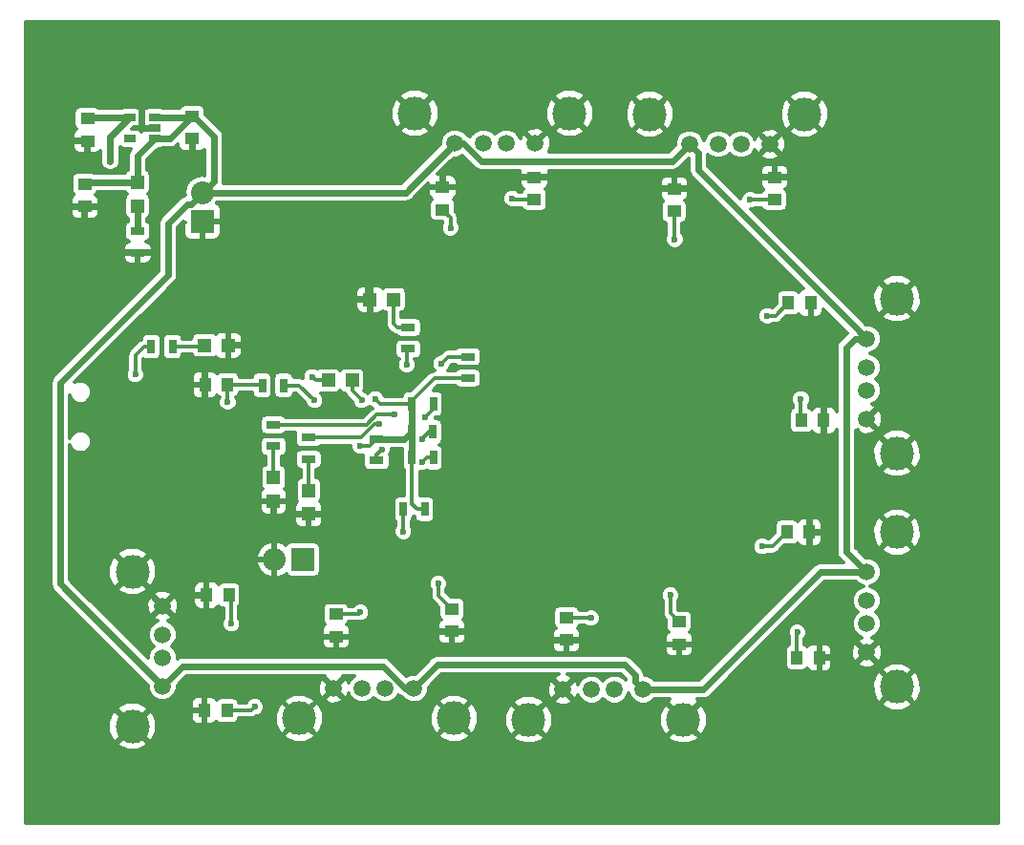
<source format=gbl>
G04 #@! TF.FileFunction,Copper,L2,Bot,Signal*
%FSLAX46Y46*%
G04 Gerber Fmt 4.6, Leading zero omitted, Abs format (unit mm)*
G04 Created by KiCad (PCBNEW 4.0.4-stable) date 12/14/16 14:43:15*
%MOMM*%
%LPD*%
G01*
G04 APERTURE LIST*
%ADD10C,0.020000*%
%ADD11C,1.501140*%
%ADD12C,2.999740*%
%ADD13R,1.250000X1.000000*%
%ADD14R,1.000000X1.250000*%
%ADD15R,2.032000X2.032000*%
%ADD16O,2.032000X2.032000*%
%ADD17R,1.300000X0.700000*%
%ADD18R,0.700000X1.300000*%
%ADD19R,1.198880X1.198880*%
%ADD20R,1.060000X0.650000*%
%ADD21C,0.600000*%
%ADD22C,0.300000*%
%ADD23C,0.600000*%
G04 APERTURE END LIST*
D10*
D11*
X126301500Y-118681500D03*
X126301500Y-121221500D03*
X126301500Y-123253500D03*
X126301500Y-125793500D03*
D12*
X123634500Y-115633500D03*
X123634500Y-129349500D03*
D13*
X128932022Y-75260858D03*
X128932022Y-77260858D03*
X119635622Y-75438658D03*
X119635622Y-77438658D03*
D14*
X132064000Y-99060000D03*
X130064000Y-99060000D03*
D13*
X119396862Y-81257798D03*
X119396862Y-83257798D03*
X162115500Y-119713500D03*
X162115500Y-121713500D03*
X172085000Y-120078500D03*
X172085000Y-122078500D03*
D14*
X182896000Y-102235000D03*
X184896000Y-102235000D03*
X181753000Y-91821000D03*
X183753000Y-91821000D03*
D13*
X159258000Y-82661000D03*
X159258000Y-80661000D03*
X151130000Y-83550000D03*
X151130000Y-81550000D03*
D14*
X132191000Y-117729000D03*
X130191000Y-117729000D03*
X132000500Y-127952500D03*
X130000500Y-127952500D03*
D13*
X180530500Y-82661000D03*
X180530500Y-80661000D03*
X171640500Y-83677000D03*
X171640500Y-81677000D03*
X141668500Y-119396000D03*
X141668500Y-121396000D03*
X151955500Y-118951500D03*
X151955500Y-120951500D03*
D14*
X182515000Y-123253500D03*
X184515000Y-123253500D03*
X181626000Y-112141000D03*
X183626000Y-112141000D03*
D15*
X138747500Y-114554000D03*
D16*
X136207500Y-114554000D03*
D11*
X161798000Y-126111000D03*
X164338000Y-126111000D03*
X166370000Y-126111000D03*
X168910000Y-126111000D03*
D12*
X158750000Y-128778000D03*
X172466000Y-128778000D03*
D11*
X188722000Y-102108000D03*
X188722000Y-99568000D03*
X188722000Y-97536000D03*
X188722000Y-94996000D03*
D12*
X191389000Y-105156000D03*
X191389000Y-91440000D03*
D11*
X159322360Y-77662620D03*
X156782360Y-77662620D03*
X154750360Y-77662620D03*
X152210360Y-77662620D03*
D12*
X162370360Y-74995620D03*
X148654360Y-74995620D03*
D11*
X180135967Y-77736021D03*
X177595967Y-77736021D03*
X175563967Y-77736021D03*
X173023967Y-77736021D03*
D12*
X183183967Y-75069021D03*
X169467967Y-75069021D03*
D11*
X141478000Y-125984000D03*
X144018000Y-125984000D03*
X146050000Y-125984000D03*
X148590000Y-125984000D03*
D12*
X138430000Y-128651000D03*
X152146000Y-128651000D03*
D11*
X188722000Y-122809000D03*
X188722000Y-120269000D03*
X188722000Y-118237000D03*
X188722000Y-115697000D03*
D12*
X191389000Y-125857000D03*
X191389000Y-112141000D03*
D17*
X148082000Y-95882500D03*
X148082000Y-93982500D03*
D18*
X127188000Y-95694500D03*
X125288000Y-95694500D03*
D17*
X136144000Y-102618500D03*
X136144000Y-104518500D03*
X139255500Y-103761500D03*
X139255500Y-105661500D03*
D18*
X137030500Y-99123500D03*
X135130500Y-99123500D03*
D17*
X124090782Y-87353078D03*
X124090782Y-85453078D03*
D19*
X146781520Y-91503500D03*
X144683480Y-91503500D03*
X136144000Y-107281980D03*
X136144000Y-109380020D03*
X130014980Y-95567500D03*
X132113020Y-95567500D03*
X139255500Y-108424980D03*
X139255500Y-110523020D03*
X141000480Y-98679000D03*
X143098520Y-98679000D03*
X124070462Y-81107178D03*
X124070462Y-83205218D03*
D20*
X125592102Y-75346418D03*
X125592102Y-76296418D03*
X125592102Y-77246418D03*
X123392102Y-77246418D03*
X123392102Y-75346418D03*
D15*
X129826102Y-84579358D03*
D16*
X129826102Y-82039358D03*
D18*
X149540000Y-110109000D03*
X147640000Y-110109000D03*
X148402000Y-105537000D03*
X150302000Y-105537000D03*
X148338500Y-103251000D03*
X150238500Y-103251000D03*
X148402000Y-100774500D03*
X150302000Y-100774500D03*
D17*
X153352500Y-98486000D03*
X153352500Y-96586000D03*
X145288000Y-103888500D03*
X145288000Y-105788500D03*
D21*
X145161000Y-100330000D03*
X121666000Y-79248000D03*
X148402000Y-100774500D03*
X143827500Y-104521000D03*
X144526000Y-88900000D03*
X146812000Y-97282000D03*
X138049000Y-97218500D03*
X133413500Y-107823000D03*
X151320500Y-107823000D03*
X122682000Y-108775500D03*
X116078000Y-95186500D03*
X147955000Y-97282000D03*
X123888500Y-98171000D03*
X146875500Y-101727000D03*
X145542000Y-102552500D03*
X139763500Y-100457000D03*
X143954500Y-100457000D03*
X139573000Y-98361500D03*
X145732500Y-104838500D03*
X147637500Y-112077500D03*
X149352000Y-105918000D03*
X149288500Y-103886000D03*
X149542500Y-101981000D03*
X151003000Y-97218500D03*
X171323000Y-117729000D03*
X179895500Y-92964000D03*
X151828500Y-85153500D03*
X134493000Y-127635000D03*
X171704000Y-86169500D03*
X150749000Y-116713000D03*
X179451000Y-113411000D03*
X132080000Y-100584000D03*
X164274500Y-119761000D03*
X182880000Y-100330000D03*
X157289500Y-82550000D03*
X132397500Y-120269000D03*
X178371500Y-82677000D03*
X143827500Y-119253000D03*
X182562500Y-121031000D03*
D22*
X148402000Y-100774500D02*
X145605500Y-100774500D01*
X145605500Y-100774500D02*
X145161000Y-100330000D01*
X148402000Y-105537000D02*
X148402000Y-109621000D01*
X148890000Y-110109000D02*
X149540000Y-110109000D01*
X148402000Y-109621000D02*
X148890000Y-110109000D01*
D23*
X123392102Y-75346418D02*
X121666000Y-77072520D01*
X121666000Y-77072520D02*
X121666000Y-79248000D01*
X123392102Y-75346418D02*
X119727862Y-75346418D01*
X119727862Y-75346418D02*
X119635622Y-75438658D01*
D22*
X153352500Y-98486000D02*
X150390500Y-98486000D01*
X150390500Y-98486000D02*
X148402000Y-100474500D01*
X148402000Y-100474500D02*
X148402000Y-100774500D01*
X143827500Y-104521000D02*
X144655500Y-104521000D01*
X144655500Y-104521000D02*
X145288000Y-103888500D01*
D23*
X145288000Y-103888500D02*
X147701000Y-103888500D01*
X147701000Y-103888500D02*
X148338500Y-103251000D01*
X148402000Y-105537000D02*
X148402000Y-103314500D01*
X148402000Y-103314500D02*
X148338500Y-103251000D01*
X148402000Y-100774500D02*
X148402000Y-103187500D01*
X148402000Y-103187500D02*
X148338500Y-103251000D01*
X144526000Y-88900000D02*
X144526000Y-91346020D01*
X144526000Y-91346020D02*
X144683480Y-91503500D01*
X124460000Y-76294316D02*
X124460000Y-73469500D01*
X125592102Y-76296418D02*
X124462102Y-76296418D01*
X124462102Y-76296418D02*
X124460000Y-76294316D01*
X125592102Y-77246418D02*
X126946462Y-77246418D01*
X126946462Y-77246418D02*
X128932022Y-75260858D01*
X154558894Y-79248000D02*
X171511988Y-79248000D01*
X171511988Y-79248000D02*
X173023967Y-77736021D01*
X152210360Y-77662620D02*
X152973514Y-77662620D01*
X152973514Y-77662620D02*
X154558894Y-79248000D01*
X117221000Y-98933000D02*
X117221000Y-116713000D01*
X117221000Y-116713000D02*
X126301500Y-125793500D01*
X126809500Y-89344500D02*
X117221000Y-98933000D01*
X126809500Y-84753958D02*
X126809500Y-89344500D01*
X129826102Y-82039358D02*
X128810103Y-83055357D01*
X128810103Y-83055357D02*
X128508101Y-83055357D01*
X128508101Y-83055357D02*
X126809500Y-84753958D01*
X145858346Y-124015500D02*
X128079500Y-124015500D01*
X128079500Y-124015500D02*
X126301500Y-125793500D01*
X148590000Y-125984000D02*
X147826846Y-125984000D01*
X147826846Y-125984000D02*
X145858346Y-124015500D01*
X167259000Y-123888500D02*
X150685500Y-123888500D01*
X150685500Y-123888500D02*
X148590000Y-125984000D01*
X168159431Y-124788931D02*
X167259000Y-123888500D01*
X168910000Y-126111000D02*
X168159431Y-125360431D01*
X168159431Y-125360431D02*
X168159431Y-124788931D01*
X184594500Y-115697000D02*
X174180500Y-126111000D01*
X174180500Y-126111000D02*
X168910000Y-126111000D01*
X188722000Y-115697000D02*
X184594500Y-115697000D01*
X186880500Y-95776034D02*
X186880500Y-113855500D01*
X186880500Y-113855500D02*
X188722000Y-115697000D01*
X188722000Y-94996000D02*
X187660534Y-94996000D01*
X187660534Y-94996000D02*
X186880500Y-95776034D01*
X173023967Y-77736021D02*
X173774536Y-78486590D01*
X173774536Y-78486590D02*
X173774536Y-80048536D01*
X187971431Y-94245431D02*
X188722000Y-94996000D01*
X173774536Y-80048536D02*
X187971431Y-94245431D01*
X129826102Y-82039358D02*
X147833622Y-82039358D01*
X147833622Y-82039358D02*
X152210360Y-77662620D01*
X124070462Y-81107178D02*
X119547482Y-81107178D01*
X119547482Y-81107178D02*
X119396862Y-81257798D01*
X130873500Y-77077336D02*
X130873500Y-80991960D01*
X130873500Y-80991960D02*
X129826102Y-82039358D01*
X128932022Y-75260858D02*
X129057022Y-75260858D01*
X129057022Y-75260858D02*
X130873500Y-77077336D01*
X125592102Y-75346418D02*
X128846462Y-75346418D01*
X128846462Y-75346418D02*
X128932022Y-75260858D01*
X124070462Y-81107178D02*
X124070462Y-78768058D01*
X124070462Y-78768058D02*
X125592102Y-77246418D01*
D22*
X147955000Y-97282000D02*
X147955000Y-96009500D01*
X147955000Y-96009500D02*
X148082000Y-95882500D01*
X123888500Y-98171000D02*
X123888500Y-96444000D01*
X123888500Y-96444000D02*
X124638000Y-95694500D01*
X124638000Y-95694500D02*
X125288000Y-95694500D01*
X136144000Y-102618500D02*
X144381588Y-102618500D01*
X144381588Y-102618500D02*
X145273088Y-101727000D01*
X145273088Y-101727000D02*
X146875500Y-101727000D01*
X139255500Y-103761500D02*
X143874998Y-103761500D01*
X143874998Y-103761500D02*
X145083998Y-102552500D01*
X145083998Y-102552500D02*
X145542000Y-102552500D01*
X139763500Y-100457000D02*
X138430000Y-99123500D01*
X138430000Y-99123500D02*
X137030500Y-99123500D01*
X143098520Y-98679000D02*
X143098520Y-99601020D01*
X143098520Y-99601020D02*
X143954500Y-100457000D01*
X148082000Y-93982500D02*
X147132000Y-93982500D01*
X147132000Y-93982500D02*
X146781520Y-93632020D01*
X146781520Y-93632020D02*
X146781520Y-92402940D01*
X146781520Y-92402940D02*
X146781520Y-91503500D01*
X136144000Y-107281980D02*
X136144000Y-104518500D01*
X127188000Y-95694500D02*
X129887980Y-95694500D01*
X129887980Y-95694500D02*
X130014980Y-95567500D01*
X139255500Y-108424980D02*
X139255500Y-105661500D01*
X141000480Y-98679000D02*
X139890500Y-98679000D01*
X139890500Y-98679000D02*
X139573000Y-98361500D01*
D23*
X124070462Y-83205218D02*
X124070462Y-85432758D01*
X124070462Y-85432758D02*
X124090782Y-85453078D01*
D22*
X145288000Y-105788500D02*
X145288000Y-105283000D01*
X145288000Y-105283000D02*
X145732500Y-104838500D01*
X147640000Y-110109000D02*
X147640000Y-112075000D01*
X147640000Y-112075000D02*
X147637500Y-112077500D01*
X150302000Y-105537000D02*
X149733000Y-105537000D01*
X149733000Y-105537000D02*
X149352000Y-105918000D01*
X150238500Y-103251000D02*
X149923500Y-103251000D01*
X149923500Y-103251000D02*
X149288500Y-103886000D01*
X150302000Y-100774500D02*
X150302000Y-101221500D01*
X150302000Y-101221500D02*
X149542500Y-101981000D01*
X153352500Y-96586000D02*
X151635500Y-96586000D01*
X151635500Y-96586000D02*
X151003000Y-97218500D01*
X171323000Y-117729000D02*
X171323000Y-119316500D01*
X171323000Y-119316500D02*
X172085000Y-120078500D01*
X179895500Y-92964000D02*
X180610000Y-92964000D01*
X180610000Y-92964000D02*
X181753000Y-91821000D01*
X151828500Y-85153500D02*
X151828500Y-84248500D01*
X151828500Y-84248500D02*
X151130000Y-83550000D01*
X132000500Y-127952500D02*
X134175500Y-127952500D01*
X134175500Y-127952500D02*
X134493000Y-127635000D01*
X171640500Y-83677000D02*
X171640500Y-86106000D01*
X171640500Y-86106000D02*
X171704000Y-86169500D01*
X150749000Y-116713000D02*
X150749000Y-117745000D01*
X150749000Y-117745000D02*
X151955500Y-118951500D01*
X179451000Y-113411000D02*
X180356000Y-113411000D01*
X180356000Y-113411000D02*
X181626000Y-112141000D01*
X132064000Y-99060000D02*
X135067000Y-99060000D01*
X135067000Y-99060000D02*
X135130500Y-99123500D01*
X132080000Y-100584000D02*
X132080000Y-99076000D01*
X132080000Y-99076000D02*
X132064000Y-99060000D01*
X162115500Y-119713500D02*
X164227000Y-119713500D01*
X164227000Y-119713500D02*
X164274500Y-119761000D01*
X182880000Y-100330000D02*
X182880000Y-102219000D01*
X182880000Y-102219000D02*
X182896000Y-102235000D01*
X159258000Y-82661000D02*
X157400500Y-82661000D01*
X157400500Y-82661000D02*
X157289500Y-82550000D01*
X132397500Y-120269000D02*
X132397500Y-117935500D01*
X132397500Y-117935500D02*
X132191000Y-117729000D01*
X178371500Y-82677000D02*
X180514500Y-82677000D01*
X180514500Y-82677000D02*
X180530500Y-82661000D01*
X141668500Y-119396000D02*
X143684500Y-119396000D01*
X143684500Y-119396000D02*
X143827500Y-119253000D01*
X182515000Y-123253500D02*
X182515000Y-121078500D01*
X182515000Y-121078500D02*
X182562500Y-121031000D01*
G36*
X200330000Y-137940000D02*
X114200000Y-137940000D01*
X114200000Y-130860578D01*
X122270500Y-130860578D01*
X122426870Y-131188595D01*
X123222586Y-131510742D01*
X124081013Y-131503860D01*
X124842130Y-131188595D01*
X124998500Y-130860578D01*
X123634500Y-129496578D01*
X122270500Y-130860578D01*
X114200000Y-130860578D01*
X114200000Y-128937586D01*
X121473258Y-128937586D01*
X121480140Y-129796013D01*
X121795405Y-130557130D01*
X122123422Y-130713500D01*
X123487422Y-129349500D01*
X123781578Y-129349500D01*
X125145578Y-130713500D01*
X125473595Y-130557130D01*
X125633532Y-130162078D01*
X137066000Y-130162078D01*
X137222370Y-130490095D01*
X138018086Y-130812242D01*
X138876513Y-130805360D01*
X139637630Y-130490095D01*
X139794000Y-130162078D01*
X150782000Y-130162078D01*
X150938370Y-130490095D01*
X151734086Y-130812242D01*
X152592513Y-130805360D01*
X153353630Y-130490095D01*
X153449457Y-130289078D01*
X157386000Y-130289078D01*
X157542370Y-130617095D01*
X158338086Y-130939242D01*
X159196513Y-130932360D01*
X159957630Y-130617095D01*
X160114000Y-130289078D01*
X171102000Y-130289078D01*
X171258370Y-130617095D01*
X172054086Y-130939242D01*
X172912513Y-130932360D01*
X173673630Y-130617095D01*
X173830000Y-130289078D01*
X172466000Y-128925078D01*
X171102000Y-130289078D01*
X160114000Y-130289078D01*
X158750000Y-128925078D01*
X157386000Y-130289078D01*
X153449457Y-130289078D01*
X153510000Y-130162078D01*
X152146000Y-128798078D01*
X150782000Y-130162078D01*
X139794000Y-130162078D01*
X138430000Y-128798078D01*
X137066000Y-130162078D01*
X125633532Y-130162078D01*
X125795742Y-129761414D01*
X125788860Y-128902987D01*
X125506372Y-128221000D01*
X128842500Y-128221000D01*
X128842500Y-128708385D01*
X128942675Y-128950227D01*
X129127773Y-129135326D01*
X129369616Y-129235500D01*
X129732000Y-129235500D01*
X129896500Y-129071000D01*
X129896500Y-128056500D01*
X129007000Y-128056500D01*
X128842500Y-128221000D01*
X125506372Y-128221000D01*
X125473595Y-128141870D01*
X125145578Y-127985500D01*
X123781578Y-129349500D01*
X123487422Y-129349500D01*
X122123422Y-127985500D01*
X121795405Y-128141870D01*
X121473258Y-128937586D01*
X114200000Y-128937586D01*
X114200000Y-127838422D01*
X122270500Y-127838422D01*
X123634500Y-129202422D01*
X124998500Y-127838422D01*
X124842130Y-127510405D01*
X124067057Y-127196615D01*
X128842500Y-127196615D01*
X128842500Y-127684000D01*
X129007000Y-127848500D01*
X129896500Y-127848500D01*
X129896500Y-126834000D01*
X130104500Y-126834000D01*
X130104500Y-127848500D01*
X130124500Y-127848500D01*
X130124500Y-128056500D01*
X130104500Y-128056500D01*
X130104500Y-129071000D01*
X130269000Y-129235500D01*
X130631384Y-129235500D01*
X130873227Y-129135326D01*
X131058325Y-128950227D01*
X131069463Y-128923338D01*
X131098532Y-128968512D01*
X131282327Y-129094094D01*
X131500500Y-129138275D01*
X132500500Y-129138275D01*
X132704318Y-129099924D01*
X132891512Y-128979468D01*
X133017094Y-128795673D01*
X133046087Y-128652500D01*
X134175500Y-128652500D01*
X134443379Y-128599216D01*
X134614157Y-128485106D01*
X134661334Y-128485147D01*
X134973857Y-128356015D01*
X135090990Y-128239086D01*
X136268758Y-128239086D01*
X136275640Y-129097513D01*
X136590905Y-129858630D01*
X136918922Y-130015000D01*
X138282922Y-128651000D01*
X138577078Y-128651000D01*
X139941078Y-130015000D01*
X140269095Y-129858630D01*
X140591242Y-129062914D01*
X140584638Y-128239086D01*
X149984758Y-128239086D01*
X149991640Y-129097513D01*
X150306905Y-129858630D01*
X150634922Y-130015000D01*
X151998922Y-128651000D01*
X152293078Y-128651000D01*
X153657078Y-130015000D01*
X153985095Y-129858630D01*
X154307242Y-129062914D01*
X154301656Y-128366086D01*
X156588758Y-128366086D01*
X156595640Y-129224513D01*
X156910905Y-129985630D01*
X157238922Y-130142000D01*
X158602922Y-128778000D01*
X158897078Y-128778000D01*
X160261078Y-130142000D01*
X160589095Y-129985630D01*
X160911242Y-129189914D01*
X160904638Y-128366086D01*
X170304758Y-128366086D01*
X170311640Y-129224513D01*
X170626905Y-129985630D01*
X170954922Y-130142000D01*
X172318922Y-128778000D01*
X172613078Y-128778000D01*
X173977078Y-130142000D01*
X174305095Y-129985630D01*
X174627242Y-129189914D01*
X174620360Y-128331487D01*
X174305095Y-127570370D01*
X173977078Y-127414000D01*
X172613078Y-128778000D01*
X172318922Y-128778000D01*
X170954922Y-127414000D01*
X170626905Y-127570370D01*
X170304758Y-128366086D01*
X160904638Y-128366086D01*
X160904360Y-128331487D01*
X160589095Y-127570370D01*
X160261078Y-127414000D01*
X158897078Y-128778000D01*
X158602922Y-128778000D01*
X157238922Y-127414000D01*
X156910905Y-127570370D01*
X156588758Y-128366086D01*
X154301656Y-128366086D01*
X154300360Y-128204487D01*
X153985095Y-127443370D01*
X153657078Y-127287000D01*
X152293078Y-128651000D01*
X151998922Y-128651000D01*
X150634922Y-127287000D01*
X150306905Y-127443370D01*
X149984758Y-128239086D01*
X140584638Y-128239086D01*
X140584360Y-128204487D01*
X140269095Y-127443370D01*
X139941078Y-127287000D01*
X138577078Y-128651000D01*
X138282922Y-128651000D01*
X136918922Y-127287000D01*
X136590905Y-127443370D01*
X136268758Y-128239086D01*
X135090990Y-128239086D01*
X135213174Y-128117115D01*
X135342852Y-127804817D01*
X135343147Y-127466666D01*
X135214015Y-127154143D01*
X135199819Y-127139922D01*
X137066000Y-127139922D01*
X138430000Y-128503922D01*
X139794000Y-127139922D01*
X139705240Y-126953730D01*
X140655348Y-126953730D01*
X140720197Y-127203962D01*
X141244740Y-127401096D01*
X141804796Y-127382491D01*
X142235803Y-127203962D01*
X142300652Y-126953730D01*
X141478000Y-126131078D01*
X140655348Y-126953730D01*
X139705240Y-126953730D01*
X139637630Y-126811905D01*
X138841914Y-126489758D01*
X137983487Y-126496640D01*
X137222370Y-126811905D01*
X137066000Y-127139922D01*
X135199819Y-127139922D01*
X134975115Y-126914826D01*
X134662817Y-126785148D01*
X134324666Y-126784853D01*
X134012143Y-126913985D01*
X133772826Y-127152885D01*
X133731462Y-127252500D01*
X133047163Y-127252500D01*
X133022924Y-127123682D01*
X132902468Y-126936488D01*
X132718673Y-126810906D01*
X132500500Y-126766725D01*
X131500500Y-126766725D01*
X131296682Y-126805076D01*
X131109488Y-126925532D01*
X131070094Y-126983186D01*
X131058325Y-126954773D01*
X130873227Y-126769674D01*
X130631384Y-126669500D01*
X130269000Y-126669500D01*
X130104500Y-126834000D01*
X129896500Y-126834000D01*
X129732000Y-126669500D01*
X129369616Y-126669500D01*
X129127773Y-126769674D01*
X128942675Y-126954773D01*
X128842500Y-127196615D01*
X124067057Y-127196615D01*
X124046414Y-127188258D01*
X123187987Y-127195140D01*
X122426870Y-127510405D01*
X122270500Y-127838422D01*
X114200000Y-127838422D01*
X114200000Y-98933000D01*
X116371000Y-98933000D01*
X116371000Y-116713000D01*
X116435702Y-117038281D01*
X116619959Y-117314041D01*
X125001015Y-125695097D01*
X125000704Y-126051064D01*
X125198287Y-126529251D01*
X125563824Y-126895427D01*
X126041666Y-127093844D01*
X126559064Y-127094296D01*
X127037251Y-126896713D01*
X127403427Y-126531176D01*
X127601844Y-126053334D01*
X127602108Y-125750740D01*
X140060904Y-125750740D01*
X140079509Y-126310796D01*
X140258038Y-126741803D01*
X140508270Y-126806652D01*
X141330922Y-125984000D01*
X140508270Y-125161348D01*
X140258038Y-125226197D01*
X140060904Y-125750740D01*
X127602108Y-125750740D01*
X127602157Y-125694925D01*
X128431582Y-124865500D01*
X140693903Y-124865500D01*
X140655348Y-125014270D01*
X141478000Y-125836922D01*
X142300652Y-125014270D01*
X142262097Y-124865500D01*
X143319246Y-124865500D01*
X143282249Y-124880787D01*
X142916073Y-125246324D01*
X142811057Y-125499232D01*
X142697962Y-125226197D01*
X142447730Y-125161348D01*
X141625078Y-125984000D01*
X142447730Y-126806652D01*
X142697962Y-126741803D01*
X142805580Y-126455449D01*
X142914787Y-126719751D01*
X143280324Y-127085927D01*
X143758166Y-127284344D01*
X144275564Y-127284796D01*
X144753751Y-127087213D01*
X145034168Y-126807285D01*
X145312324Y-127085927D01*
X145790166Y-127284344D01*
X146307564Y-127284796D01*
X146785751Y-127087213D01*
X147151927Y-126721676D01*
X147213693Y-126572928D01*
X147225803Y-126585038D01*
X147225805Y-126585041D01*
X147501565Y-126769298D01*
X147544840Y-126777906D01*
X147852324Y-127085927D01*
X148330166Y-127284344D01*
X148847564Y-127284796D01*
X149198185Y-127139922D01*
X150782000Y-127139922D01*
X152146000Y-128503922D01*
X153383000Y-127266922D01*
X157386000Y-127266922D01*
X158750000Y-128630922D01*
X160114000Y-127266922D01*
X160025240Y-127080730D01*
X160975348Y-127080730D01*
X161040197Y-127330962D01*
X161564740Y-127528096D01*
X162124796Y-127509491D01*
X162555803Y-127330962D01*
X162620652Y-127080730D01*
X161798000Y-126258078D01*
X160975348Y-127080730D01*
X160025240Y-127080730D01*
X159957630Y-126938905D01*
X159161914Y-126616758D01*
X158303487Y-126623640D01*
X157542370Y-126938905D01*
X157386000Y-127266922D01*
X153383000Y-127266922D01*
X153510000Y-127139922D01*
X153353630Y-126811905D01*
X152557914Y-126489758D01*
X151699487Y-126496640D01*
X150938370Y-126811905D01*
X150782000Y-127139922D01*
X149198185Y-127139922D01*
X149325751Y-127087213D01*
X149691927Y-126721676D01*
X149890344Y-126243834D01*
X149890657Y-125885425D01*
X149898341Y-125877740D01*
X160380904Y-125877740D01*
X160399509Y-126437796D01*
X160578038Y-126868803D01*
X160828270Y-126933652D01*
X161650922Y-126111000D01*
X160828270Y-125288348D01*
X160578038Y-125353197D01*
X160380904Y-125877740D01*
X149898341Y-125877740D01*
X151037581Y-124738500D01*
X161408456Y-124738500D01*
X161040197Y-124891038D01*
X160975348Y-125141270D01*
X161798000Y-125963922D01*
X162620652Y-125141270D01*
X162555803Y-124891038D01*
X162149923Y-124738500D01*
X166906918Y-124738500D01*
X167309431Y-125141013D01*
X167309431Y-125211181D01*
X167107676Y-125009073D01*
X166629834Y-124810656D01*
X166112436Y-124810204D01*
X165634249Y-125007787D01*
X165353832Y-125287715D01*
X165075676Y-125009073D01*
X164597834Y-124810656D01*
X164080436Y-124810204D01*
X163602249Y-125007787D01*
X163236073Y-125373324D01*
X163131057Y-125626232D01*
X163017962Y-125353197D01*
X162767730Y-125288348D01*
X161945078Y-126111000D01*
X162767730Y-126933652D01*
X163017962Y-126868803D01*
X163125580Y-126582449D01*
X163234787Y-126846751D01*
X163600324Y-127212927D01*
X164078166Y-127411344D01*
X164595564Y-127411796D01*
X165073751Y-127214213D01*
X165354168Y-126934285D01*
X165632324Y-127212927D01*
X166110166Y-127411344D01*
X166627564Y-127411796D01*
X167105751Y-127214213D01*
X167471927Y-126848676D01*
X167640169Y-126443504D01*
X167806787Y-126846751D01*
X168172324Y-127212927D01*
X168650166Y-127411344D01*
X169167564Y-127411796D01*
X169645751Y-127214213D01*
X169899407Y-126961000D01*
X171247837Y-126961000D01*
X171102000Y-127266922D01*
X172466000Y-128630922D01*
X173728844Y-127368078D01*
X190025000Y-127368078D01*
X190181370Y-127696095D01*
X190977086Y-128018242D01*
X191835513Y-128011360D01*
X192596630Y-127696095D01*
X192753000Y-127368078D01*
X191389000Y-126004078D01*
X190025000Y-127368078D01*
X173728844Y-127368078D01*
X173830000Y-127266922D01*
X173684163Y-126961000D01*
X174180500Y-126961000D01*
X174505781Y-126896298D01*
X174781541Y-126712041D01*
X176048496Y-125445086D01*
X189227758Y-125445086D01*
X189234640Y-126303513D01*
X189549905Y-127064630D01*
X189877922Y-127221000D01*
X191241922Y-125857000D01*
X191536078Y-125857000D01*
X192900078Y-127221000D01*
X193228095Y-127064630D01*
X193550242Y-126268914D01*
X193543360Y-125410487D01*
X193228095Y-124649370D01*
X192900078Y-124493000D01*
X191536078Y-125857000D01*
X191241922Y-125857000D01*
X189877922Y-124493000D01*
X189549905Y-124649370D01*
X189227758Y-125445086D01*
X176048496Y-125445086D01*
X178865082Y-122628500D01*
X181454225Y-122628500D01*
X181454225Y-123878500D01*
X181492576Y-124082318D01*
X181613032Y-124269512D01*
X181796827Y-124395094D01*
X182015000Y-124439275D01*
X183015000Y-124439275D01*
X183218818Y-124400924D01*
X183406012Y-124280468D01*
X183445406Y-124222814D01*
X183457175Y-124251227D01*
X183642273Y-124436326D01*
X183884116Y-124536500D01*
X184246500Y-124536500D01*
X184411000Y-124372000D01*
X184411000Y-123357500D01*
X184619000Y-123357500D01*
X184619000Y-124372000D01*
X184783500Y-124536500D01*
X185145884Y-124536500D01*
X185387727Y-124436326D01*
X185478130Y-124345922D01*
X190025000Y-124345922D01*
X191389000Y-125709922D01*
X192753000Y-124345922D01*
X192596630Y-124017905D01*
X191800914Y-123695758D01*
X190942487Y-123702640D01*
X190181370Y-124017905D01*
X190025000Y-124345922D01*
X185478130Y-124345922D01*
X185572825Y-124251227D01*
X185673000Y-124009385D01*
X185673000Y-123778730D01*
X187899348Y-123778730D01*
X187964197Y-124028962D01*
X188488740Y-124226096D01*
X189048796Y-124207491D01*
X189479803Y-124028962D01*
X189544652Y-123778730D01*
X188722000Y-122956078D01*
X187899348Y-123778730D01*
X185673000Y-123778730D01*
X185673000Y-123522000D01*
X185508500Y-123357500D01*
X184619000Y-123357500D01*
X184411000Y-123357500D01*
X184391000Y-123357500D01*
X184391000Y-123149500D01*
X184411000Y-123149500D01*
X184411000Y-122135000D01*
X184619000Y-122135000D01*
X184619000Y-123149500D01*
X185508500Y-123149500D01*
X185673000Y-122985000D01*
X185673000Y-122575740D01*
X187304904Y-122575740D01*
X187323509Y-123135796D01*
X187502038Y-123566803D01*
X187752270Y-123631652D01*
X188574922Y-122809000D01*
X188869078Y-122809000D01*
X189691730Y-123631652D01*
X189941962Y-123566803D01*
X190139096Y-123042260D01*
X190120491Y-122482204D01*
X189941962Y-122051197D01*
X189691730Y-121986348D01*
X188869078Y-122809000D01*
X188574922Y-122809000D01*
X187752270Y-121986348D01*
X187502038Y-122051197D01*
X187304904Y-122575740D01*
X185673000Y-122575740D01*
X185673000Y-122497615D01*
X185572825Y-122255773D01*
X185387727Y-122070674D01*
X185145884Y-121970500D01*
X184783500Y-121970500D01*
X184619000Y-122135000D01*
X184411000Y-122135000D01*
X184246500Y-121970500D01*
X183884116Y-121970500D01*
X183642273Y-122070674D01*
X183457175Y-122255773D01*
X183446037Y-122282662D01*
X183416968Y-122237488D01*
X183233173Y-122111906D01*
X183215000Y-122108226D01*
X183215000Y-121580671D01*
X183282674Y-121513115D01*
X183412352Y-121200817D01*
X183412647Y-120862666D01*
X183283515Y-120550143D01*
X183044615Y-120310826D01*
X182732317Y-120181148D01*
X182394166Y-120180853D01*
X182081643Y-120309985D01*
X181842326Y-120548885D01*
X181712648Y-120861183D01*
X181712353Y-121199334D01*
X181815000Y-121447758D01*
X181815000Y-122105358D01*
X181811182Y-122106076D01*
X181623988Y-122226532D01*
X181498406Y-122410327D01*
X181454225Y-122628500D01*
X178865082Y-122628500D01*
X184946582Y-116547000D01*
X187732837Y-116547000D01*
X187984324Y-116798927D01*
X188389496Y-116967169D01*
X187986249Y-117133787D01*
X187620073Y-117499324D01*
X187421656Y-117977166D01*
X187421204Y-118494564D01*
X187618787Y-118972751D01*
X187898715Y-119253168D01*
X187620073Y-119531324D01*
X187421656Y-120009166D01*
X187421204Y-120526564D01*
X187618787Y-121004751D01*
X187984324Y-121370927D01*
X188237232Y-121475943D01*
X187964197Y-121589038D01*
X187899348Y-121839270D01*
X188722000Y-122661922D01*
X189544652Y-121839270D01*
X189479803Y-121589038D01*
X189193449Y-121481420D01*
X189457751Y-121372213D01*
X189823927Y-121006676D01*
X190022344Y-120528834D01*
X190022796Y-120011436D01*
X189825213Y-119533249D01*
X189545285Y-119252832D01*
X189823927Y-118974676D01*
X190022344Y-118496834D01*
X190022796Y-117979436D01*
X189825213Y-117501249D01*
X189459676Y-117135073D01*
X189054504Y-116966831D01*
X189457751Y-116800213D01*
X189823927Y-116434676D01*
X190022344Y-115956834D01*
X190022796Y-115439436D01*
X189825213Y-114961249D01*
X189459676Y-114595073D01*
X188981834Y-114396656D01*
X188623425Y-114396343D01*
X187879160Y-113652078D01*
X190025000Y-113652078D01*
X190181370Y-113980095D01*
X190977086Y-114302242D01*
X191835513Y-114295360D01*
X192596630Y-113980095D01*
X192753000Y-113652078D01*
X191389000Y-112288078D01*
X190025000Y-113652078D01*
X187879160Y-113652078D01*
X187730500Y-113503418D01*
X187730500Y-111729086D01*
X189227758Y-111729086D01*
X189234640Y-112587513D01*
X189549905Y-113348630D01*
X189877922Y-113505000D01*
X191241922Y-112141000D01*
X191536078Y-112141000D01*
X192900078Y-113505000D01*
X193228095Y-113348630D01*
X193550242Y-112552914D01*
X193543360Y-111694487D01*
X193228095Y-110933370D01*
X192900078Y-110777000D01*
X191536078Y-112141000D01*
X191241922Y-112141000D01*
X189877922Y-110777000D01*
X189549905Y-110933370D01*
X189227758Y-111729086D01*
X187730500Y-111729086D01*
X187730500Y-110629922D01*
X190025000Y-110629922D01*
X191389000Y-111993922D01*
X192753000Y-110629922D01*
X192596630Y-110301905D01*
X191800914Y-109979758D01*
X190942487Y-109986640D01*
X190181370Y-110301905D01*
X190025000Y-110629922D01*
X187730500Y-110629922D01*
X187730500Y-106667078D01*
X190025000Y-106667078D01*
X190181370Y-106995095D01*
X190977086Y-107317242D01*
X191835513Y-107310360D01*
X192596630Y-106995095D01*
X192753000Y-106667078D01*
X191389000Y-105303078D01*
X190025000Y-106667078D01*
X187730500Y-106667078D01*
X187730500Y-104744086D01*
X189227758Y-104744086D01*
X189234640Y-105602513D01*
X189549905Y-106363630D01*
X189877922Y-106520000D01*
X191241922Y-105156000D01*
X191536078Y-105156000D01*
X192900078Y-106520000D01*
X193228095Y-106363630D01*
X193550242Y-105567914D01*
X193543360Y-104709487D01*
X193228095Y-103948370D01*
X192900078Y-103792000D01*
X191536078Y-105156000D01*
X191241922Y-105156000D01*
X189877922Y-103792000D01*
X189549905Y-103948370D01*
X189227758Y-104744086D01*
X187730500Y-104744086D01*
X187730500Y-103644922D01*
X190025000Y-103644922D01*
X191389000Y-105008922D01*
X192753000Y-103644922D01*
X192596630Y-103316905D01*
X191800914Y-102994758D01*
X190942487Y-103001640D01*
X190181370Y-103316905D01*
X190025000Y-103644922D01*
X187730500Y-103644922D01*
X187730500Y-103143389D01*
X187782096Y-103194985D01*
X187899349Y-103077732D01*
X187964197Y-103327962D01*
X188488740Y-103525096D01*
X189048796Y-103506491D01*
X189479803Y-103327962D01*
X189544652Y-103077730D01*
X188722000Y-102255078D01*
X188707858Y-102269221D01*
X188560780Y-102122143D01*
X188574922Y-102108000D01*
X188869078Y-102108000D01*
X189691730Y-102930652D01*
X189941962Y-102865803D01*
X190139096Y-102341260D01*
X190120491Y-101781204D01*
X189941962Y-101350197D01*
X189691730Y-101285348D01*
X188869078Y-102108000D01*
X188574922Y-102108000D01*
X188560780Y-102093858D01*
X188707858Y-101946780D01*
X188722000Y-101960922D01*
X189544652Y-101138270D01*
X189479803Y-100888038D01*
X189193449Y-100780420D01*
X189457751Y-100671213D01*
X189823927Y-100305676D01*
X190022344Y-99827834D01*
X190022796Y-99310436D01*
X189825213Y-98832249D01*
X189545285Y-98551832D01*
X189823927Y-98273676D01*
X190022344Y-97795834D01*
X190022796Y-97278436D01*
X189825213Y-96800249D01*
X189459676Y-96434073D01*
X189054504Y-96265831D01*
X189457751Y-96099213D01*
X189823927Y-95733676D01*
X190022344Y-95255834D01*
X190022796Y-94738436D01*
X189825213Y-94260249D01*
X189459676Y-93894073D01*
X188981834Y-93695656D01*
X188623425Y-93695343D01*
X188572472Y-93644390D01*
X188572469Y-93644388D01*
X187879160Y-92951078D01*
X190025000Y-92951078D01*
X190181370Y-93279095D01*
X190977086Y-93601242D01*
X191835513Y-93594360D01*
X192596630Y-93279095D01*
X192753000Y-92951078D01*
X191389000Y-91587078D01*
X190025000Y-92951078D01*
X187879160Y-92951078D01*
X185956168Y-91028086D01*
X189227758Y-91028086D01*
X189234640Y-91886513D01*
X189549905Y-92647630D01*
X189877922Y-92804000D01*
X191241922Y-91440000D01*
X191536078Y-91440000D01*
X192900078Y-92804000D01*
X193228095Y-92647630D01*
X193550242Y-91851914D01*
X193543360Y-90993487D01*
X193228095Y-90232370D01*
X192900078Y-90076000D01*
X191536078Y-91440000D01*
X191241922Y-91440000D01*
X189877922Y-90076000D01*
X189549905Y-90232370D01*
X189227758Y-91028086D01*
X185956168Y-91028086D01*
X184857004Y-89928922D01*
X190025000Y-89928922D01*
X191389000Y-91292922D01*
X192753000Y-89928922D01*
X192596630Y-89600905D01*
X191800914Y-89278758D01*
X190942487Y-89285640D01*
X190181370Y-89600905D01*
X190025000Y-89928922D01*
X184857004Y-89928922D01*
X178455155Y-83527073D01*
X178539834Y-83527147D01*
X178852357Y-83398015D01*
X178873409Y-83377000D01*
X179390915Y-83377000D01*
X179503532Y-83552012D01*
X179687327Y-83677594D01*
X179905500Y-83721775D01*
X181155500Y-83721775D01*
X181359318Y-83683424D01*
X181546512Y-83562968D01*
X181672094Y-83379173D01*
X181716275Y-83161000D01*
X181716275Y-82161000D01*
X181677924Y-81957182D01*
X181557468Y-81769988D01*
X181499814Y-81730594D01*
X181528227Y-81718825D01*
X181713326Y-81533727D01*
X181813500Y-81291884D01*
X181813500Y-80929500D01*
X181649000Y-80765000D01*
X180634500Y-80765000D01*
X180634500Y-80785000D01*
X180426500Y-80785000D01*
X180426500Y-80765000D01*
X179412000Y-80765000D01*
X179247500Y-80929500D01*
X179247500Y-81291884D01*
X179347674Y-81533727D01*
X179532773Y-81718825D01*
X179559662Y-81729963D01*
X179514488Y-81759032D01*
X179388906Y-81942827D01*
X179381986Y-81977000D01*
X178873754Y-81977000D01*
X178853615Y-81956826D01*
X178541317Y-81827148D01*
X178203166Y-81826853D01*
X177890643Y-81955985D01*
X177651326Y-82194885D01*
X177521648Y-82507183D01*
X177521573Y-82593491D01*
X174958198Y-80030116D01*
X179247500Y-80030116D01*
X179247500Y-80392500D01*
X179412000Y-80557000D01*
X180426500Y-80557000D01*
X180426500Y-79667500D01*
X180634500Y-79667500D01*
X180634500Y-80557000D01*
X181649000Y-80557000D01*
X181813500Y-80392500D01*
X181813500Y-80030116D01*
X181713326Y-79788273D01*
X181528227Y-79603175D01*
X181286385Y-79503000D01*
X180799000Y-79503000D01*
X180634500Y-79667500D01*
X180426500Y-79667500D01*
X180262000Y-79503000D01*
X179774615Y-79503000D01*
X179532773Y-79603175D01*
X179347674Y-79788273D01*
X179247500Y-80030116D01*
X174958198Y-80030116D01*
X174624536Y-79696454D01*
X174624536Y-78635840D01*
X174826291Y-78837948D01*
X175304133Y-79036365D01*
X175821531Y-79036817D01*
X176299718Y-78839234D01*
X176580135Y-78559306D01*
X176858291Y-78837948D01*
X177336133Y-79036365D01*
X177853531Y-79036817D01*
X178331718Y-78839234D01*
X178465434Y-78705751D01*
X179313315Y-78705751D01*
X179378164Y-78955983D01*
X179902707Y-79153117D01*
X180462763Y-79134512D01*
X180893770Y-78955983D01*
X180958619Y-78705751D01*
X180135967Y-77883099D01*
X179313315Y-78705751D01*
X178465434Y-78705751D01*
X178697894Y-78473697D01*
X178802910Y-78220789D01*
X178916005Y-78493824D01*
X179166237Y-78558673D01*
X179988889Y-77736021D01*
X180283045Y-77736021D01*
X181105697Y-78558673D01*
X181355929Y-78493824D01*
X181553063Y-77969281D01*
X181534458Y-77409225D01*
X181355929Y-76978218D01*
X181105697Y-76913369D01*
X180283045Y-77736021D01*
X179988889Y-77736021D01*
X179166237Y-76913369D01*
X178916005Y-76978218D01*
X178808387Y-77264572D01*
X178699180Y-77000270D01*
X178465610Y-76766291D01*
X179313315Y-76766291D01*
X180135967Y-77588943D01*
X180958619Y-76766291D01*
X180910367Y-76580099D01*
X181819967Y-76580099D01*
X181976337Y-76908116D01*
X182772053Y-77230263D01*
X183630480Y-77223381D01*
X184391597Y-76908116D01*
X184547967Y-76580099D01*
X183183967Y-75216099D01*
X181819967Y-76580099D01*
X180910367Y-76580099D01*
X180893770Y-76516059D01*
X180369227Y-76318925D01*
X179809171Y-76337530D01*
X179378164Y-76516059D01*
X179313315Y-76766291D01*
X178465610Y-76766291D01*
X178333643Y-76634094D01*
X177855801Y-76435677D01*
X177338403Y-76435225D01*
X176860216Y-76632808D01*
X176579799Y-76912736D01*
X176301643Y-76634094D01*
X175823801Y-76435677D01*
X175306403Y-76435225D01*
X174828216Y-76632808D01*
X174462040Y-76998345D01*
X174293798Y-77403517D01*
X174127180Y-77000270D01*
X173761643Y-76634094D01*
X173283801Y-76435677D01*
X172766403Y-76435225D01*
X172288216Y-76632808D01*
X171922040Y-76998345D01*
X171723623Y-77476187D01*
X171723310Y-77834596D01*
X171159906Y-78398000D01*
X160550749Y-78398000D01*
X160739456Y-77895880D01*
X160720851Y-77335824D01*
X160542322Y-76904817D01*
X160292090Y-76839968D01*
X159469438Y-77662620D01*
X159483581Y-77676763D01*
X159336503Y-77823841D01*
X159322360Y-77809698D01*
X159308218Y-77823841D01*
X159161140Y-77676763D01*
X159175282Y-77662620D01*
X158352630Y-76839968D01*
X158102398Y-76904817D01*
X157994780Y-77191171D01*
X157885573Y-76926869D01*
X157652003Y-76692890D01*
X158499708Y-76692890D01*
X159322360Y-77515542D01*
X160145012Y-76692890D01*
X160096760Y-76506698D01*
X161006360Y-76506698D01*
X161162730Y-76834715D01*
X161958446Y-77156862D01*
X162816873Y-77149980D01*
X163577990Y-76834715D01*
X163699368Y-76580099D01*
X168103967Y-76580099D01*
X168260337Y-76908116D01*
X169056053Y-77230263D01*
X169914480Y-77223381D01*
X170675597Y-76908116D01*
X170831967Y-76580099D01*
X169467967Y-75216099D01*
X168103967Y-76580099D01*
X163699368Y-76580099D01*
X163734360Y-76506698D01*
X162370360Y-75142698D01*
X161006360Y-76506698D01*
X160096760Y-76506698D01*
X160080163Y-76442658D01*
X159555620Y-76245524D01*
X158995564Y-76264129D01*
X158564557Y-76442658D01*
X158499708Y-76692890D01*
X157652003Y-76692890D01*
X157520036Y-76560693D01*
X157042194Y-76362276D01*
X156524796Y-76361824D01*
X156046609Y-76559407D01*
X155766192Y-76839335D01*
X155488036Y-76560693D01*
X155010194Y-76362276D01*
X154492796Y-76361824D01*
X154014609Y-76559407D01*
X153648433Y-76924944D01*
X153586668Y-77073692D01*
X153574555Y-77061579D01*
X153298795Y-76877322D01*
X153255520Y-76868714D01*
X152948036Y-76560693D01*
X152470194Y-76362276D01*
X151952796Y-76361824D01*
X151474609Y-76559407D01*
X151108433Y-76924944D01*
X150910016Y-77402786D01*
X150909703Y-77761195D01*
X147481540Y-81189358D01*
X131684235Y-81189358D01*
X131723500Y-80991960D01*
X131723500Y-77077336D01*
X131658798Y-76752055D01*
X131494856Y-76506698D01*
X147290360Y-76506698D01*
X147446730Y-76834715D01*
X148242446Y-77156862D01*
X149100873Y-77149980D01*
X149861990Y-76834715D01*
X150018360Y-76506698D01*
X148654360Y-75142698D01*
X147290360Y-76506698D01*
X131494856Y-76506698D01*
X131474541Y-76476295D01*
X130117797Y-75119551D01*
X130117797Y-74760858D01*
X130084464Y-74583706D01*
X146493118Y-74583706D01*
X146500000Y-75442133D01*
X146815265Y-76203250D01*
X147143282Y-76359620D01*
X148507282Y-74995620D01*
X148801438Y-74995620D01*
X150165438Y-76359620D01*
X150493455Y-76203250D01*
X150815602Y-75407534D01*
X150808998Y-74583706D01*
X160209118Y-74583706D01*
X160216000Y-75442133D01*
X160531265Y-76203250D01*
X160859282Y-76359620D01*
X162223282Y-74995620D01*
X162517438Y-74995620D01*
X163881438Y-76359620D01*
X164209455Y-76203250D01*
X164531602Y-75407534D01*
X164525586Y-74657107D01*
X167306725Y-74657107D01*
X167313607Y-75515534D01*
X167628872Y-76276651D01*
X167956889Y-76433021D01*
X169320889Y-75069021D01*
X169615045Y-75069021D01*
X170979045Y-76433021D01*
X171307062Y-76276651D01*
X171629209Y-75480935D01*
X171622605Y-74657107D01*
X181022725Y-74657107D01*
X181029607Y-75515534D01*
X181344872Y-76276651D01*
X181672889Y-76433021D01*
X183036889Y-75069021D01*
X183331045Y-75069021D01*
X184695045Y-76433021D01*
X185023062Y-76276651D01*
X185345209Y-75480935D01*
X185338327Y-74622508D01*
X185023062Y-73861391D01*
X184695045Y-73705021D01*
X183331045Y-75069021D01*
X183036889Y-75069021D01*
X181672889Y-73705021D01*
X181344872Y-73861391D01*
X181022725Y-74657107D01*
X171622605Y-74657107D01*
X171622327Y-74622508D01*
X171307062Y-73861391D01*
X170979045Y-73705021D01*
X169615045Y-75069021D01*
X169320889Y-75069021D01*
X167956889Y-73705021D01*
X167628872Y-73861391D01*
X167306725Y-74657107D01*
X164525586Y-74657107D01*
X164524720Y-74549107D01*
X164209455Y-73787990D01*
X163881438Y-73631620D01*
X162517438Y-74995620D01*
X162223282Y-74995620D01*
X160859282Y-73631620D01*
X160531265Y-73787990D01*
X160209118Y-74583706D01*
X150808998Y-74583706D01*
X150808720Y-74549107D01*
X150493455Y-73787990D01*
X150165438Y-73631620D01*
X148801438Y-74995620D01*
X148507282Y-74995620D01*
X147143282Y-73631620D01*
X146815265Y-73787990D01*
X146493118Y-74583706D01*
X130084464Y-74583706D01*
X130079446Y-74557040D01*
X129958990Y-74369846D01*
X129775195Y-74244264D01*
X129557022Y-74200083D01*
X128307022Y-74200083D01*
X128103204Y-74238434D01*
X127916010Y-74358890D01*
X127822041Y-74496418D01*
X126298765Y-74496418D01*
X126122102Y-74460643D01*
X125062102Y-74460643D01*
X124858284Y-74498994D01*
X124671090Y-74619450D01*
X124545508Y-74803245D01*
X124501327Y-75021418D01*
X124501327Y-75605813D01*
X124482877Y-75650355D01*
X124482877Y-75021418D01*
X124444526Y-74817600D01*
X124324070Y-74630406D01*
X124140275Y-74504824D01*
X123922102Y-74460643D01*
X122862102Y-74460643D01*
X122671974Y-74496418D01*
X120587615Y-74496418D01*
X120478795Y-74422064D01*
X120260622Y-74377883D01*
X119010622Y-74377883D01*
X118806804Y-74416234D01*
X118619610Y-74536690D01*
X118494028Y-74720485D01*
X118449847Y-74938658D01*
X118449847Y-75938658D01*
X118488198Y-76142476D01*
X118608654Y-76329670D01*
X118666308Y-76369064D01*
X118637895Y-76380833D01*
X118452796Y-76565931D01*
X118352622Y-76807774D01*
X118352622Y-77170158D01*
X118517122Y-77334658D01*
X119531622Y-77334658D01*
X119531622Y-77314658D01*
X119739622Y-77314658D01*
X119739622Y-77334658D01*
X119759622Y-77334658D01*
X119759622Y-77542658D01*
X119739622Y-77542658D01*
X119739622Y-78432158D01*
X119904122Y-78596658D01*
X120391507Y-78596658D01*
X120633349Y-78496483D01*
X120816000Y-78313833D01*
X120816000Y-79247832D01*
X120815853Y-79416334D01*
X120944985Y-79728857D01*
X121064958Y-79849039D01*
X121064959Y-79849041D01*
X121064961Y-79849042D01*
X121183885Y-79968174D01*
X121340717Y-80033297D01*
X121340719Y-80033298D01*
X121340722Y-80033299D01*
X121496183Y-80097852D01*
X121834334Y-80098147D01*
X121991280Y-80033298D01*
X121991281Y-80033298D01*
X121991282Y-80033297D01*
X122146857Y-79969015D01*
X122267039Y-79849042D01*
X122267041Y-79849041D01*
X122267042Y-79849039D01*
X122386174Y-79730115D01*
X122451297Y-79573283D01*
X122451298Y-79573281D01*
X122451299Y-79573278D01*
X122515852Y-79417817D01*
X122516147Y-79079666D01*
X122516000Y-79079310D01*
X122516000Y-78000602D01*
X122643929Y-78088012D01*
X122862102Y-78132193D01*
X123504245Y-78132193D01*
X123469421Y-78167017D01*
X123285164Y-78442777D01*
X123220462Y-78768058D01*
X123220462Y-80015392D01*
X123080010Y-80105770D01*
X122976557Y-80257178D01*
X120263414Y-80257178D01*
X120240035Y-80241204D01*
X120021862Y-80197023D01*
X118771862Y-80197023D01*
X118568044Y-80235374D01*
X118380850Y-80355830D01*
X118255268Y-80539625D01*
X118211087Y-80757798D01*
X118211087Y-81757798D01*
X118249438Y-81961616D01*
X118369894Y-82148810D01*
X118427548Y-82188204D01*
X118399135Y-82199973D01*
X118214036Y-82385071D01*
X118113862Y-82626914D01*
X118113862Y-82989298D01*
X118278362Y-83153798D01*
X119292862Y-83153798D01*
X119292862Y-83133798D01*
X119500862Y-83133798D01*
X119500862Y-83153798D01*
X120515362Y-83153798D01*
X120679862Y-82989298D01*
X120679862Y-82626914D01*
X120579688Y-82385071D01*
X120394589Y-82199973D01*
X120367700Y-82188835D01*
X120412874Y-82159766D01*
X120538456Y-81975971D01*
X120542262Y-81957178D01*
X122978676Y-81957178D01*
X123069054Y-82097630D01*
X123154398Y-82155943D01*
X123080010Y-82203810D01*
X122954428Y-82387605D01*
X122910247Y-82605778D01*
X122910247Y-83804658D01*
X122948598Y-84008476D01*
X123069054Y-84195670D01*
X123220462Y-84299123D01*
X123220462Y-84591273D01*
X123049770Y-84701110D01*
X122924188Y-84884905D01*
X122880007Y-85103078D01*
X122880007Y-85803078D01*
X122918358Y-86006896D01*
X123038814Y-86194090D01*
X123222609Y-86319672D01*
X123348068Y-86345078D01*
X123309897Y-86345078D01*
X123068055Y-86445253D01*
X122882956Y-86630351D01*
X122782782Y-86872194D01*
X122782782Y-87084578D01*
X122947282Y-87249078D01*
X123986782Y-87249078D01*
X123986782Y-87229078D01*
X124194782Y-87229078D01*
X124194782Y-87249078D01*
X125234282Y-87249078D01*
X125398782Y-87084578D01*
X125398782Y-86872194D01*
X125298608Y-86630351D01*
X125113509Y-86445253D01*
X124871667Y-86345078D01*
X124840563Y-86345078D01*
X124944600Y-86325502D01*
X125131794Y-86205046D01*
X125257376Y-86021251D01*
X125301557Y-85803078D01*
X125301557Y-85103078D01*
X125263206Y-84899260D01*
X125142750Y-84712066D01*
X124958955Y-84586484D01*
X124920462Y-84578689D01*
X124920462Y-84297004D01*
X125060914Y-84206626D01*
X125186496Y-84022831D01*
X125230677Y-83804658D01*
X125230677Y-82605778D01*
X125192326Y-82401960D01*
X125071870Y-82214766D01*
X124986526Y-82156453D01*
X125060914Y-82108586D01*
X125186496Y-81924791D01*
X125230677Y-81706618D01*
X125230677Y-80507738D01*
X125192326Y-80303920D01*
X125071870Y-80116726D01*
X124920462Y-80013273D01*
X124920462Y-79120140D01*
X125908409Y-78132193D01*
X126122102Y-78132193D01*
X126312230Y-78096418D01*
X126946462Y-78096418D01*
X127271743Y-78031716D01*
X127547503Y-77847459D01*
X127649022Y-77745940D01*
X127649022Y-77891742D01*
X127749196Y-78133585D01*
X127934295Y-78318683D01*
X128176137Y-78418858D01*
X128663522Y-78418858D01*
X128828022Y-78254358D01*
X128828022Y-77364858D01*
X128808022Y-77364858D01*
X128808022Y-77156858D01*
X128828022Y-77156858D01*
X128828022Y-77136858D01*
X129036022Y-77136858D01*
X129036022Y-77156858D01*
X129056022Y-77156858D01*
X129056022Y-77364858D01*
X129036022Y-77364858D01*
X129036022Y-78254358D01*
X129200522Y-78418858D01*
X129687907Y-78418858D01*
X129929749Y-78318683D01*
X130023500Y-78224933D01*
X130023500Y-80506520D01*
X129856782Y-80473358D01*
X129795422Y-80473358D01*
X129196140Y-80592563D01*
X128688093Y-80932029D01*
X128348627Y-81440076D01*
X128229422Y-82039358D01*
X128271791Y-82252361D01*
X128196223Y-82267393D01*
X128182820Y-82270059D01*
X127907060Y-82454316D01*
X127907058Y-82454319D01*
X126208459Y-84152917D01*
X126024202Y-84428677D01*
X125959500Y-84753958D01*
X125959500Y-88992418D01*
X116619959Y-98331959D01*
X116435702Y-98607719D01*
X116371000Y-98933000D01*
X114200000Y-98933000D01*
X114200000Y-87621578D01*
X122782782Y-87621578D01*
X122782782Y-87833962D01*
X122882956Y-88075805D01*
X123068055Y-88260903D01*
X123309897Y-88361078D01*
X123822282Y-88361078D01*
X123986782Y-88196578D01*
X123986782Y-87457078D01*
X124194782Y-87457078D01*
X124194782Y-88196578D01*
X124359282Y-88361078D01*
X124871667Y-88361078D01*
X125113509Y-88260903D01*
X125298608Y-88075805D01*
X125398782Y-87833962D01*
X125398782Y-87621578D01*
X125234282Y-87457078D01*
X124194782Y-87457078D01*
X123986782Y-87457078D01*
X122947282Y-87457078D01*
X122782782Y-87621578D01*
X114200000Y-87621578D01*
X114200000Y-83526298D01*
X118113862Y-83526298D01*
X118113862Y-83888682D01*
X118214036Y-84130525D01*
X118399135Y-84315623D01*
X118640977Y-84415798D01*
X119128362Y-84415798D01*
X119292862Y-84251298D01*
X119292862Y-83361798D01*
X119500862Y-83361798D01*
X119500862Y-84251298D01*
X119665362Y-84415798D01*
X120152747Y-84415798D01*
X120394589Y-84315623D01*
X120579688Y-84130525D01*
X120679862Y-83888682D01*
X120679862Y-83526298D01*
X120515362Y-83361798D01*
X119500862Y-83361798D01*
X119292862Y-83361798D01*
X118278362Y-83361798D01*
X118113862Y-83526298D01*
X114200000Y-83526298D01*
X114200000Y-77707158D01*
X118352622Y-77707158D01*
X118352622Y-78069542D01*
X118452796Y-78311385D01*
X118637895Y-78496483D01*
X118879737Y-78596658D01*
X119367122Y-78596658D01*
X119531622Y-78432158D01*
X119531622Y-77542658D01*
X118517122Y-77542658D01*
X118352622Y-77707158D01*
X114200000Y-77707158D01*
X114200000Y-73484542D01*
X147290360Y-73484542D01*
X148654360Y-74848542D01*
X150018360Y-73484542D01*
X161006360Y-73484542D01*
X162370360Y-74848542D01*
X163660959Y-73557943D01*
X168103967Y-73557943D01*
X169467967Y-74921943D01*
X170831967Y-73557943D01*
X181819967Y-73557943D01*
X183183967Y-74921943D01*
X184547967Y-73557943D01*
X184391597Y-73229926D01*
X183595881Y-72907779D01*
X182737454Y-72914661D01*
X181976337Y-73229926D01*
X181819967Y-73557943D01*
X170831967Y-73557943D01*
X170675597Y-73229926D01*
X169879881Y-72907779D01*
X169021454Y-72914661D01*
X168260337Y-73229926D01*
X168103967Y-73557943D01*
X163660959Y-73557943D01*
X163734360Y-73484542D01*
X163577990Y-73156525D01*
X162782274Y-72834378D01*
X161923847Y-72841260D01*
X161162730Y-73156525D01*
X161006360Y-73484542D01*
X150018360Y-73484542D01*
X149861990Y-73156525D01*
X149066274Y-72834378D01*
X148207847Y-72841260D01*
X147446730Y-73156525D01*
X147290360Y-73484542D01*
X114200000Y-73484542D01*
X114200000Y-66860000D01*
X200330000Y-66860000D01*
X200330000Y-137940000D01*
X200330000Y-137940000D01*
G37*
X200330000Y-137940000D02*
X114200000Y-137940000D01*
X114200000Y-130860578D01*
X122270500Y-130860578D01*
X122426870Y-131188595D01*
X123222586Y-131510742D01*
X124081013Y-131503860D01*
X124842130Y-131188595D01*
X124998500Y-130860578D01*
X123634500Y-129496578D01*
X122270500Y-130860578D01*
X114200000Y-130860578D01*
X114200000Y-128937586D01*
X121473258Y-128937586D01*
X121480140Y-129796013D01*
X121795405Y-130557130D01*
X122123422Y-130713500D01*
X123487422Y-129349500D01*
X123781578Y-129349500D01*
X125145578Y-130713500D01*
X125473595Y-130557130D01*
X125633532Y-130162078D01*
X137066000Y-130162078D01*
X137222370Y-130490095D01*
X138018086Y-130812242D01*
X138876513Y-130805360D01*
X139637630Y-130490095D01*
X139794000Y-130162078D01*
X150782000Y-130162078D01*
X150938370Y-130490095D01*
X151734086Y-130812242D01*
X152592513Y-130805360D01*
X153353630Y-130490095D01*
X153449457Y-130289078D01*
X157386000Y-130289078D01*
X157542370Y-130617095D01*
X158338086Y-130939242D01*
X159196513Y-130932360D01*
X159957630Y-130617095D01*
X160114000Y-130289078D01*
X171102000Y-130289078D01*
X171258370Y-130617095D01*
X172054086Y-130939242D01*
X172912513Y-130932360D01*
X173673630Y-130617095D01*
X173830000Y-130289078D01*
X172466000Y-128925078D01*
X171102000Y-130289078D01*
X160114000Y-130289078D01*
X158750000Y-128925078D01*
X157386000Y-130289078D01*
X153449457Y-130289078D01*
X153510000Y-130162078D01*
X152146000Y-128798078D01*
X150782000Y-130162078D01*
X139794000Y-130162078D01*
X138430000Y-128798078D01*
X137066000Y-130162078D01*
X125633532Y-130162078D01*
X125795742Y-129761414D01*
X125788860Y-128902987D01*
X125506372Y-128221000D01*
X128842500Y-128221000D01*
X128842500Y-128708385D01*
X128942675Y-128950227D01*
X129127773Y-129135326D01*
X129369616Y-129235500D01*
X129732000Y-129235500D01*
X129896500Y-129071000D01*
X129896500Y-128056500D01*
X129007000Y-128056500D01*
X128842500Y-128221000D01*
X125506372Y-128221000D01*
X125473595Y-128141870D01*
X125145578Y-127985500D01*
X123781578Y-129349500D01*
X123487422Y-129349500D01*
X122123422Y-127985500D01*
X121795405Y-128141870D01*
X121473258Y-128937586D01*
X114200000Y-128937586D01*
X114200000Y-127838422D01*
X122270500Y-127838422D01*
X123634500Y-129202422D01*
X124998500Y-127838422D01*
X124842130Y-127510405D01*
X124067057Y-127196615D01*
X128842500Y-127196615D01*
X128842500Y-127684000D01*
X129007000Y-127848500D01*
X129896500Y-127848500D01*
X129896500Y-126834000D01*
X130104500Y-126834000D01*
X130104500Y-127848500D01*
X130124500Y-127848500D01*
X130124500Y-128056500D01*
X130104500Y-128056500D01*
X130104500Y-129071000D01*
X130269000Y-129235500D01*
X130631384Y-129235500D01*
X130873227Y-129135326D01*
X131058325Y-128950227D01*
X131069463Y-128923338D01*
X131098532Y-128968512D01*
X131282327Y-129094094D01*
X131500500Y-129138275D01*
X132500500Y-129138275D01*
X132704318Y-129099924D01*
X132891512Y-128979468D01*
X133017094Y-128795673D01*
X133046087Y-128652500D01*
X134175500Y-128652500D01*
X134443379Y-128599216D01*
X134614157Y-128485106D01*
X134661334Y-128485147D01*
X134973857Y-128356015D01*
X135090990Y-128239086D01*
X136268758Y-128239086D01*
X136275640Y-129097513D01*
X136590905Y-129858630D01*
X136918922Y-130015000D01*
X138282922Y-128651000D01*
X138577078Y-128651000D01*
X139941078Y-130015000D01*
X140269095Y-129858630D01*
X140591242Y-129062914D01*
X140584638Y-128239086D01*
X149984758Y-128239086D01*
X149991640Y-129097513D01*
X150306905Y-129858630D01*
X150634922Y-130015000D01*
X151998922Y-128651000D01*
X152293078Y-128651000D01*
X153657078Y-130015000D01*
X153985095Y-129858630D01*
X154307242Y-129062914D01*
X154301656Y-128366086D01*
X156588758Y-128366086D01*
X156595640Y-129224513D01*
X156910905Y-129985630D01*
X157238922Y-130142000D01*
X158602922Y-128778000D01*
X158897078Y-128778000D01*
X160261078Y-130142000D01*
X160589095Y-129985630D01*
X160911242Y-129189914D01*
X160904638Y-128366086D01*
X170304758Y-128366086D01*
X170311640Y-129224513D01*
X170626905Y-129985630D01*
X170954922Y-130142000D01*
X172318922Y-128778000D01*
X172613078Y-128778000D01*
X173977078Y-130142000D01*
X174305095Y-129985630D01*
X174627242Y-129189914D01*
X174620360Y-128331487D01*
X174305095Y-127570370D01*
X173977078Y-127414000D01*
X172613078Y-128778000D01*
X172318922Y-128778000D01*
X170954922Y-127414000D01*
X170626905Y-127570370D01*
X170304758Y-128366086D01*
X160904638Y-128366086D01*
X160904360Y-128331487D01*
X160589095Y-127570370D01*
X160261078Y-127414000D01*
X158897078Y-128778000D01*
X158602922Y-128778000D01*
X157238922Y-127414000D01*
X156910905Y-127570370D01*
X156588758Y-128366086D01*
X154301656Y-128366086D01*
X154300360Y-128204487D01*
X153985095Y-127443370D01*
X153657078Y-127287000D01*
X152293078Y-128651000D01*
X151998922Y-128651000D01*
X150634922Y-127287000D01*
X150306905Y-127443370D01*
X149984758Y-128239086D01*
X140584638Y-128239086D01*
X140584360Y-128204487D01*
X140269095Y-127443370D01*
X139941078Y-127287000D01*
X138577078Y-128651000D01*
X138282922Y-128651000D01*
X136918922Y-127287000D01*
X136590905Y-127443370D01*
X136268758Y-128239086D01*
X135090990Y-128239086D01*
X135213174Y-128117115D01*
X135342852Y-127804817D01*
X135343147Y-127466666D01*
X135214015Y-127154143D01*
X135199819Y-127139922D01*
X137066000Y-127139922D01*
X138430000Y-128503922D01*
X139794000Y-127139922D01*
X139705240Y-126953730D01*
X140655348Y-126953730D01*
X140720197Y-127203962D01*
X141244740Y-127401096D01*
X141804796Y-127382491D01*
X142235803Y-127203962D01*
X142300652Y-126953730D01*
X141478000Y-126131078D01*
X140655348Y-126953730D01*
X139705240Y-126953730D01*
X139637630Y-126811905D01*
X138841914Y-126489758D01*
X137983487Y-126496640D01*
X137222370Y-126811905D01*
X137066000Y-127139922D01*
X135199819Y-127139922D01*
X134975115Y-126914826D01*
X134662817Y-126785148D01*
X134324666Y-126784853D01*
X134012143Y-126913985D01*
X133772826Y-127152885D01*
X133731462Y-127252500D01*
X133047163Y-127252500D01*
X133022924Y-127123682D01*
X132902468Y-126936488D01*
X132718673Y-126810906D01*
X132500500Y-126766725D01*
X131500500Y-126766725D01*
X131296682Y-126805076D01*
X131109488Y-126925532D01*
X131070094Y-126983186D01*
X131058325Y-126954773D01*
X130873227Y-126769674D01*
X130631384Y-126669500D01*
X130269000Y-126669500D01*
X130104500Y-126834000D01*
X129896500Y-126834000D01*
X129732000Y-126669500D01*
X129369616Y-126669500D01*
X129127773Y-126769674D01*
X128942675Y-126954773D01*
X128842500Y-127196615D01*
X124067057Y-127196615D01*
X124046414Y-127188258D01*
X123187987Y-127195140D01*
X122426870Y-127510405D01*
X122270500Y-127838422D01*
X114200000Y-127838422D01*
X114200000Y-98933000D01*
X116371000Y-98933000D01*
X116371000Y-116713000D01*
X116435702Y-117038281D01*
X116619959Y-117314041D01*
X125001015Y-125695097D01*
X125000704Y-126051064D01*
X125198287Y-126529251D01*
X125563824Y-126895427D01*
X126041666Y-127093844D01*
X126559064Y-127094296D01*
X127037251Y-126896713D01*
X127403427Y-126531176D01*
X127601844Y-126053334D01*
X127602108Y-125750740D01*
X140060904Y-125750740D01*
X140079509Y-126310796D01*
X140258038Y-126741803D01*
X140508270Y-126806652D01*
X141330922Y-125984000D01*
X140508270Y-125161348D01*
X140258038Y-125226197D01*
X140060904Y-125750740D01*
X127602108Y-125750740D01*
X127602157Y-125694925D01*
X128431582Y-124865500D01*
X140693903Y-124865500D01*
X140655348Y-125014270D01*
X141478000Y-125836922D01*
X142300652Y-125014270D01*
X142262097Y-124865500D01*
X143319246Y-124865500D01*
X143282249Y-124880787D01*
X142916073Y-125246324D01*
X142811057Y-125499232D01*
X142697962Y-125226197D01*
X142447730Y-125161348D01*
X141625078Y-125984000D01*
X142447730Y-126806652D01*
X142697962Y-126741803D01*
X142805580Y-126455449D01*
X142914787Y-126719751D01*
X143280324Y-127085927D01*
X143758166Y-127284344D01*
X144275564Y-127284796D01*
X144753751Y-127087213D01*
X145034168Y-126807285D01*
X145312324Y-127085927D01*
X145790166Y-127284344D01*
X146307564Y-127284796D01*
X146785751Y-127087213D01*
X147151927Y-126721676D01*
X147213693Y-126572928D01*
X147225803Y-126585038D01*
X147225805Y-126585041D01*
X147501565Y-126769298D01*
X147544840Y-126777906D01*
X147852324Y-127085927D01*
X148330166Y-127284344D01*
X148847564Y-127284796D01*
X149198185Y-127139922D01*
X150782000Y-127139922D01*
X152146000Y-128503922D01*
X153383000Y-127266922D01*
X157386000Y-127266922D01*
X158750000Y-128630922D01*
X160114000Y-127266922D01*
X160025240Y-127080730D01*
X160975348Y-127080730D01*
X161040197Y-127330962D01*
X161564740Y-127528096D01*
X162124796Y-127509491D01*
X162555803Y-127330962D01*
X162620652Y-127080730D01*
X161798000Y-126258078D01*
X160975348Y-127080730D01*
X160025240Y-127080730D01*
X159957630Y-126938905D01*
X159161914Y-126616758D01*
X158303487Y-126623640D01*
X157542370Y-126938905D01*
X157386000Y-127266922D01*
X153383000Y-127266922D01*
X153510000Y-127139922D01*
X153353630Y-126811905D01*
X152557914Y-126489758D01*
X151699487Y-126496640D01*
X150938370Y-126811905D01*
X150782000Y-127139922D01*
X149198185Y-127139922D01*
X149325751Y-127087213D01*
X149691927Y-126721676D01*
X149890344Y-126243834D01*
X149890657Y-125885425D01*
X149898341Y-125877740D01*
X160380904Y-125877740D01*
X160399509Y-126437796D01*
X160578038Y-126868803D01*
X160828270Y-126933652D01*
X161650922Y-126111000D01*
X160828270Y-125288348D01*
X160578038Y-125353197D01*
X160380904Y-125877740D01*
X149898341Y-125877740D01*
X151037581Y-124738500D01*
X161408456Y-124738500D01*
X161040197Y-124891038D01*
X160975348Y-125141270D01*
X161798000Y-125963922D01*
X162620652Y-125141270D01*
X162555803Y-124891038D01*
X162149923Y-124738500D01*
X166906918Y-124738500D01*
X167309431Y-125141013D01*
X167309431Y-125211181D01*
X167107676Y-125009073D01*
X166629834Y-124810656D01*
X166112436Y-124810204D01*
X165634249Y-125007787D01*
X165353832Y-125287715D01*
X165075676Y-125009073D01*
X164597834Y-124810656D01*
X164080436Y-124810204D01*
X163602249Y-125007787D01*
X163236073Y-125373324D01*
X163131057Y-125626232D01*
X163017962Y-125353197D01*
X162767730Y-125288348D01*
X161945078Y-126111000D01*
X162767730Y-126933652D01*
X163017962Y-126868803D01*
X163125580Y-126582449D01*
X163234787Y-126846751D01*
X163600324Y-127212927D01*
X164078166Y-127411344D01*
X164595564Y-127411796D01*
X165073751Y-127214213D01*
X165354168Y-126934285D01*
X165632324Y-127212927D01*
X166110166Y-127411344D01*
X166627564Y-127411796D01*
X167105751Y-127214213D01*
X167471927Y-126848676D01*
X167640169Y-126443504D01*
X167806787Y-126846751D01*
X168172324Y-127212927D01*
X168650166Y-127411344D01*
X169167564Y-127411796D01*
X169645751Y-127214213D01*
X169899407Y-126961000D01*
X171247837Y-126961000D01*
X171102000Y-127266922D01*
X172466000Y-128630922D01*
X173728844Y-127368078D01*
X190025000Y-127368078D01*
X190181370Y-127696095D01*
X190977086Y-128018242D01*
X191835513Y-128011360D01*
X192596630Y-127696095D01*
X192753000Y-127368078D01*
X191389000Y-126004078D01*
X190025000Y-127368078D01*
X173728844Y-127368078D01*
X173830000Y-127266922D01*
X173684163Y-126961000D01*
X174180500Y-126961000D01*
X174505781Y-126896298D01*
X174781541Y-126712041D01*
X176048496Y-125445086D01*
X189227758Y-125445086D01*
X189234640Y-126303513D01*
X189549905Y-127064630D01*
X189877922Y-127221000D01*
X191241922Y-125857000D01*
X191536078Y-125857000D01*
X192900078Y-127221000D01*
X193228095Y-127064630D01*
X193550242Y-126268914D01*
X193543360Y-125410487D01*
X193228095Y-124649370D01*
X192900078Y-124493000D01*
X191536078Y-125857000D01*
X191241922Y-125857000D01*
X189877922Y-124493000D01*
X189549905Y-124649370D01*
X189227758Y-125445086D01*
X176048496Y-125445086D01*
X178865082Y-122628500D01*
X181454225Y-122628500D01*
X181454225Y-123878500D01*
X181492576Y-124082318D01*
X181613032Y-124269512D01*
X181796827Y-124395094D01*
X182015000Y-124439275D01*
X183015000Y-124439275D01*
X183218818Y-124400924D01*
X183406012Y-124280468D01*
X183445406Y-124222814D01*
X183457175Y-124251227D01*
X183642273Y-124436326D01*
X183884116Y-124536500D01*
X184246500Y-124536500D01*
X184411000Y-124372000D01*
X184411000Y-123357500D01*
X184619000Y-123357500D01*
X184619000Y-124372000D01*
X184783500Y-124536500D01*
X185145884Y-124536500D01*
X185387727Y-124436326D01*
X185478130Y-124345922D01*
X190025000Y-124345922D01*
X191389000Y-125709922D01*
X192753000Y-124345922D01*
X192596630Y-124017905D01*
X191800914Y-123695758D01*
X190942487Y-123702640D01*
X190181370Y-124017905D01*
X190025000Y-124345922D01*
X185478130Y-124345922D01*
X185572825Y-124251227D01*
X185673000Y-124009385D01*
X185673000Y-123778730D01*
X187899348Y-123778730D01*
X187964197Y-124028962D01*
X188488740Y-124226096D01*
X189048796Y-124207491D01*
X189479803Y-124028962D01*
X189544652Y-123778730D01*
X188722000Y-122956078D01*
X187899348Y-123778730D01*
X185673000Y-123778730D01*
X185673000Y-123522000D01*
X185508500Y-123357500D01*
X184619000Y-123357500D01*
X184411000Y-123357500D01*
X184391000Y-123357500D01*
X184391000Y-123149500D01*
X184411000Y-123149500D01*
X184411000Y-122135000D01*
X184619000Y-122135000D01*
X184619000Y-123149500D01*
X185508500Y-123149500D01*
X185673000Y-122985000D01*
X185673000Y-122575740D01*
X187304904Y-122575740D01*
X187323509Y-123135796D01*
X187502038Y-123566803D01*
X187752270Y-123631652D01*
X188574922Y-122809000D01*
X188869078Y-122809000D01*
X189691730Y-123631652D01*
X189941962Y-123566803D01*
X190139096Y-123042260D01*
X190120491Y-122482204D01*
X189941962Y-122051197D01*
X189691730Y-121986348D01*
X188869078Y-122809000D01*
X188574922Y-122809000D01*
X187752270Y-121986348D01*
X187502038Y-122051197D01*
X187304904Y-122575740D01*
X185673000Y-122575740D01*
X185673000Y-122497615D01*
X185572825Y-122255773D01*
X185387727Y-122070674D01*
X185145884Y-121970500D01*
X184783500Y-121970500D01*
X184619000Y-122135000D01*
X184411000Y-122135000D01*
X184246500Y-121970500D01*
X183884116Y-121970500D01*
X183642273Y-122070674D01*
X183457175Y-122255773D01*
X183446037Y-122282662D01*
X183416968Y-122237488D01*
X183233173Y-122111906D01*
X183215000Y-122108226D01*
X183215000Y-121580671D01*
X183282674Y-121513115D01*
X183412352Y-121200817D01*
X183412647Y-120862666D01*
X183283515Y-120550143D01*
X183044615Y-120310826D01*
X182732317Y-120181148D01*
X182394166Y-120180853D01*
X182081643Y-120309985D01*
X181842326Y-120548885D01*
X181712648Y-120861183D01*
X181712353Y-121199334D01*
X181815000Y-121447758D01*
X181815000Y-122105358D01*
X181811182Y-122106076D01*
X181623988Y-122226532D01*
X181498406Y-122410327D01*
X181454225Y-122628500D01*
X178865082Y-122628500D01*
X184946582Y-116547000D01*
X187732837Y-116547000D01*
X187984324Y-116798927D01*
X188389496Y-116967169D01*
X187986249Y-117133787D01*
X187620073Y-117499324D01*
X187421656Y-117977166D01*
X187421204Y-118494564D01*
X187618787Y-118972751D01*
X187898715Y-119253168D01*
X187620073Y-119531324D01*
X187421656Y-120009166D01*
X187421204Y-120526564D01*
X187618787Y-121004751D01*
X187984324Y-121370927D01*
X188237232Y-121475943D01*
X187964197Y-121589038D01*
X187899348Y-121839270D01*
X188722000Y-122661922D01*
X189544652Y-121839270D01*
X189479803Y-121589038D01*
X189193449Y-121481420D01*
X189457751Y-121372213D01*
X189823927Y-121006676D01*
X190022344Y-120528834D01*
X190022796Y-120011436D01*
X189825213Y-119533249D01*
X189545285Y-119252832D01*
X189823927Y-118974676D01*
X190022344Y-118496834D01*
X190022796Y-117979436D01*
X189825213Y-117501249D01*
X189459676Y-117135073D01*
X189054504Y-116966831D01*
X189457751Y-116800213D01*
X189823927Y-116434676D01*
X190022344Y-115956834D01*
X190022796Y-115439436D01*
X189825213Y-114961249D01*
X189459676Y-114595073D01*
X188981834Y-114396656D01*
X188623425Y-114396343D01*
X187879160Y-113652078D01*
X190025000Y-113652078D01*
X190181370Y-113980095D01*
X190977086Y-114302242D01*
X191835513Y-114295360D01*
X192596630Y-113980095D01*
X192753000Y-113652078D01*
X191389000Y-112288078D01*
X190025000Y-113652078D01*
X187879160Y-113652078D01*
X187730500Y-113503418D01*
X187730500Y-111729086D01*
X189227758Y-111729086D01*
X189234640Y-112587513D01*
X189549905Y-113348630D01*
X189877922Y-113505000D01*
X191241922Y-112141000D01*
X191536078Y-112141000D01*
X192900078Y-113505000D01*
X193228095Y-113348630D01*
X193550242Y-112552914D01*
X193543360Y-111694487D01*
X193228095Y-110933370D01*
X192900078Y-110777000D01*
X191536078Y-112141000D01*
X191241922Y-112141000D01*
X189877922Y-110777000D01*
X189549905Y-110933370D01*
X189227758Y-111729086D01*
X187730500Y-111729086D01*
X187730500Y-110629922D01*
X190025000Y-110629922D01*
X191389000Y-111993922D01*
X192753000Y-110629922D01*
X192596630Y-110301905D01*
X191800914Y-109979758D01*
X190942487Y-109986640D01*
X190181370Y-110301905D01*
X190025000Y-110629922D01*
X187730500Y-110629922D01*
X187730500Y-106667078D01*
X190025000Y-106667078D01*
X190181370Y-106995095D01*
X190977086Y-107317242D01*
X191835513Y-107310360D01*
X192596630Y-106995095D01*
X192753000Y-106667078D01*
X191389000Y-105303078D01*
X190025000Y-106667078D01*
X187730500Y-106667078D01*
X187730500Y-104744086D01*
X189227758Y-104744086D01*
X189234640Y-105602513D01*
X189549905Y-106363630D01*
X189877922Y-106520000D01*
X191241922Y-105156000D01*
X191536078Y-105156000D01*
X192900078Y-106520000D01*
X193228095Y-106363630D01*
X193550242Y-105567914D01*
X193543360Y-104709487D01*
X193228095Y-103948370D01*
X192900078Y-103792000D01*
X191536078Y-105156000D01*
X191241922Y-105156000D01*
X189877922Y-103792000D01*
X189549905Y-103948370D01*
X189227758Y-104744086D01*
X187730500Y-104744086D01*
X187730500Y-103644922D01*
X190025000Y-103644922D01*
X191389000Y-105008922D01*
X192753000Y-103644922D01*
X192596630Y-103316905D01*
X191800914Y-102994758D01*
X190942487Y-103001640D01*
X190181370Y-103316905D01*
X190025000Y-103644922D01*
X187730500Y-103644922D01*
X187730500Y-103143389D01*
X187782096Y-103194985D01*
X187899349Y-103077732D01*
X187964197Y-103327962D01*
X188488740Y-103525096D01*
X189048796Y-103506491D01*
X189479803Y-103327962D01*
X189544652Y-103077730D01*
X188722000Y-102255078D01*
X188707858Y-102269221D01*
X188560780Y-102122143D01*
X188574922Y-102108000D01*
X188869078Y-102108000D01*
X189691730Y-102930652D01*
X189941962Y-102865803D01*
X190139096Y-102341260D01*
X190120491Y-101781204D01*
X189941962Y-101350197D01*
X189691730Y-101285348D01*
X188869078Y-102108000D01*
X188574922Y-102108000D01*
X188560780Y-102093858D01*
X188707858Y-101946780D01*
X188722000Y-101960922D01*
X189544652Y-101138270D01*
X189479803Y-100888038D01*
X189193449Y-100780420D01*
X189457751Y-100671213D01*
X189823927Y-100305676D01*
X190022344Y-99827834D01*
X190022796Y-99310436D01*
X189825213Y-98832249D01*
X189545285Y-98551832D01*
X189823927Y-98273676D01*
X190022344Y-97795834D01*
X190022796Y-97278436D01*
X189825213Y-96800249D01*
X189459676Y-96434073D01*
X189054504Y-96265831D01*
X189457751Y-96099213D01*
X189823927Y-95733676D01*
X190022344Y-95255834D01*
X190022796Y-94738436D01*
X189825213Y-94260249D01*
X189459676Y-93894073D01*
X188981834Y-93695656D01*
X188623425Y-93695343D01*
X188572472Y-93644390D01*
X188572469Y-93644388D01*
X187879160Y-92951078D01*
X190025000Y-92951078D01*
X190181370Y-93279095D01*
X190977086Y-93601242D01*
X191835513Y-93594360D01*
X192596630Y-93279095D01*
X192753000Y-92951078D01*
X191389000Y-91587078D01*
X190025000Y-92951078D01*
X187879160Y-92951078D01*
X185956168Y-91028086D01*
X189227758Y-91028086D01*
X189234640Y-91886513D01*
X189549905Y-92647630D01*
X189877922Y-92804000D01*
X191241922Y-91440000D01*
X191536078Y-91440000D01*
X192900078Y-92804000D01*
X193228095Y-92647630D01*
X193550242Y-91851914D01*
X193543360Y-90993487D01*
X193228095Y-90232370D01*
X192900078Y-90076000D01*
X191536078Y-91440000D01*
X191241922Y-91440000D01*
X189877922Y-90076000D01*
X189549905Y-90232370D01*
X189227758Y-91028086D01*
X185956168Y-91028086D01*
X184857004Y-89928922D01*
X190025000Y-89928922D01*
X191389000Y-91292922D01*
X192753000Y-89928922D01*
X192596630Y-89600905D01*
X191800914Y-89278758D01*
X190942487Y-89285640D01*
X190181370Y-89600905D01*
X190025000Y-89928922D01*
X184857004Y-89928922D01*
X178455155Y-83527073D01*
X178539834Y-83527147D01*
X178852357Y-83398015D01*
X178873409Y-83377000D01*
X179390915Y-83377000D01*
X179503532Y-83552012D01*
X179687327Y-83677594D01*
X179905500Y-83721775D01*
X181155500Y-83721775D01*
X181359318Y-83683424D01*
X181546512Y-83562968D01*
X181672094Y-83379173D01*
X181716275Y-83161000D01*
X181716275Y-82161000D01*
X181677924Y-81957182D01*
X181557468Y-81769988D01*
X181499814Y-81730594D01*
X181528227Y-81718825D01*
X181713326Y-81533727D01*
X181813500Y-81291884D01*
X181813500Y-80929500D01*
X181649000Y-80765000D01*
X180634500Y-80765000D01*
X180634500Y-80785000D01*
X180426500Y-80785000D01*
X180426500Y-80765000D01*
X179412000Y-80765000D01*
X179247500Y-80929500D01*
X179247500Y-81291884D01*
X179347674Y-81533727D01*
X179532773Y-81718825D01*
X179559662Y-81729963D01*
X179514488Y-81759032D01*
X179388906Y-81942827D01*
X179381986Y-81977000D01*
X178873754Y-81977000D01*
X178853615Y-81956826D01*
X178541317Y-81827148D01*
X178203166Y-81826853D01*
X177890643Y-81955985D01*
X177651326Y-82194885D01*
X177521648Y-82507183D01*
X177521573Y-82593491D01*
X174958198Y-80030116D01*
X179247500Y-80030116D01*
X179247500Y-80392500D01*
X179412000Y-80557000D01*
X180426500Y-80557000D01*
X180426500Y-79667500D01*
X180634500Y-79667500D01*
X180634500Y-80557000D01*
X181649000Y-80557000D01*
X181813500Y-80392500D01*
X181813500Y-80030116D01*
X181713326Y-79788273D01*
X181528227Y-79603175D01*
X181286385Y-79503000D01*
X180799000Y-79503000D01*
X180634500Y-79667500D01*
X180426500Y-79667500D01*
X180262000Y-79503000D01*
X179774615Y-79503000D01*
X179532773Y-79603175D01*
X179347674Y-79788273D01*
X179247500Y-80030116D01*
X174958198Y-80030116D01*
X174624536Y-79696454D01*
X174624536Y-78635840D01*
X174826291Y-78837948D01*
X175304133Y-79036365D01*
X175821531Y-79036817D01*
X176299718Y-78839234D01*
X176580135Y-78559306D01*
X176858291Y-78837948D01*
X177336133Y-79036365D01*
X177853531Y-79036817D01*
X178331718Y-78839234D01*
X178465434Y-78705751D01*
X179313315Y-78705751D01*
X179378164Y-78955983D01*
X179902707Y-79153117D01*
X180462763Y-79134512D01*
X180893770Y-78955983D01*
X180958619Y-78705751D01*
X180135967Y-77883099D01*
X179313315Y-78705751D01*
X178465434Y-78705751D01*
X178697894Y-78473697D01*
X178802910Y-78220789D01*
X178916005Y-78493824D01*
X179166237Y-78558673D01*
X179988889Y-77736021D01*
X180283045Y-77736021D01*
X181105697Y-78558673D01*
X181355929Y-78493824D01*
X181553063Y-77969281D01*
X181534458Y-77409225D01*
X181355929Y-76978218D01*
X181105697Y-76913369D01*
X180283045Y-77736021D01*
X179988889Y-77736021D01*
X179166237Y-76913369D01*
X178916005Y-76978218D01*
X178808387Y-77264572D01*
X178699180Y-77000270D01*
X178465610Y-76766291D01*
X179313315Y-76766291D01*
X180135967Y-77588943D01*
X180958619Y-76766291D01*
X180910367Y-76580099D01*
X181819967Y-76580099D01*
X181976337Y-76908116D01*
X182772053Y-77230263D01*
X183630480Y-77223381D01*
X184391597Y-76908116D01*
X184547967Y-76580099D01*
X183183967Y-75216099D01*
X181819967Y-76580099D01*
X180910367Y-76580099D01*
X180893770Y-76516059D01*
X180369227Y-76318925D01*
X179809171Y-76337530D01*
X179378164Y-76516059D01*
X179313315Y-76766291D01*
X178465610Y-76766291D01*
X178333643Y-76634094D01*
X177855801Y-76435677D01*
X177338403Y-76435225D01*
X176860216Y-76632808D01*
X176579799Y-76912736D01*
X176301643Y-76634094D01*
X175823801Y-76435677D01*
X175306403Y-76435225D01*
X174828216Y-76632808D01*
X174462040Y-76998345D01*
X174293798Y-77403517D01*
X174127180Y-77000270D01*
X173761643Y-76634094D01*
X173283801Y-76435677D01*
X172766403Y-76435225D01*
X172288216Y-76632808D01*
X171922040Y-76998345D01*
X171723623Y-77476187D01*
X171723310Y-77834596D01*
X171159906Y-78398000D01*
X160550749Y-78398000D01*
X160739456Y-77895880D01*
X160720851Y-77335824D01*
X160542322Y-76904817D01*
X160292090Y-76839968D01*
X159469438Y-77662620D01*
X159483581Y-77676763D01*
X159336503Y-77823841D01*
X159322360Y-77809698D01*
X159308218Y-77823841D01*
X159161140Y-77676763D01*
X159175282Y-77662620D01*
X158352630Y-76839968D01*
X158102398Y-76904817D01*
X157994780Y-77191171D01*
X157885573Y-76926869D01*
X157652003Y-76692890D01*
X158499708Y-76692890D01*
X159322360Y-77515542D01*
X160145012Y-76692890D01*
X160096760Y-76506698D01*
X161006360Y-76506698D01*
X161162730Y-76834715D01*
X161958446Y-77156862D01*
X162816873Y-77149980D01*
X163577990Y-76834715D01*
X163699368Y-76580099D01*
X168103967Y-76580099D01*
X168260337Y-76908116D01*
X169056053Y-77230263D01*
X169914480Y-77223381D01*
X170675597Y-76908116D01*
X170831967Y-76580099D01*
X169467967Y-75216099D01*
X168103967Y-76580099D01*
X163699368Y-76580099D01*
X163734360Y-76506698D01*
X162370360Y-75142698D01*
X161006360Y-76506698D01*
X160096760Y-76506698D01*
X160080163Y-76442658D01*
X159555620Y-76245524D01*
X158995564Y-76264129D01*
X158564557Y-76442658D01*
X158499708Y-76692890D01*
X157652003Y-76692890D01*
X157520036Y-76560693D01*
X157042194Y-76362276D01*
X156524796Y-76361824D01*
X156046609Y-76559407D01*
X155766192Y-76839335D01*
X155488036Y-76560693D01*
X155010194Y-76362276D01*
X154492796Y-76361824D01*
X154014609Y-76559407D01*
X153648433Y-76924944D01*
X153586668Y-77073692D01*
X153574555Y-77061579D01*
X153298795Y-76877322D01*
X153255520Y-76868714D01*
X152948036Y-76560693D01*
X152470194Y-76362276D01*
X151952796Y-76361824D01*
X151474609Y-76559407D01*
X151108433Y-76924944D01*
X150910016Y-77402786D01*
X150909703Y-77761195D01*
X147481540Y-81189358D01*
X131684235Y-81189358D01*
X131723500Y-80991960D01*
X131723500Y-77077336D01*
X131658798Y-76752055D01*
X131494856Y-76506698D01*
X147290360Y-76506698D01*
X147446730Y-76834715D01*
X148242446Y-77156862D01*
X149100873Y-77149980D01*
X149861990Y-76834715D01*
X150018360Y-76506698D01*
X148654360Y-75142698D01*
X147290360Y-76506698D01*
X131494856Y-76506698D01*
X131474541Y-76476295D01*
X130117797Y-75119551D01*
X130117797Y-74760858D01*
X130084464Y-74583706D01*
X146493118Y-74583706D01*
X146500000Y-75442133D01*
X146815265Y-76203250D01*
X147143282Y-76359620D01*
X148507282Y-74995620D01*
X148801438Y-74995620D01*
X150165438Y-76359620D01*
X150493455Y-76203250D01*
X150815602Y-75407534D01*
X150808998Y-74583706D01*
X160209118Y-74583706D01*
X160216000Y-75442133D01*
X160531265Y-76203250D01*
X160859282Y-76359620D01*
X162223282Y-74995620D01*
X162517438Y-74995620D01*
X163881438Y-76359620D01*
X164209455Y-76203250D01*
X164531602Y-75407534D01*
X164525586Y-74657107D01*
X167306725Y-74657107D01*
X167313607Y-75515534D01*
X167628872Y-76276651D01*
X167956889Y-76433021D01*
X169320889Y-75069021D01*
X169615045Y-75069021D01*
X170979045Y-76433021D01*
X171307062Y-76276651D01*
X171629209Y-75480935D01*
X171622605Y-74657107D01*
X181022725Y-74657107D01*
X181029607Y-75515534D01*
X181344872Y-76276651D01*
X181672889Y-76433021D01*
X183036889Y-75069021D01*
X183331045Y-75069021D01*
X184695045Y-76433021D01*
X185023062Y-76276651D01*
X185345209Y-75480935D01*
X185338327Y-74622508D01*
X185023062Y-73861391D01*
X184695045Y-73705021D01*
X183331045Y-75069021D01*
X183036889Y-75069021D01*
X181672889Y-73705021D01*
X181344872Y-73861391D01*
X181022725Y-74657107D01*
X171622605Y-74657107D01*
X171622327Y-74622508D01*
X171307062Y-73861391D01*
X170979045Y-73705021D01*
X169615045Y-75069021D01*
X169320889Y-75069021D01*
X167956889Y-73705021D01*
X167628872Y-73861391D01*
X167306725Y-74657107D01*
X164525586Y-74657107D01*
X164524720Y-74549107D01*
X164209455Y-73787990D01*
X163881438Y-73631620D01*
X162517438Y-74995620D01*
X162223282Y-74995620D01*
X160859282Y-73631620D01*
X160531265Y-73787990D01*
X160209118Y-74583706D01*
X150808998Y-74583706D01*
X150808720Y-74549107D01*
X150493455Y-73787990D01*
X150165438Y-73631620D01*
X148801438Y-74995620D01*
X148507282Y-74995620D01*
X147143282Y-73631620D01*
X146815265Y-73787990D01*
X146493118Y-74583706D01*
X130084464Y-74583706D01*
X130079446Y-74557040D01*
X129958990Y-74369846D01*
X129775195Y-74244264D01*
X129557022Y-74200083D01*
X128307022Y-74200083D01*
X128103204Y-74238434D01*
X127916010Y-74358890D01*
X127822041Y-74496418D01*
X126298765Y-74496418D01*
X126122102Y-74460643D01*
X125062102Y-74460643D01*
X124858284Y-74498994D01*
X124671090Y-74619450D01*
X124545508Y-74803245D01*
X124501327Y-75021418D01*
X124501327Y-75605813D01*
X124482877Y-75650355D01*
X124482877Y-75021418D01*
X124444526Y-74817600D01*
X124324070Y-74630406D01*
X124140275Y-74504824D01*
X123922102Y-74460643D01*
X122862102Y-74460643D01*
X122671974Y-74496418D01*
X120587615Y-74496418D01*
X120478795Y-74422064D01*
X120260622Y-74377883D01*
X119010622Y-74377883D01*
X118806804Y-74416234D01*
X118619610Y-74536690D01*
X118494028Y-74720485D01*
X118449847Y-74938658D01*
X118449847Y-75938658D01*
X118488198Y-76142476D01*
X118608654Y-76329670D01*
X118666308Y-76369064D01*
X118637895Y-76380833D01*
X118452796Y-76565931D01*
X118352622Y-76807774D01*
X118352622Y-77170158D01*
X118517122Y-77334658D01*
X119531622Y-77334658D01*
X119531622Y-77314658D01*
X119739622Y-77314658D01*
X119739622Y-77334658D01*
X119759622Y-77334658D01*
X119759622Y-77542658D01*
X119739622Y-77542658D01*
X119739622Y-78432158D01*
X119904122Y-78596658D01*
X120391507Y-78596658D01*
X120633349Y-78496483D01*
X120816000Y-78313833D01*
X120816000Y-79247832D01*
X120815853Y-79416334D01*
X120944985Y-79728857D01*
X121064958Y-79849039D01*
X121064959Y-79849041D01*
X121064961Y-79849042D01*
X121183885Y-79968174D01*
X121340717Y-80033297D01*
X121340719Y-80033298D01*
X121340722Y-80033299D01*
X121496183Y-80097852D01*
X121834334Y-80098147D01*
X121991280Y-80033298D01*
X121991281Y-80033298D01*
X121991282Y-80033297D01*
X122146857Y-79969015D01*
X122267039Y-79849042D01*
X122267041Y-79849041D01*
X122267042Y-79849039D01*
X122386174Y-79730115D01*
X122451297Y-79573283D01*
X122451298Y-79573281D01*
X122451299Y-79573278D01*
X122515852Y-79417817D01*
X122516147Y-79079666D01*
X122516000Y-79079310D01*
X122516000Y-78000602D01*
X122643929Y-78088012D01*
X122862102Y-78132193D01*
X123504245Y-78132193D01*
X123469421Y-78167017D01*
X123285164Y-78442777D01*
X123220462Y-78768058D01*
X123220462Y-80015392D01*
X123080010Y-80105770D01*
X122976557Y-80257178D01*
X120263414Y-80257178D01*
X120240035Y-80241204D01*
X120021862Y-80197023D01*
X118771862Y-80197023D01*
X118568044Y-80235374D01*
X118380850Y-80355830D01*
X118255268Y-80539625D01*
X118211087Y-80757798D01*
X118211087Y-81757798D01*
X118249438Y-81961616D01*
X118369894Y-82148810D01*
X118427548Y-82188204D01*
X118399135Y-82199973D01*
X118214036Y-82385071D01*
X118113862Y-82626914D01*
X118113862Y-82989298D01*
X118278362Y-83153798D01*
X119292862Y-83153798D01*
X119292862Y-83133798D01*
X119500862Y-83133798D01*
X119500862Y-83153798D01*
X120515362Y-83153798D01*
X120679862Y-82989298D01*
X120679862Y-82626914D01*
X120579688Y-82385071D01*
X120394589Y-82199973D01*
X120367700Y-82188835D01*
X120412874Y-82159766D01*
X120538456Y-81975971D01*
X120542262Y-81957178D01*
X122978676Y-81957178D01*
X123069054Y-82097630D01*
X123154398Y-82155943D01*
X123080010Y-82203810D01*
X122954428Y-82387605D01*
X122910247Y-82605778D01*
X122910247Y-83804658D01*
X122948598Y-84008476D01*
X123069054Y-84195670D01*
X123220462Y-84299123D01*
X123220462Y-84591273D01*
X123049770Y-84701110D01*
X122924188Y-84884905D01*
X122880007Y-85103078D01*
X122880007Y-85803078D01*
X122918358Y-86006896D01*
X123038814Y-86194090D01*
X123222609Y-86319672D01*
X123348068Y-86345078D01*
X123309897Y-86345078D01*
X123068055Y-86445253D01*
X122882956Y-86630351D01*
X122782782Y-86872194D01*
X122782782Y-87084578D01*
X122947282Y-87249078D01*
X123986782Y-87249078D01*
X123986782Y-87229078D01*
X124194782Y-87229078D01*
X124194782Y-87249078D01*
X125234282Y-87249078D01*
X125398782Y-87084578D01*
X125398782Y-86872194D01*
X125298608Y-86630351D01*
X125113509Y-86445253D01*
X124871667Y-86345078D01*
X124840563Y-86345078D01*
X124944600Y-86325502D01*
X125131794Y-86205046D01*
X125257376Y-86021251D01*
X125301557Y-85803078D01*
X125301557Y-85103078D01*
X125263206Y-84899260D01*
X125142750Y-84712066D01*
X124958955Y-84586484D01*
X124920462Y-84578689D01*
X124920462Y-84297004D01*
X125060914Y-84206626D01*
X125186496Y-84022831D01*
X125230677Y-83804658D01*
X125230677Y-82605778D01*
X125192326Y-82401960D01*
X125071870Y-82214766D01*
X124986526Y-82156453D01*
X125060914Y-82108586D01*
X125186496Y-81924791D01*
X125230677Y-81706618D01*
X125230677Y-80507738D01*
X125192326Y-80303920D01*
X125071870Y-80116726D01*
X124920462Y-80013273D01*
X124920462Y-79120140D01*
X125908409Y-78132193D01*
X126122102Y-78132193D01*
X126312230Y-78096418D01*
X126946462Y-78096418D01*
X127271743Y-78031716D01*
X127547503Y-77847459D01*
X127649022Y-77745940D01*
X127649022Y-77891742D01*
X127749196Y-78133585D01*
X127934295Y-78318683D01*
X128176137Y-78418858D01*
X128663522Y-78418858D01*
X128828022Y-78254358D01*
X128828022Y-77364858D01*
X128808022Y-77364858D01*
X128808022Y-77156858D01*
X128828022Y-77156858D01*
X128828022Y-77136858D01*
X129036022Y-77136858D01*
X129036022Y-77156858D01*
X129056022Y-77156858D01*
X129056022Y-77364858D01*
X129036022Y-77364858D01*
X129036022Y-78254358D01*
X129200522Y-78418858D01*
X129687907Y-78418858D01*
X129929749Y-78318683D01*
X130023500Y-78224933D01*
X130023500Y-80506520D01*
X129856782Y-80473358D01*
X129795422Y-80473358D01*
X129196140Y-80592563D01*
X128688093Y-80932029D01*
X128348627Y-81440076D01*
X128229422Y-82039358D01*
X128271791Y-82252361D01*
X128196223Y-82267393D01*
X128182820Y-82270059D01*
X127907060Y-82454316D01*
X127907058Y-82454319D01*
X126208459Y-84152917D01*
X126024202Y-84428677D01*
X125959500Y-84753958D01*
X125959500Y-88992418D01*
X116619959Y-98331959D01*
X116435702Y-98607719D01*
X116371000Y-98933000D01*
X114200000Y-98933000D01*
X114200000Y-87621578D01*
X122782782Y-87621578D01*
X122782782Y-87833962D01*
X122882956Y-88075805D01*
X123068055Y-88260903D01*
X123309897Y-88361078D01*
X123822282Y-88361078D01*
X123986782Y-88196578D01*
X123986782Y-87457078D01*
X124194782Y-87457078D01*
X124194782Y-88196578D01*
X124359282Y-88361078D01*
X124871667Y-88361078D01*
X125113509Y-88260903D01*
X125298608Y-88075805D01*
X125398782Y-87833962D01*
X125398782Y-87621578D01*
X125234282Y-87457078D01*
X124194782Y-87457078D01*
X123986782Y-87457078D01*
X122947282Y-87457078D01*
X122782782Y-87621578D01*
X114200000Y-87621578D01*
X114200000Y-83526298D01*
X118113862Y-83526298D01*
X118113862Y-83888682D01*
X118214036Y-84130525D01*
X118399135Y-84315623D01*
X118640977Y-84415798D01*
X119128362Y-84415798D01*
X119292862Y-84251298D01*
X119292862Y-83361798D01*
X119500862Y-83361798D01*
X119500862Y-84251298D01*
X119665362Y-84415798D01*
X120152747Y-84415798D01*
X120394589Y-84315623D01*
X120579688Y-84130525D01*
X120679862Y-83888682D01*
X120679862Y-83526298D01*
X120515362Y-83361798D01*
X119500862Y-83361798D01*
X119292862Y-83361798D01*
X118278362Y-83361798D01*
X118113862Y-83526298D01*
X114200000Y-83526298D01*
X114200000Y-77707158D01*
X118352622Y-77707158D01*
X118352622Y-78069542D01*
X118452796Y-78311385D01*
X118637895Y-78496483D01*
X118879737Y-78596658D01*
X119367122Y-78596658D01*
X119531622Y-78432158D01*
X119531622Y-77542658D01*
X118517122Y-77542658D01*
X118352622Y-77707158D01*
X114200000Y-77707158D01*
X114200000Y-73484542D01*
X147290360Y-73484542D01*
X148654360Y-74848542D01*
X150018360Y-73484542D01*
X161006360Y-73484542D01*
X162370360Y-74848542D01*
X163660959Y-73557943D01*
X168103967Y-73557943D01*
X169467967Y-74921943D01*
X170831967Y-73557943D01*
X181819967Y-73557943D01*
X183183967Y-74921943D01*
X184547967Y-73557943D01*
X184391597Y-73229926D01*
X183595881Y-72907779D01*
X182737454Y-72914661D01*
X181976337Y-73229926D01*
X181819967Y-73557943D01*
X170831967Y-73557943D01*
X170675597Y-73229926D01*
X169879881Y-72907779D01*
X169021454Y-72914661D01*
X168260337Y-73229926D01*
X168103967Y-73557943D01*
X163660959Y-73557943D01*
X163734360Y-73484542D01*
X163577990Y-73156525D01*
X162782274Y-72834378D01*
X161923847Y-72841260D01*
X161162730Y-73156525D01*
X161006360Y-73484542D01*
X150018360Y-73484542D01*
X149861990Y-73156525D01*
X149066274Y-72834378D01*
X148207847Y-72841260D01*
X147446730Y-73156525D01*
X147290360Y-73484542D01*
X114200000Y-73484542D01*
X114200000Y-66860000D01*
X200330000Y-66860000D01*
X200330000Y-137940000D01*
G36*
X153957853Y-79849041D02*
X154233613Y-80033298D01*
X154558894Y-80098000D01*
X157975000Y-80098000D01*
X157975000Y-80392500D01*
X158139500Y-80557000D01*
X159154000Y-80557000D01*
X159154000Y-80537000D01*
X159362000Y-80537000D01*
X159362000Y-80557000D01*
X160376500Y-80557000D01*
X160541000Y-80392500D01*
X160541000Y-80098000D01*
X171511988Y-80098000D01*
X171837269Y-80033298D01*
X172113029Y-79849041D01*
X172924536Y-79037534D01*
X172924536Y-80048536D01*
X172989238Y-80373817D01*
X173173495Y-80649577D01*
X183079550Y-90555631D01*
X182880273Y-90638174D01*
X182695175Y-90823273D01*
X182684037Y-90850162D01*
X182654968Y-90804988D01*
X182471173Y-90679406D01*
X182253000Y-90635225D01*
X181253000Y-90635225D01*
X181049182Y-90673576D01*
X180861988Y-90794032D01*
X180736406Y-90977827D01*
X180692225Y-91196000D01*
X180692225Y-91891825D01*
X180351195Y-92232855D01*
X180065317Y-92114148D01*
X179727166Y-92113853D01*
X179414643Y-92242985D01*
X179175326Y-92481885D01*
X179045648Y-92794183D01*
X179045353Y-93132334D01*
X179174485Y-93444857D01*
X179413385Y-93684174D01*
X179725683Y-93813852D01*
X180063834Y-93814147D01*
X180376357Y-93685015D01*
X180397409Y-93664000D01*
X180610000Y-93664000D01*
X180877879Y-93610716D01*
X181104975Y-93458975D01*
X181557175Y-93006775D01*
X182253000Y-93006775D01*
X182456818Y-92968424D01*
X182644012Y-92847968D01*
X182683406Y-92790314D01*
X182695175Y-92818727D01*
X182880273Y-93003826D01*
X183122116Y-93104000D01*
X183484500Y-93104000D01*
X183649000Y-92939500D01*
X183649000Y-91925000D01*
X183629000Y-91925000D01*
X183629000Y-91717000D01*
X183649000Y-91717000D01*
X183649000Y-91697000D01*
X183857000Y-91697000D01*
X183857000Y-91717000D01*
X183877000Y-91717000D01*
X183877000Y-91925000D01*
X183857000Y-91925000D01*
X183857000Y-92939500D01*
X184021500Y-93104000D01*
X184383884Y-93104000D01*
X184625727Y-93003826D01*
X184810825Y-92818727D01*
X184911000Y-92576885D01*
X184911000Y-92387081D01*
X186989185Y-94465267D01*
X186279459Y-95174993D01*
X186095202Y-95450753D01*
X186030500Y-95776034D01*
X186030500Y-101422381D01*
X185953825Y-101237273D01*
X185768727Y-101052174D01*
X185526884Y-100952000D01*
X185164500Y-100952000D01*
X185000000Y-101116500D01*
X185000000Y-102131000D01*
X185020000Y-102131000D01*
X185020000Y-102339000D01*
X185000000Y-102339000D01*
X185000000Y-103353500D01*
X185164500Y-103518000D01*
X185526884Y-103518000D01*
X185768727Y-103417826D01*
X185953825Y-103232727D01*
X186030500Y-103047619D01*
X186030500Y-113855500D01*
X186095202Y-114180781D01*
X186279459Y-114456541D01*
X186669918Y-114847000D01*
X184594500Y-114847000D01*
X184269219Y-114911702D01*
X183993459Y-115095959D01*
X173828418Y-125261000D01*
X169899163Y-125261000D01*
X169647676Y-125009073D01*
X169169834Y-124810656D01*
X169009431Y-124810516D01*
X169009431Y-124788936D01*
X169009432Y-124788931D01*
X168944729Y-124463650D01*
X168760472Y-124187890D01*
X167860041Y-123287459D01*
X167584281Y-123103202D01*
X167259000Y-123038500D01*
X150685505Y-123038500D01*
X150685500Y-123038499D01*
X150360219Y-123103202D01*
X150084459Y-123287459D01*
X150084457Y-123287462D01*
X148688403Y-124683515D01*
X148332436Y-124683204D01*
X147904819Y-124859892D01*
X146459387Y-123414459D01*
X146183627Y-123230202D01*
X145858346Y-123165500D01*
X128079505Y-123165500D01*
X128079500Y-123165499D01*
X127754219Y-123230202D01*
X127602002Y-123331910D01*
X127602296Y-122995936D01*
X127404713Y-122517749D01*
X127124785Y-122237332D01*
X127403427Y-121959176D01*
X127525786Y-121664500D01*
X140385500Y-121664500D01*
X140385500Y-122026884D01*
X140485674Y-122268727D01*
X140670773Y-122453825D01*
X140912615Y-122554000D01*
X141400000Y-122554000D01*
X141564500Y-122389500D01*
X141564500Y-121500000D01*
X141772500Y-121500000D01*
X141772500Y-122389500D01*
X141937000Y-122554000D01*
X142424385Y-122554000D01*
X142666227Y-122453825D01*
X142851326Y-122268727D01*
X142951500Y-122026884D01*
X142951500Y-121664500D01*
X142787000Y-121500000D01*
X141772500Y-121500000D01*
X141564500Y-121500000D01*
X140550000Y-121500000D01*
X140385500Y-121664500D01*
X127525786Y-121664500D01*
X127601844Y-121481334D01*
X127602296Y-120963936D01*
X127404713Y-120485749D01*
X127039176Y-120119573D01*
X126786268Y-120014557D01*
X127059303Y-119901462D01*
X127124152Y-119651230D01*
X126301500Y-118828578D01*
X125478848Y-119651230D01*
X125543697Y-119901462D01*
X125830051Y-120009080D01*
X125565749Y-120118287D01*
X125199573Y-120483824D01*
X125001156Y-120961666D01*
X125000704Y-121479064D01*
X125198287Y-121957251D01*
X125478215Y-122237668D01*
X125199573Y-122515824D01*
X125001156Y-122993666D01*
X125000896Y-123290814D01*
X120158322Y-118448240D01*
X124884404Y-118448240D01*
X124903009Y-119008296D01*
X125081538Y-119439303D01*
X125331770Y-119504152D01*
X126154422Y-118681500D01*
X126448578Y-118681500D01*
X127271230Y-119504152D01*
X127521462Y-119439303D01*
X127718596Y-118914760D01*
X127699991Y-118354704D01*
X127552033Y-117997500D01*
X129033000Y-117997500D01*
X129033000Y-118484885D01*
X129133175Y-118726727D01*
X129318273Y-118911826D01*
X129560116Y-119012000D01*
X129922500Y-119012000D01*
X130087000Y-118847500D01*
X130087000Y-117833000D01*
X129197500Y-117833000D01*
X129033000Y-117997500D01*
X127552033Y-117997500D01*
X127521462Y-117923697D01*
X127271230Y-117858848D01*
X126448578Y-118681500D01*
X126154422Y-118681500D01*
X125331770Y-117858848D01*
X125081538Y-117923697D01*
X124884404Y-118448240D01*
X120158322Y-118448240D01*
X118854660Y-117144578D01*
X122270500Y-117144578D01*
X122426870Y-117472595D01*
X123222586Y-117794742D01*
X124081013Y-117787860D01*
X124264710Y-117711770D01*
X125478848Y-117711770D01*
X126301500Y-118534422D01*
X127124152Y-117711770D01*
X127059303Y-117461538D01*
X126534760Y-117264404D01*
X125974704Y-117283009D01*
X125543697Y-117461538D01*
X125478848Y-117711770D01*
X124264710Y-117711770D01*
X124842130Y-117472595D01*
X124998500Y-117144578D01*
X123634500Y-115780578D01*
X122270500Y-117144578D01*
X118854660Y-117144578D01*
X118071000Y-116360918D01*
X118071000Y-115221586D01*
X121473258Y-115221586D01*
X121480140Y-116080013D01*
X121795405Y-116841130D01*
X122123422Y-116997500D01*
X123487422Y-115633500D01*
X123781578Y-115633500D01*
X125145578Y-116997500D01*
X125196730Y-116973115D01*
X129033000Y-116973115D01*
X129033000Y-117460500D01*
X129197500Y-117625000D01*
X130087000Y-117625000D01*
X130087000Y-116610500D01*
X130295000Y-116610500D01*
X130295000Y-117625000D01*
X130315000Y-117625000D01*
X130315000Y-117833000D01*
X130295000Y-117833000D01*
X130295000Y-118847500D01*
X130459500Y-119012000D01*
X130821884Y-119012000D01*
X131063727Y-118911826D01*
X131248825Y-118726727D01*
X131259963Y-118699838D01*
X131289032Y-118745012D01*
X131472827Y-118870594D01*
X131691000Y-118914775D01*
X131697500Y-118914775D01*
X131697500Y-119766746D01*
X131677326Y-119786885D01*
X131547648Y-120099183D01*
X131547353Y-120437334D01*
X131676485Y-120749857D01*
X131915385Y-120989174D01*
X132227683Y-121118852D01*
X132565834Y-121119147D01*
X132878357Y-120990015D01*
X133103648Y-120765116D01*
X140385500Y-120765116D01*
X140385500Y-121127500D01*
X140550000Y-121292000D01*
X141564500Y-121292000D01*
X141564500Y-121272000D01*
X141772500Y-121272000D01*
X141772500Y-121292000D01*
X142787000Y-121292000D01*
X142859000Y-121220000D01*
X150672500Y-121220000D01*
X150672500Y-121582384D01*
X150772674Y-121824227D01*
X150957773Y-122009325D01*
X151199615Y-122109500D01*
X151687000Y-122109500D01*
X151851500Y-121945000D01*
X151851500Y-121055500D01*
X152059500Y-121055500D01*
X152059500Y-121945000D01*
X152224000Y-122109500D01*
X152711385Y-122109500D01*
X152953227Y-122009325D01*
X152980552Y-121982000D01*
X160832500Y-121982000D01*
X160832500Y-122344384D01*
X160932674Y-122586227D01*
X161117773Y-122771325D01*
X161359615Y-122871500D01*
X161847000Y-122871500D01*
X162011500Y-122707000D01*
X162011500Y-121817500D01*
X162219500Y-121817500D01*
X162219500Y-122707000D01*
X162384000Y-122871500D01*
X162871385Y-122871500D01*
X163113227Y-122771325D01*
X163298326Y-122586227D01*
X163397416Y-122347000D01*
X170802000Y-122347000D01*
X170802000Y-122709384D01*
X170902174Y-122951227D01*
X171087273Y-123136325D01*
X171329115Y-123236500D01*
X171816500Y-123236500D01*
X171981000Y-123072000D01*
X171981000Y-122182500D01*
X172189000Y-122182500D01*
X172189000Y-123072000D01*
X172353500Y-123236500D01*
X172840885Y-123236500D01*
X173082727Y-123136325D01*
X173267826Y-122951227D01*
X173368000Y-122709384D01*
X173368000Y-122347000D01*
X173203500Y-122182500D01*
X172189000Y-122182500D01*
X171981000Y-122182500D01*
X170966500Y-122182500D01*
X170802000Y-122347000D01*
X163397416Y-122347000D01*
X163398500Y-122344384D01*
X163398500Y-121982000D01*
X163234000Y-121817500D01*
X162219500Y-121817500D01*
X162011500Y-121817500D01*
X160997000Y-121817500D01*
X160832500Y-121982000D01*
X152980552Y-121982000D01*
X153138326Y-121824227D01*
X153238500Y-121582384D01*
X153238500Y-121220000D01*
X153101116Y-121082616D01*
X160832500Y-121082616D01*
X160832500Y-121445000D01*
X160997000Y-121609500D01*
X162011500Y-121609500D01*
X162011500Y-121589500D01*
X162219500Y-121589500D01*
X162219500Y-121609500D01*
X163234000Y-121609500D01*
X163398500Y-121445000D01*
X163398500Y-121082616D01*
X163298326Y-120840773D01*
X163113227Y-120655675D01*
X163086338Y-120644537D01*
X163131512Y-120615468D01*
X163257094Y-120431673D01*
X163260774Y-120413500D01*
X163724829Y-120413500D01*
X163792385Y-120481174D01*
X164104683Y-120610852D01*
X164442834Y-120611147D01*
X164755357Y-120482015D01*
X164994674Y-120243115D01*
X165124352Y-119930817D01*
X165124647Y-119592666D01*
X164995515Y-119280143D01*
X164756615Y-119040826D01*
X164444317Y-118911148D01*
X164106166Y-118910853D01*
X163857742Y-119013500D01*
X163263642Y-119013500D01*
X163262924Y-119009682D01*
X163142468Y-118822488D01*
X162958673Y-118696906D01*
X162740500Y-118652725D01*
X161490500Y-118652725D01*
X161286682Y-118691076D01*
X161099488Y-118811532D01*
X160973906Y-118995327D01*
X160929725Y-119213500D01*
X160929725Y-120213500D01*
X160968076Y-120417318D01*
X161088532Y-120604512D01*
X161146186Y-120643906D01*
X161117773Y-120655675D01*
X160932674Y-120840773D01*
X160832500Y-121082616D01*
X153101116Y-121082616D01*
X153074000Y-121055500D01*
X152059500Y-121055500D01*
X151851500Y-121055500D01*
X150837000Y-121055500D01*
X150672500Y-121220000D01*
X142859000Y-121220000D01*
X142951500Y-121127500D01*
X142951500Y-120765116D01*
X142851326Y-120523273D01*
X142666227Y-120338175D01*
X142639338Y-120327037D01*
X142684512Y-120297968D01*
X142810094Y-120114173D01*
X142813774Y-120096000D01*
X143641182Y-120096000D01*
X143657683Y-120102852D01*
X143995834Y-120103147D01*
X144308357Y-119974015D01*
X144547674Y-119735115D01*
X144677352Y-119422817D01*
X144677647Y-119084666D01*
X144548515Y-118772143D01*
X144309615Y-118532826D01*
X143997317Y-118403148D01*
X143659166Y-118402853D01*
X143346643Y-118531985D01*
X143182342Y-118696000D01*
X142816642Y-118696000D01*
X142815924Y-118692182D01*
X142695468Y-118504988D01*
X142511673Y-118379406D01*
X142293500Y-118335225D01*
X141043500Y-118335225D01*
X140839682Y-118373576D01*
X140652488Y-118494032D01*
X140526906Y-118677827D01*
X140482725Y-118896000D01*
X140482725Y-119896000D01*
X140521076Y-120099818D01*
X140641532Y-120287012D01*
X140699186Y-120326406D01*
X140670773Y-120338175D01*
X140485674Y-120523273D01*
X140385500Y-120765116D01*
X133103648Y-120765116D01*
X133117674Y-120751115D01*
X133247352Y-120438817D01*
X133247647Y-120100666D01*
X133118515Y-119788143D01*
X133097500Y-119767091D01*
X133097500Y-118733301D01*
X133207594Y-118572173D01*
X133251775Y-118354000D01*
X133251775Y-117104000D01*
X133213424Y-116900182D01*
X133201296Y-116881334D01*
X149898853Y-116881334D01*
X150027985Y-117193857D01*
X150049000Y-117214909D01*
X150049000Y-117745000D01*
X150102284Y-118012879D01*
X150254025Y-118239975D01*
X150769725Y-118755675D01*
X150769725Y-119451500D01*
X150808076Y-119655318D01*
X150928532Y-119842512D01*
X150986186Y-119881906D01*
X150957773Y-119893675D01*
X150772674Y-120078773D01*
X150672500Y-120320616D01*
X150672500Y-120683000D01*
X150837000Y-120847500D01*
X151851500Y-120847500D01*
X151851500Y-120827500D01*
X152059500Y-120827500D01*
X152059500Y-120847500D01*
X153074000Y-120847500D01*
X153238500Y-120683000D01*
X153238500Y-120320616D01*
X153138326Y-120078773D01*
X152953227Y-119893675D01*
X152926338Y-119882537D01*
X152971512Y-119853468D01*
X153097094Y-119669673D01*
X153141275Y-119451500D01*
X153141275Y-118451500D01*
X153102924Y-118247682D01*
X152982468Y-118060488D01*
X152798673Y-117934906D01*
X152613137Y-117897334D01*
X170472853Y-117897334D01*
X170601985Y-118209857D01*
X170623000Y-118230909D01*
X170623000Y-119316500D01*
X170676284Y-119584379D01*
X170828025Y-119811475D01*
X170899225Y-119882675D01*
X170899225Y-120578500D01*
X170937576Y-120782318D01*
X171058032Y-120969512D01*
X171115686Y-121008906D01*
X171087273Y-121020675D01*
X170902174Y-121205773D01*
X170802000Y-121447616D01*
X170802000Y-121810000D01*
X170966500Y-121974500D01*
X171981000Y-121974500D01*
X171981000Y-121954500D01*
X172189000Y-121954500D01*
X172189000Y-121974500D01*
X173203500Y-121974500D01*
X173368000Y-121810000D01*
X173368000Y-121447616D01*
X173267826Y-121205773D01*
X173082727Y-121020675D01*
X173055838Y-121009537D01*
X173101012Y-120980468D01*
X173226594Y-120796673D01*
X173270775Y-120578500D01*
X173270775Y-119578500D01*
X173232424Y-119374682D01*
X173111968Y-119187488D01*
X172928173Y-119061906D01*
X172710000Y-119017725D01*
X172023000Y-119017725D01*
X172023000Y-118231254D01*
X172043174Y-118211115D01*
X172172852Y-117898817D01*
X172173147Y-117560666D01*
X172044015Y-117248143D01*
X171805115Y-117008826D01*
X171492817Y-116879148D01*
X171154666Y-116878853D01*
X170842143Y-117007985D01*
X170602826Y-117246885D01*
X170473148Y-117559183D01*
X170472853Y-117897334D01*
X152613137Y-117897334D01*
X152580500Y-117890725D01*
X151884675Y-117890725D01*
X151449000Y-117455050D01*
X151449000Y-117215254D01*
X151469174Y-117195115D01*
X151598852Y-116882817D01*
X151599147Y-116544666D01*
X151470015Y-116232143D01*
X151231115Y-115992826D01*
X150918817Y-115863148D01*
X150580666Y-115862853D01*
X150268143Y-115991985D01*
X150028826Y-116230885D01*
X149899148Y-116543183D01*
X149898853Y-116881334D01*
X133201296Y-116881334D01*
X133092968Y-116712988D01*
X132909173Y-116587406D01*
X132691000Y-116543225D01*
X131691000Y-116543225D01*
X131487182Y-116581576D01*
X131299988Y-116702032D01*
X131260594Y-116759686D01*
X131248825Y-116731273D01*
X131063727Y-116546174D01*
X130821884Y-116446000D01*
X130459500Y-116446000D01*
X130295000Y-116610500D01*
X130087000Y-116610500D01*
X129922500Y-116446000D01*
X129560116Y-116446000D01*
X129318273Y-116546174D01*
X129133175Y-116731273D01*
X129033000Y-116973115D01*
X125196730Y-116973115D01*
X125473595Y-116841130D01*
X125795742Y-116045414D01*
X125788860Y-115186987D01*
X125677478Y-114918086D01*
X134573566Y-114918086D01*
X134837272Y-115515651D01*
X135309582Y-115966813D01*
X135843415Y-116187927D01*
X136103500Y-116059913D01*
X136103500Y-114658000D01*
X134701227Y-114658000D01*
X134573566Y-114918086D01*
X125677478Y-114918086D01*
X125473595Y-114425870D01*
X125145578Y-114269500D01*
X123781578Y-115633500D01*
X123487422Y-115633500D01*
X122123422Y-114269500D01*
X121795405Y-114425870D01*
X121473258Y-115221586D01*
X118071000Y-115221586D01*
X118071000Y-114122422D01*
X122270500Y-114122422D01*
X123634500Y-115486422D01*
X124931008Y-114189914D01*
X134573566Y-114189914D01*
X134701227Y-114450000D01*
X136103500Y-114450000D01*
X136103500Y-113048087D01*
X136311500Y-113048087D01*
X136311500Y-114450000D01*
X136331500Y-114450000D01*
X136331500Y-114658000D01*
X136311500Y-114658000D01*
X136311500Y-116059913D01*
X136571585Y-116187927D01*
X137105418Y-115966813D01*
X137246528Y-115832021D01*
X137329532Y-115961012D01*
X137513327Y-116086594D01*
X137731500Y-116130775D01*
X139763500Y-116130775D01*
X139967318Y-116092424D01*
X140154512Y-115971968D01*
X140280094Y-115788173D01*
X140324275Y-115570000D01*
X140324275Y-113579334D01*
X178600853Y-113579334D01*
X178729985Y-113891857D01*
X178968885Y-114131174D01*
X179281183Y-114260852D01*
X179619334Y-114261147D01*
X179931857Y-114132015D01*
X179952909Y-114111000D01*
X180356000Y-114111000D01*
X180623879Y-114057716D01*
X180850975Y-113905975D01*
X181430175Y-113326775D01*
X182126000Y-113326775D01*
X182329818Y-113288424D01*
X182517012Y-113167968D01*
X182556406Y-113110314D01*
X182568175Y-113138727D01*
X182753273Y-113323826D01*
X182995116Y-113424000D01*
X183357500Y-113424000D01*
X183522000Y-113259500D01*
X183522000Y-112245000D01*
X183730000Y-112245000D01*
X183730000Y-113259500D01*
X183894500Y-113424000D01*
X184256884Y-113424000D01*
X184498727Y-113323826D01*
X184683825Y-113138727D01*
X184784000Y-112896885D01*
X184784000Y-112409500D01*
X184619500Y-112245000D01*
X183730000Y-112245000D01*
X183522000Y-112245000D01*
X183502000Y-112245000D01*
X183502000Y-112037000D01*
X183522000Y-112037000D01*
X183522000Y-111022500D01*
X183730000Y-111022500D01*
X183730000Y-112037000D01*
X184619500Y-112037000D01*
X184784000Y-111872500D01*
X184784000Y-111385115D01*
X184683825Y-111143273D01*
X184498727Y-110958174D01*
X184256884Y-110858000D01*
X183894500Y-110858000D01*
X183730000Y-111022500D01*
X183522000Y-111022500D01*
X183357500Y-110858000D01*
X182995116Y-110858000D01*
X182753273Y-110958174D01*
X182568175Y-111143273D01*
X182557037Y-111170162D01*
X182527968Y-111124988D01*
X182344173Y-110999406D01*
X182126000Y-110955225D01*
X181126000Y-110955225D01*
X180922182Y-110993576D01*
X180734988Y-111114032D01*
X180609406Y-111297827D01*
X180565225Y-111516000D01*
X180565225Y-112211825D01*
X180066050Y-112711000D01*
X179953254Y-112711000D01*
X179933115Y-112690826D01*
X179620817Y-112561148D01*
X179282666Y-112560853D01*
X178970143Y-112689985D01*
X178730826Y-112928885D01*
X178601148Y-113241183D01*
X178600853Y-113579334D01*
X140324275Y-113579334D01*
X140324275Y-113538000D01*
X140285924Y-113334182D01*
X140165468Y-113146988D01*
X139981673Y-113021406D01*
X139763500Y-112977225D01*
X137731500Y-112977225D01*
X137527682Y-113015576D01*
X137340488Y-113136032D01*
X137245523Y-113275018D01*
X137105418Y-113141187D01*
X136571585Y-112920073D01*
X136311500Y-113048087D01*
X136103500Y-113048087D01*
X135843415Y-112920073D01*
X135309582Y-113141187D01*
X134837272Y-113592349D01*
X134573566Y-114189914D01*
X124931008Y-114189914D01*
X124998500Y-114122422D01*
X124842130Y-113794405D01*
X124046414Y-113472258D01*
X123187987Y-113479140D01*
X122426870Y-113794405D01*
X122270500Y-114122422D01*
X118071000Y-114122422D01*
X118071000Y-110791520D01*
X137998060Y-110791520D01*
X137998060Y-111253344D01*
X138098234Y-111495187D01*
X138283333Y-111680285D01*
X138525175Y-111780460D01*
X138987000Y-111780460D01*
X139151500Y-111615960D01*
X139151500Y-110627020D01*
X139359500Y-110627020D01*
X139359500Y-111615960D01*
X139524000Y-111780460D01*
X139985825Y-111780460D01*
X140227667Y-111680285D01*
X140412766Y-111495187D01*
X140512940Y-111253344D01*
X140512940Y-110791520D01*
X140348440Y-110627020D01*
X139359500Y-110627020D01*
X139151500Y-110627020D01*
X138162560Y-110627020D01*
X137998060Y-110791520D01*
X118071000Y-110791520D01*
X118071000Y-109648520D01*
X134886560Y-109648520D01*
X134886560Y-110110344D01*
X134986734Y-110352187D01*
X135171833Y-110537285D01*
X135413675Y-110637460D01*
X135875500Y-110637460D01*
X136040000Y-110472960D01*
X136040000Y-109484020D01*
X136248000Y-109484020D01*
X136248000Y-110472960D01*
X136412500Y-110637460D01*
X136874325Y-110637460D01*
X137116167Y-110537285D01*
X137301266Y-110352187D01*
X137401440Y-110110344D01*
X137401440Y-109792696D01*
X137998060Y-109792696D01*
X137998060Y-110254520D01*
X138162560Y-110419020D01*
X139151500Y-110419020D01*
X139151500Y-110399020D01*
X139359500Y-110399020D01*
X139359500Y-110419020D01*
X140348440Y-110419020D01*
X140512940Y-110254520D01*
X140512940Y-109792696D01*
X140412766Y-109550853D01*
X140263142Y-109401230D01*
X140371534Y-109242593D01*
X140415715Y-109024420D01*
X140415715Y-107825540D01*
X140377364Y-107621722D01*
X140256908Y-107434528D01*
X140073113Y-107308946D01*
X139955500Y-107285129D01*
X139955500Y-106562867D01*
X140109318Y-106533924D01*
X140296512Y-106413468D01*
X140422094Y-106229673D01*
X140466275Y-106011500D01*
X140466275Y-105311500D01*
X140427924Y-105107682D01*
X140307468Y-104920488D01*
X140123673Y-104794906D01*
X139905500Y-104750725D01*
X138605500Y-104750725D01*
X138401682Y-104789076D01*
X138214488Y-104909532D01*
X138088906Y-105093327D01*
X138044725Y-105311500D01*
X138044725Y-106011500D01*
X138083076Y-106215318D01*
X138203532Y-106402512D01*
X138387327Y-106528094D01*
X138555500Y-106562150D01*
X138555500Y-107283687D01*
X138452242Y-107303116D01*
X138265048Y-107423572D01*
X138139466Y-107607367D01*
X138095285Y-107825540D01*
X138095285Y-109024420D01*
X138133636Y-109228238D01*
X138246090Y-109402997D01*
X138098234Y-109550853D01*
X137998060Y-109792696D01*
X137401440Y-109792696D01*
X137401440Y-109648520D01*
X137236940Y-109484020D01*
X136248000Y-109484020D01*
X136040000Y-109484020D01*
X135051060Y-109484020D01*
X134886560Y-109648520D01*
X118071000Y-109648520D01*
X118071000Y-108649696D01*
X134886560Y-108649696D01*
X134886560Y-109111520D01*
X135051060Y-109276020D01*
X136040000Y-109276020D01*
X136040000Y-109256020D01*
X136248000Y-109256020D01*
X136248000Y-109276020D01*
X137236940Y-109276020D01*
X137401440Y-109111520D01*
X137401440Y-108649696D01*
X137301266Y-108407853D01*
X137151642Y-108258230D01*
X137260034Y-108099593D01*
X137304215Y-107881420D01*
X137304215Y-106682540D01*
X137265864Y-106478722D01*
X137145408Y-106291528D01*
X136961613Y-106165946D01*
X136844000Y-106142129D01*
X136844000Y-105419867D01*
X136997818Y-105390924D01*
X137185012Y-105270468D01*
X137310594Y-105086673D01*
X137354775Y-104868500D01*
X137354775Y-104168500D01*
X137316424Y-103964682D01*
X137195968Y-103777488D01*
X137012173Y-103651906D01*
X136794000Y-103607725D01*
X135494000Y-103607725D01*
X135290182Y-103646076D01*
X135102988Y-103766532D01*
X134977406Y-103950327D01*
X134933225Y-104168500D01*
X134933225Y-104868500D01*
X134971576Y-105072318D01*
X135092032Y-105259512D01*
X135275827Y-105385094D01*
X135444000Y-105419150D01*
X135444000Y-106140687D01*
X135340742Y-106160116D01*
X135153548Y-106280572D01*
X135027966Y-106464367D01*
X134983785Y-106682540D01*
X134983785Y-107881420D01*
X135022136Y-108085238D01*
X135134590Y-108259997D01*
X134986734Y-108407853D01*
X134886560Y-108649696D01*
X118071000Y-108649696D01*
X118071000Y-104427279D01*
X118176503Y-104682617D01*
X118457444Y-104964049D01*
X118824699Y-105116546D01*
X119222356Y-105116893D01*
X119589877Y-104965037D01*
X119871309Y-104684096D01*
X120023806Y-104316841D01*
X120024153Y-103919184D01*
X119872297Y-103551663D01*
X119591356Y-103270231D01*
X119224101Y-103117734D01*
X118826444Y-103117387D01*
X118458923Y-103269243D01*
X118177491Y-103550184D01*
X118071000Y-103806644D01*
X118071000Y-102268500D01*
X134933225Y-102268500D01*
X134933225Y-102968500D01*
X134971576Y-103172318D01*
X135092032Y-103359512D01*
X135275827Y-103485094D01*
X135494000Y-103529275D01*
X136794000Y-103529275D01*
X136997818Y-103490924D01*
X137185012Y-103370468D01*
X137220520Y-103318500D01*
X138063558Y-103318500D01*
X138044725Y-103411500D01*
X138044725Y-104111500D01*
X138083076Y-104315318D01*
X138203532Y-104502512D01*
X138387327Y-104628094D01*
X138605500Y-104672275D01*
X139905500Y-104672275D01*
X140109318Y-104633924D01*
X140296512Y-104513468D01*
X140332020Y-104461500D01*
X142977552Y-104461500D01*
X142977353Y-104689334D01*
X143106485Y-105001857D01*
X143345385Y-105241174D01*
X143657683Y-105370852D01*
X143995834Y-105371147D01*
X144099542Y-105328296D01*
X144077225Y-105438500D01*
X144077225Y-106138500D01*
X144115576Y-106342318D01*
X144236032Y-106529512D01*
X144419827Y-106655094D01*
X144638000Y-106699275D01*
X145938000Y-106699275D01*
X146141818Y-106660924D01*
X146329012Y-106540468D01*
X146454594Y-106356673D01*
X146498775Y-106138500D01*
X146498775Y-105438500D01*
X146469134Y-105280974D01*
X146582352Y-105008317D01*
X146582587Y-104738500D01*
X147521297Y-104738500D01*
X147491225Y-104887000D01*
X147491225Y-106187000D01*
X147529576Y-106390818D01*
X147650032Y-106578012D01*
X147702000Y-106613520D01*
X147702000Y-108898225D01*
X147290000Y-108898225D01*
X147086182Y-108936576D01*
X146898988Y-109057032D01*
X146773406Y-109240827D01*
X146729225Y-109459000D01*
X146729225Y-110759000D01*
X146767576Y-110962818D01*
X146888032Y-111150012D01*
X146940000Y-111185520D01*
X146940000Y-111572751D01*
X146917326Y-111595385D01*
X146787648Y-111907683D01*
X146787353Y-112245834D01*
X146916485Y-112558357D01*
X147155385Y-112797674D01*
X147467683Y-112927352D01*
X147805834Y-112927647D01*
X148118357Y-112798515D01*
X148357674Y-112559615D01*
X148487352Y-112247317D01*
X148487647Y-111909166D01*
X148358515Y-111596643D01*
X148340000Y-111578096D01*
X148340000Y-111187358D01*
X148381012Y-111160968D01*
X148506594Y-110977173D01*
X148550775Y-110759000D01*
X148550775Y-110708044D01*
X148622122Y-110755716D01*
X148629225Y-110757129D01*
X148629225Y-110759000D01*
X148667576Y-110962818D01*
X148788032Y-111150012D01*
X148971827Y-111275594D01*
X149190000Y-111319775D01*
X149890000Y-111319775D01*
X150093818Y-111281424D01*
X150281012Y-111160968D01*
X150406594Y-110977173D01*
X150450775Y-110759000D01*
X150450775Y-109459000D01*
X150412424Y-109255182D01*
X150291968Y-109067988D01*
X150108173Y-108942406D01*
X149890000Y-108898225D01*
X149190000Y-108898225D01*
X149102000Y-108914783D01*
X149102000Y-106734557D01*
X149182183Y-106767852D01*
X149520334Y-106768147D01*
X149712248Y-106688850D01*
X149733827Y-106703594D01*
X149952000Y-106747775D01*
X150652000Y-106747775D01*
X150855818Y-106709424D01*
X151043012Y-106588968D01*
X151168594Y-106405173D01*
X151212775Y-106187000D01*
X151212775Y-104887000D01*
X151174424Y-104683182D01*
X151053968Y-104495988D01*
X150872374Y-104371910D01*
X150979512Y-104302968D01*
X151105094Y-104119173D01*
X151149275Y-103901000D01*
X151149275Y-102601000D01*
X151110924Y-102397182D01*
X150990468Y-102209988D01*
X150806673Y-102084406D01*
X150588500Y-102040225D01*
X150473225Y-102040225D01*
X150528175Y-101985275D01*
X150652000Y-101985275D01*
X150855818Y-101946924D01*
X151043012Y-101826468D01*
X151168594Y-101642673D01*
X151175210Y-101610000D01*
X181835225Y-101610000D01*
X181835225Y-102860000D01*
X181873576Y-103063818D01*
X181994032Y-103251012D01*
X182177827Y-103376594D01*
X182396000Y-103420775D01*
X183396000Y-103420775D01*
X183599818Y-103382424D01*
X183787012Y-103261968D01*
X183826406Y-103204314D01*
X183838175Y-103232727D01*
X184023273Y-103417826D01*
X184265116Y-103518000D01*
X184627500Y-103518000D01*
X184792000Y-103353500D01*
X184792000Y-102339000D01*
X184772000Y-102339000D01*
X184772000Y-102131000D01*
X184792000Y-102131000D01*
X184792000Y-101116500D01*
X184627500Y-100952000D01*
X184265116Y-100952000D01*
X184023273Y-101052174D01*
X183838175Y-101237273D01*
X183827037Y-101264162D01*
X183797968Y-101218988D01*
X183614173Y-101093406D01*
X183580000Y-101086486D01*
X183580000Y-100832254D01*
X183600174Y-100812115D01*
X183729852Y-100499817D01*
X183730147Y-100161666D01*
X183601015Y-99849143D01*
X183362115Y-99609826D01*
X183049817Y-99480148D01*
X182711666Y-99479853D01*
X182399143Y-99608985D01*
X182159826Y-99847885D01*
X182030148Y-100160183D01*
X182029853Y-100498334D01*
X182158985Y-100810857D01*
X182180000Y-100831909D01*
X182180000Y-101095415D01*
X182004988Y-101208032D01*
X181879406Y-101391827D01*
X181835225Y-101610000D01*
X151175210Y-101610000D01*
X151212775Y-101424500D01*
X151212775Y-100124500D01*
X151174424Y-99920682D01*
X151053968Y-99733488D01*
X150870173Y-99607906D01*
X150652000Y-99563725D01*
X150302725Y-99563725D01*
X150680450Y-99186000D01*
X152274142Y-99186000D01*
X152300532Y-99227012D01*
X152484327Y-99352594D01*
X152702500Y-99396775D01*
X154002500Y-99396775D01*
X154206318Y-99358424D01*
X154393512Y-99237968D01*
X154519094Y-99054173D01*
X154563275Y-98836000D01*
X154563275Y-98136000D01*
X154524924Y-97932182D01*
X154404468Y-97744988D01*
X154220673Y-97619406D01*
X154002500Y-97575225D01*
X152702500Y-97575225D01*
X152498682Y-97613576D01*
X152311488Y-97734032D01*
X152275980Y-97786000D01*
X151637640Y-97786000D01*
X151723174Y-97700615D01*
X151852852Y-97388317D01*
X151852878Y-97358572D01*
X151925450Y-97286000D01*
X152274142Y-97286000D01*
X152300532Y-97327012D01*
X152484327Y-97452594D01*
X152702500Y-97496775D01*
X154002500Y-97496775D01*
X154206318Y-97458424D01*
X154393512Y-97337968D01*
X154519094Y-97154173D01*
X154563275Y-96936000D01*
X154563275Y-96236000D01*
X154524924Y-96032182D01*
X154404468Y-95844988D01*
X154220673Y-95719406D01*
X154002500Y-95675225D01*
X152702500Y-95675225D01*
X152498682Y-95713576D01*
X152311488Y-95834032D01*
X152275980Y-95886000D01*
X151635500Y-95886000D01*
X151367621Y-95939284D01*
X151140525Y-96091025D01*
X150863172Y-96368378D01*
X150834666Y-96368353D01*
X150522143Y-96497485D01*
X150282826Y-96736385D01*
X150153148Y-97048683D01*
X150152853Y-97386834D01*
X150281985Y-97699357D01*
X150372125Y-97789654D01*
X150122621Y-97839284D01*
X149895525Y-97991025D01*
X148322825Y-99563725D01*
X148052000Y-99563725D01*
X147848182Y-99602076D01*
X147660988Y-99722532D01*
X147535406Y-99906327D01*
X147501350Y-100074500D01*
X145975131Y-100074500D01*
X145882015Y-99849143D01*
X145643115Y-99609826D01*
X145330817Y-99480148D01*
X144992666Y-99479853D01*
X144680143Y-99608985D01*
X144494246Y-99794558D01*
X144436615Y-99736826D01*
X144135777Y-99611907D01*
X144214554Y-99496613D01*
X144258735Y-99278440D01*
X144258735Y-98079560D01*
X144220384Y-97875742D01*
X144099928Y-97688548D01*
X143916133Y-97562966D01*
X143697960Y-97518785D01*
X142499080Y-97518785D01*
X142295262Y-97557136D01*
X142108068Y-97677592D01*
X142049755Y-97762936D01*
X142001888Y-97688548D01*
X141818093Y-97562966D01*
X141599920Y-97518785D01*
X140401040Y-97518785D01*
X140197222Y-97557136D01*
X140059524Y-97645742D01*
X140055115Y-97641326D01*
X139742817Y-97511648D01*
X139404666Y-97511353D01*
X139092143Y-97640485D01*
X138852826Y-97879385D01*
X138723148Y-98191683D01*
X138722885Y-98493492D01*
X138697879Y-98476784D01*
X138430000Y-98423500D01*
X137931867Y-98423500D01*
X137902924Y-98269682D01*
X137782468Y-98082488D01*
X137598673Y-97956906D01*
X137380500Y-97912725D01*
X136680500Y-97912725D01*
X136476682Y-97951076D01*
X136289488Y-98071532D01*
X136163906Y-98255327D01*
X136119725Y-98473500D01*
X136119725Y-99773500D01*
X136158076Y-99977318D01*
X136278532Y-100164512D01*
X136462327Y-100290094D01*
X136680500Y-100334275D01*
X137380500Y-100334275D01*
X137584318Y-100295924D01*
X137771512Y-100175468D01*
X137897094Y-99991673D01*
X137931150Y-99823500D01*
X138140050Y-99823500D01*
X138913378Y-100596828D01*
X138913353Y-100625334D01*
X139042485Y-100937857D01*
X139281385Y-101177174D01*
X139593683Y-101306852D01*
X139931834Y-101307147D01*
X140244357Y-101178015D01*
X140483674Y-100939115D01*
X140613352Y-100626817D01*
X140613647Y-100288666D01*
X140484515Y-99976143D01*
X140334343Y-99825708D01*
X140401040Y-99839215D01*
X141599920Y-99839215D01*
X141803738Y-99800864D01*
X141990932Y-99680408D01*
X142049245Y-99595064D01*
X142097112Y-99669452D01*
X142280907Y-99795034D01*
X142443668Y-99827994D01*
X142451804Y-99868899D01*
X142603545Y-100095995D01*
X143104378Y-100596827D01*
X143104353Y-100625334D01*
X143233485Y-100937857D01*
X143472385Y-101177174D01*
X143784683Y-101306852D01*
X144122834Y-101307147D01*
X144435357Y-101178015D01*
X144621254Y-100992442D01*
X144678885Y-101050174D01*
X144907932Y-101145283D01*
X144778113Y-101232025D01*
X144778111Y-101232028D01*
X144091638Y-101918500D01*
X137222358Y-101918500D01*
X137195968Y-101877488D01*
X137012173Y-101751906D01*
X136794000Y-101707725D01*
X135494000Y-101707725D01*
X135290182Y-101746076D01*
X135102988Y-101866532D01*
X134977406Y-102050327D01*
X134933225Y-102268500D01*
X118071000Y-102268500D01*
X118071000Y-100027999D01*
X118176503Y-100283337D01*
X118457444Y-100564769D01*
X118824699Y-100717266D01*
X119222356Y-100717613D01*
X119589877Y-100565757D01*
X119871309Y-100284816D01*
X120023806Y-99917561D01*
X120024153Y-99519904D01*
X119945067Y-99328500D01*
X128906000Y-99328500D01*
X128906000Y-99815885D01*
X129006175Y-100057727D01*
X129191273Y-100242826D01*
X129433116Y-100343000D01*
X129795500Y-100343000D01*
X129960000Y-100178500D01*
X129960000Y-99164000D01*
X129070500Y-99164000D01*
X128906000Y-99328500D01*
X119945067Y-99328500D01*
X119872297Y-99152383D01*
X119591356Y-98870951D01*
X119224101Y-98718454D01*
X118826444Y-98718107D01*
X118505268Y-98850814D01*
X119016748Y-98339334D01*
X123038353Y-98339334D01*
X123167485Y-98651857D01*
X123406385Y-98891174D01*
X123718683Y-99020852D01*
X124056834Y-99021147D01*
X124369357Y-98892015D01*
X124608674Y-98653115D01*
X124738352Y-98340817D01*
X124738384Y-98304115D01*
X128906000Y-98304115D01*
X128906000Y-98791500D01*
X129070500Y-98956000D01*
X129960000Y-98956000D01*
X129960000Y-97941500D01*
X130168000Y-97941500D01*
X130168000Y-98956000D01*
X130188000Y-98956000D01*
X130188000Y-99164000D01*
X130168000Y-99164000D01*
X130168000Y-100178500D01*
X130332500Y-100343000D01*
X130694884Y-100343000D01*
X130936727Y-100242826D01*
X131121825Y-100057727D01*
X131132963Y-100030838D01*
X131162032Y-100076012D01*
X131324480Y-100187008D01*
X131230148Y-100414183D01*
X131229853Y-100752334D01*
X131358985Y-101064857D01*
X131597885Y-101304174D01*
X131910183Y-101433852D01*
X132248334Y-101434147D01*
X132560857Y-101305015D01*
X132800174Y-101066115D01*
X132929852Y-100753817D01*
X132930147Y-100415666D01*
X132828080Y-100168646D01*
X132955012Y-100086968D01*
X133080594Y-99903173D01*
X133109587Y-99760000D01*
X134219725Y-99760000D01*
X134219725Y-99773500D01*
X134258076Y-99977318D01*
X134378532Y-100164512D01*
X134562327Y-100290094D01*
X134780500Y-100334275D01*
X135480500Y-100334275D01*
X135684318Y-100295924D01*
X135871512Y-100175468D01*
X135997094Y-99991673D01*
X136041275Y-99773500D01*
X136041275Y-98473500D01*
X136002924Y-98269682D01*
X135882468Y-98082488D01*
X135698673Y-97956906D01*
X135480500Y-97912725D01*
X134780500Y-97912725D01*
X134576682Y-97951076D01*
X134389488Y-98071532D01*
X134263906Y-98255327D01*
X134242709Y-98360000D01*
X133110663Y-98360000D01*
X133086424Y-98231182D01*
X132965968Y-98043988D01*
X132782173Y-97918406D01*
X132564000Y-97874225D01*
X131564000Y-97874225D01*
X131360182Y-97912576D01*
X131172988Y-98033032D01*
X131133594Y-98090686D01*
X131121825Y-98062273D01*
X130936727Y-97877174D01*
X130694884Y-97777000D01*
X130332500Y-97777000D01*
X130168000Y-97941500D01*
X129960000Y-97941500D01*
X129795500Y-97777000D01*
X129433116Y-97777000D01*
X129191273Y-97877174D01*
X129006175Y-98062273D01*
X128906000Y-98304115D01*
X124738384Y-98304115D01*
X124738647Y-98002666D01*
X124609515Y-97690143D01*
X124588500Y-97669091D01*
X124588500Y-96771362D01*
X124719827Y-96861094D01*
X124938000Y-96905275D01*
X125638000Y-96905275D01*
X125841818Y-96866924D01*
X126029012Y-96746468D01*
X126154594Y-96562673D01*
X126198775Y-96344500D01*
X126198775Y-95044500D01*
X126277225Y-95044500D01*
X126277225Y-96344500D01*
X126315576Y-96548318D01*
X126436032Y-96735512D01*
X126619827Y-96861094D01*
X126838000Y-96905275D01*
X127538000Y-96905275D01*
X127741818Y-96866924D01*
X127929012Y-96746468D01*
X128054594Y-96562673D01*
X128088650Y-96394500D01*
X128908394Y-96394500D01*
X129013572Y-96557952D01*
X129197367Y-96683534D01*
X129415540Y-96727715D01*
X130614420Y-96727715D01*
X130818238Y-96689364D01*
X130992997Y-96576910D01*
X131140853Y-96724766D01*
X131382696Y-96824940D01*
X131844520Y-96824940D01*
X132009020Y-96660440D01*
X132009020Y-95671500D01*
X132217020Y-95671500D01*
X132217020Y-96660440D01*
X132381520Y-96824940D01*
X132843344Y-96824940D01*
X133085187Y-96724766D01*
X133270285Y-96539667D01*
X133370460Y-96297825D01*
X133370460Y-95836000D01*
X133205960Y-95671500D01*
X132217020Y-95671500D01*
X132009020Y-95671500D01*
X131989020Y-95671500D01*
X131989020Y-95532500D01*
X146871225Y-95532500D01*
X146871225Y-96232500D01*
X146909576Y-96436318D01*
X147030032Y-96623512D01*
X147213827Y-96749094D01*
X147255000Y-96757432D01*
X147255000Y-96779746D01*
X147234826Y-96799885D01*
X147105148Y-97112183D01*
X147104853Y-97450334D01*
X147233985Y-97762857D01*
X147472885Y-98002174D01*
X147785183Y-98131852D01*
X148123334Y-98132147D01*
X148435857Y-98003015D01*
X148675174Y-97764115D01*
X148804852Y-97451817D01*
X148805147Y-97113666D01*
X148676015Y-96801143D01*
X148668161Y-96793275D01*
X148732000Y-96793275D01*
X148935818Y-96754924D01*
X149123012Y-96634468D01*
X149248594Y-96450673D01*
X149292775Y-96232500D01*
X149292775Y-95532500D01*
X149254424Y-95328682D01*
X149133968Y-95141488D01*
X148950173Y-95015906D01*
X148732000Y-94971725D01*
X147432000Y-94971725D01*
X147228182Y-95010076D01*
X147040988Y-95130532D01*
X146915406Y-95314327D01*
X146871225Y-95532500D01*
X131989020Y-95532500D01*
X131989020Y-95463500D01*
X132009020Y-95463500D01*
X132009020Y-94474560D01*
X132217020Y-94474560D01*
X132217020Y-95463500D01*
X133205960Y-95463500D01*
X133370460Y-95299000D01*
X133370460Y-94837175D01*
X133270285Y-94595333D01*
X133085187Y-94410234D01*
X132843344Y-94310060D01*
X132381520Y-94310060D01*
X132217020Y-94474560D01*
X132009020Y-94474560D01*
X131844520Y-94310060D01*
X131382696Y-94310060D01*
X131140853Y-94410234D01*
X130991230Y-94559858D01*
X130832593Y-94451466D01*
X130614420Y-94407285D01*
X129415540Y-94407285D01*
X129211722Y-94445636D01*
X129024528Y-94566092D01*
X128898946Y-94749887D01*
X128854765Y-94968060D01*
X128854765Y-94994500D01*
X128089367Y-94994500D01*
X128060424Y-94840682D01*
X127939968Y-94653488D01*
X127756173Y-94527906D01*
X127538000Y-94483725D01*
X126838000Y-94483725D01*
X126634182Y-94522076D01*
X126446988Y-94642532D01*
X126321406Y-94826327D01*
X126277225Y-95044500D01*
X126198775Y-95044500D01*
X126160424Y-94840682D01*
X126039968Y-94653488D01*
X125856173Y-94527906D01*
X125638000Y-94483725D01*
X124938000Y-94483725D01*
X124734182Y-94522076D01*
X124546988Y-94642532D01*
X124421406Y-94826327D01*
X124377225Y-95044500D01*
X124377225Y-95046371D01*
X124370121Y-95047784D01*
X124143025Y-95199525D01*
X123393525Y-95949025D01*
X123241784Y-96176121D01*
X123208945Y-96341216D01*
X123188500Y-96444000D01*
X123188500Y-97668746D01*
X123168326Y-97688885D01*
X123038648Y-98001183D01*
X123038353Y-98339334D01*
X119016748Y-98339334D01*
X125584082Y-91772000D01*
X143426040Y-91772000D01*
X143426040Y-92233825D01*
X143526215Y-92475667D01*
X143711313Y-92660766D01*
X143953156Y-92760940D01*
X144414980Y-92760940D01*
X144579480Y-92596440D01*
X144579480Y-91607500D01*
X143590540Y-91607500D01*
X143426040Y-91772000D01*
X125584082Y-91772000D01*
X126582907Y-90773175D01*
X143426040Y-90773175D01*
X143426040Y-91235000D01*
X143590540Y-91399500D01*
X144579480Y-91399500D01*
X144579480Y-90410560D01*
X144787480Y-90410560D01*
X144787480Y-91399500D01*
X144807480Y-91399500D01*
X144807480Y-91607500D01*
X144787480Y-91607500D01*
X144787480Y-92596440D01*
X144951980Y-92760940D01*
X145413804Y-92760940D01*
X145655647Y-92660766D01*
X145805270Y-92511142D01*
X145963907Y-92619534D01*
X146081520Y-92643351D01*
X146081520Y-93632020D01*
X146134804Y-93899899D01*
X146286545Y-94126995D01*
X146637023Y-94477472D01*
X146637025Y-94477475D01*
X146712501Y-94527906D01*
X146864121Y-94629216D01*
X146984801Y-94653221D01*
X147030032Y-94723512D01*
X147213827Y-94849094D01*
X147432000Y-94893275D01*
X148732000Y-94893275D01*
X148935818Y-94854924D01*
X149123012Y-94734468D01*
X149248594Y-94550673D01*
X149292775Y-94332500D01*
X149292775Y-93632500D01*
X149254424Y-93428682D01*
X149133968Y-93241488D01*
X148950173Y-93115906D01*
X148732000Y-93071725D01*
X147481520Y-93071725D01*
X147481520Y-92644793D01*
X147584778Y-92625364D01*
X147771972Y-92504908D01*
X147897554Y-92321113D01*
X147941735Y-92102940D01*
X147941735Y-90904060D01*
X147903384Y-90700242D01*
X147782928Y-90513048D01*
X147599133Y-90387466D01*
X147380960Y-90343285D01*
X146182080Y-90343285D01*
X145978262Y-90381636D01*
X145803503Y-90494090D01*
X145655647Y-90346234D01*
X145413804Y-90246060D01*
X144951980Y-90246060D01*
X144787480Y-90410560D01*
X144579480Y-90410560D01*
X144414980Y-90246060D01*
X143953156Y-90246060D01*
X143711313Y-90346234D01*
X143526215Y-90531333D01*
X143426040Y-90773175D01*
X126582907Y-90773175D01*
X127410541Y-89945541D01*
X127594798Y-89669781D01*
X127659501Y-89344500D01*
X127659500Y-89344495D01*
X127659500Y-85106040D01*
X128152102Y-84613438D01*
X128152102Y-84683360D01*
X128316600Y-84683360D01*
X128152102Y-84847858D01*
X128152102Y-85726243D01*
X128252277Y-85968085D01*
X128437375Y-86153184D01*
X128679218Y-86253358D01*
X129557602Y-86253358D01*
X129722102Y-86088858D01*
X129722102Y-84683358D01*
X129930102Y-84683358D01*
X129930102Y-86088858D01*
X130094602Y-86253358D01*
X130972986Y-86253358D01*
X131214829Y-86153184D01*
X131399927Y-85968085D01*
X131500102Y-85726243D01*
X131500102Y-84847858D01*
X131335602Y-84683358D01*
X129930102Y-84683358D01*
X129722102Y-84683358D01*
X129702102Y-84683358D01*
X129702102Y-84475358D01*
X129722102Y-84475358D01*
X129722102Y-84455358D01*
X129930102Y-84455358D01*
X129930102Y-84475358D01*
X131335602Y-84475358D01*
X131500102Y-84310858D01*
X131500102Y-83432473D01*
X131399927Y-83190631D01*
X131214829Y-83005532D01*
X131092331Y-82954792D01*
X131136053Y-82889358D01*
X147833622Y-82889358D01*
X148158903Y-82824656D01*
X148434663Y-82640399D01*
X149256562Y-81818500D01*
X149847000Y-81818500D01*
X149847000Y-82180884D01*
X149947174Y-82422727D01*
X150132273Y-82607825D01*
X150159162Y-82618963D01*
X150113988Y-82648032D01*
X149988406Y-82831827D01*
X149944225Y-83050000D01*
X149944225Y-84050000D01*
X149982576Y-84253818D01*
X150103032Y-84441012D01*
X150286827Y-84566594D01*
X150505000Y-84610775D01*
X151128500Y-84610775D01*
X151128500Y-84651246D01*
X151108326Y-84671385D01*
X150978648Y-84983683D01*
X150978353Y-85321834D01*
X151107485Y-85634357D01*
X151346385Y-85873674D01*
X151658683Y-86003352D01*
X151996834Y-86003647D01*
X152309357Y-85874515D01*
X152548674Y-85635615D01*
X152678352Y-85323317D01*
X152678647Y-84985166D01*
X152549515Y-84672643D01*
X152528500Y-84651591D01*
X152528500Y-84248500D01*
X152475216Y-83980622D01*
X152323475Y-83753525D01*
X152315775Y-83745825D01*
X152315775Y-83050000D01*
X152277424Y-82846182D01*
X152195157Y-82718334D01*
X156439353Y-82718334D01*
X156568485Y-83030857D01*
X156807385Y-83270174D01*
X157119683Y-83399852D01*
X157457834Y-83400147D01*
X157552577Y-83361000D01*
X158109858Y-83361000D01*
X158110576Y-83364818D01*
X158231032Y-83552012D01*
X158414827Y-83677594D01*
X158633000Y-83721775D01*
X159883000Y-83721775D01*
X160086818Y-83683424D01*
X160274012Y-83562968D01*
X160399594Y-83379173D01*
X160443775Y-83161000D01*
X160443775Y-82161000D01*
X160405424Y-81957182D01*
X160397907Y-81945500D01*
X170357500Y-81945500D01*
X170357500Y-82307884D01*
X170457674Y-82549727D01*
X170642773Y-82734825D01*
X170669662Y-82745963D01*
X170624488Y-82775032D01*
X170498906Y-82958827D01*
X170454725Y-83177000D01*
X170454725Y-84177000D01*
X170493076Y-84380818D01*
X170613532Y-84568012D01*
X170797327Y-84693594D01*
X170940500Y-84722587D01*
X170940500Y-85791725D01*
X170854148Y-85999683D01*
X170853853Y-86337834D01*
X170982985Y-86650357D01*
X171221885Y-86889674D01*
X171534183Y-87019352D01*
X171872334Y-87019647D01*
X172184857Y-86890515D01*
X172424174Y-86651615D01*
X172553852Y-86339317D01*
X172554147Y-86001166D01*
X172425015Y-85688643D01*
X172340500Y-85603980D01*
X172340500Y-84723663D01*
X172469318Y-84699424D01*
X172656512Y-84578968D01*
X172782094Y-84395173D01*
X172826275Y-84177000D01*
X172826275Y-83177000D01*
X172787924Y-82973182D01*
X172667468Y-82785988D01*
X172609814Y-82746594D01*
X172638227Y-82734825D01*
X172823326Y-82549727D01*
X172923500Y-82307884D01*
X172923500Y-81945500D01*
X172759000Y-81781000D01*
X171744500Y-81781000D01*
X171744500Y-81801000D01*
X171536500Y-81801000D01*
X171536500Y-81781000D01*
X170522000Y-81781000D01*
X170357500Y-81945500D01*
X160397907Y-81945500D01*
X160284968Y-81769988D01*
X160227314Y-81730594D01*
X160255727Y-81718825D01*
X160440826Y-81533727D01*
X160541000Y-81291884D01*
X160541000Y-81046116D01*
X170357500Y-81046116D01*
X170357500Y-81408500D01*
X170522000Y-81573000D01*
X171536500Y-81573000D01*
X171536500Y-80683500D01*
X171744500Y-80683500D01*
X171744500Y-81573000D01*
X172759000Y-81573000D01*
X172923500Y-81408500D01*
X172923500Y-81046116D01*
X172823326Y-80804273D01*
X172638227Y-80619175D01*
X172396385Y-80519000D01*
X171909000Y-80519000D01*
X171744500Y-80683500D01*
X171536500Y-80683500D01*
X171372000Y-80519000D01*
X170884615Y-80519000D01*
X170642773Y-80619175D01*
X170457674Y-80804273D01*
X170357500Y-81046116D01*
X160541000Y-81046116D01*
X160541000Y-80929500D01*
X160376500Y-80765000D01*
X159362000Y-80765000D01*
X159362000Y-80785000D01*
X159154000Y-80785000D01*
X159154000Y-80765000D01*
X158139500Y-80765000D01*
X157975000Y-80929500D01*
X157975000Y-81291884D01*
X158075174Y-81533727D01*
X158260273Y-81718825D01*
X158287162Y-81729963D01*
X158241988Y-81759032D01*
X158116406Y-81942827D01*
X158112726Y-81961000D01*
X157902560Y-81961000D01*
X157771615Y-81829826D01*
X157459317Y-81700148D01*
X157121166Y-81699853D01*
X156808643Y-81828985D01*
X156569326Y-82067885D01*
X156439648Y-82380183D01*
X156439353Y-82718334D01*
X152195157Y-82718334D01*
X152156968Y-82658988D01*
X152099314Y-82619594D01*
X152127727Y-82607825D01*
X152312826Y-82422727D01*
X152413000Y-82180884D01*
X152413000Y-81818500D01*
X152248500Y-81654000D01*
X151234000Y-81654000D01*
X151234000Y-81674000D01*
X151026000Y-81674000D01*
X151026000Y-81654000D01*
X150011500Y-81654000D01*
X149847000Y-81818500D01*
X149256562Y-81818500D01*
X149847000Y-81228062D01*
X149847000Y-81281500D01*
X150011500Y-81446000D01*
X151026000Y-81446000D01*
X151026000Y-80556500D01*
X151234000Y-80556500D01*
X151234000Y-81446000D01*
X152248500Y-81446000D01*
X152413000Y-81281500D01*
X152413000Y-80919116D01*
X152312826Y-80677273D01*
X152127727Y-80492175D01*
X151885885Y-80392000D01*
X151398500Y-80392000D01*
X151234000Y-80556500D01*
X151026000Y-80556500D01*
X150861500Y-80392000D01*
X150683062Y-80392000D01*
X152111957Y-78963105D01*
X152467924Y-78963416D01*
X152895540Y-78786728D01*
X153957853Y-79849041D01*
X153957853Y-79849041D01*
G37*
X153957853Y-79849041D02*
X154233613Y-80033298D01*
X154558894Y-80098000D01*
X157975000Y-80098000D01*
X157975000Y-80392500D01*
X158139500Y-80557000D01*
X159154000Y-80557000D01*
X159154000Y-80537000D01*
X159362000Y-80537000D01*
X159362000Y-80557000D01*
X160376500Y-80557000D01*
X160541000Y-80392500D01*
X160541000Y-80098000D01*
X171511988Y-80098000D01*
X171837269Y-80033298D01*
X172113029Y-79849041D01*
X172924536Y-79037534D01*
X172924536Y-80048536D01*
X172989238Y-80373817D01*
X173173495Y-80649577D01*
X183079550Y-90555631D01*
X182880273Y-90638174D01*
X182695175Y-90823273D01*
X182684037Y-90850162D01*
X182654968Y-90804988D01*
X182471173Y-90679406D01*
X182253000Y-90635225D01*
X181253000Y-90635225D01*
X181049182Y-90673576D01*
X180861988Y-90794032D01*
X180736406Y-90977827D01*
X180692225Y-91196000D01*
X180692225Y-91891825D01*
X180351195Y-92232855D01*
X180065317Y-92114148D01*
X179727166Y-92113853D01*
X179414643Y-92242985D01*
X179175326Y-92481885D01*
X179045648Y-92794183D01*
X179045353Y-93132334D01*
X179174485Y-93444857D01*
X179413385Y-93684174D01*
X179725683Y-93813852D01*
X180063834Y-93814147D01*
X180376357Y-93685015D01*
X180397409Y-93664000D01*
X180610000Y-93664000D01*
X180877879Y-93610716D01*
X181104975Y-93458975D01*
X181557175Y-93006775D01*
X182253000Y-93006775D01*
X182456818Y-92968424D01*
X182644012Y-92847968D01*
X182683406Y-92790314D01*
X182695175Y-92818727D01*
X182880273Y-93003826D01*
X183122116Y-93104000D01*
X183484500Y-93104000D01*
X183649000Y-92939500D01*
X183649000Y-91925000D01*
X183629000Y-91925000D01*
X183629000Y-91717000D01*
X183649000Y-91717000D01*
X183649000Y-91697000D01*
X183857000Y-91697000D01*
X183857000Y-91717000D01*
X183877000Y-91717000D01*
X183877000Y-91925000D01*
X183857000Y-91925000D01*
X183857000Y-92939500D01*
X184021500Y-93104000D01*
X184383884Y-93104000D01*
X184625727Y-93003826D01*
X184810825Y-92818727D01*
X184911000Y-92576885D01*
X184911000Y-92387081D01*
X186989185Y-94465267D01*
X186279459Y-95174993D01*
X186095202Y-95450753D01*
X186030500Y-95776034D01*
X186030500Y-101422381D01*
X185953825Y-101237273D01*
X185768727Y-101052174D01*
X185526884Y-100952000D01*
X185164500Y-100952000D01*
X185000000Y-101116500D01*
X185000000Y-102131000D01*
X185020000Y-102131000D01*
X185020000Y-102339000D01*
X185000000Y-102339000D01*
X185000000Y-103353500D01*
X185164500Y-103518000D01*
X185526884Y-103518000D01*
X185768727Y-103417826D01*
X185953825Y-103232727D01*
X186030500Y-103047619D01*
X186030500Y-113855500D01*
X186095202Y-114180781D01*
X186279459Y-114456541D01*
X186669918Y-114847000D01*
X184594500Y-114847000D01*
X184269219Y-114911702D01*
X183993459Y-115095959D01*
X173828418Y-125261000D01*
X169899163Y-125261000D01*
X169647676Y-125009073D01*
X169169834Y-124810656D01*
X169009431Y-124810516D01*
X169009431Y-124788936D01*
X169009432Y-124788931D01*
X168944729Y-124463650D01*
X168760472Y-124187890D01*
X167860041Y-123287459D01*
X167584281Y-123103202D01*
X167259000Y-123038500D01*
X150685505Y-123038500D01*
X150685500Y-123038499D01*
X150360219Y-123103202D01*
X150084459Y-123287459D01*
X150084457Y-123287462D01*
X148688403Y-124683515D01*
X148332436Y-124683204D01*
X147904819Y-124859892D01*
X146459387Y-123414459D01*
X146183627Y-123230202D01*
X145858346Y-123165500D01*
X128079505Y-123165500D01*
X128079500Y-123165499D01*
X127754219Y-123230202D01*
X127602002Y-123331910D01*
X127602296Y-122995936D01*
X127404713Y-122517749D01*
X127124785Y-122237332D01*
X127403427Y-121959176D01*
X127525786Y-121664500D01*
X140385500Y-121664500D01*
X140385500Y-122026884D01*
X140485674Y-122268727D01*
X140670773Y-122453825D01*
X140912615Y-122554000D01*
X141400000Y-122554000D01*
X141564500Y-122389500D01*
X141564500Y-121500000D01*
X141772500Y-121500000D01*
X141772500Y-122389500D01*
X141937000Y-122554000D01*
X142424385Y-122554000D01*
X142666227Y-122453825D01*
X142851326Y-122268727D01*
X142951500Y-122026884D01*
X142951500Y-121664500D01*
X142787000Y-121500000D01*
X141772500Y-121500000D01*
X141564500Y-121500000D01*
X140550000Y-121500000D01*
X140385500Y-121664500D01*
X127525786Y-121664500D01*
X127601844Y-121481334D01*
X127602296Y-120963936D01*
X127404713Y-120485749D01*
X127039176Y-120119573D01*
X126786268Y-120014557D01*
X127059303Y-119901462D01*
X127124152Y-119651230D01*
X126301500Y-118828578D01*
X125478848Y-119651230D01*
X125543697Y-119901462D01*
X125830051Y-120009080D01*
X125565749Y-120118287D01*
X125199573Y-120483824D01*
X125001156Y-120961666D01*
X125000704Y-121479064D01*
X125198287Y-121957251D01*
X125478215Y-122237668D01*
X125199573Y-122515824D01*
X125001156Y-122993666D01*
X125000896Y-123290814D01*
X120158322Y-118448240D01*
X124884404Y-118448240D01*
X124903009Y-119008296D01*
X125081538Y-119439303D01*
X125331770Y-119504152D01*
X126154422Y-118681500D01*
X126448578Y-118681500D01*
X127271230Y-119504152D01*
X127521462Y-119439303D01*
X127718596Y-118914760D01*
X127699991Y-118354704D01*
X127552033Y-117997500D01*
X129033000Y-117997500D01*
X129033000Y-118484885D01*
X129133175Y-118726727D01*
X129318273Y-118911826D01*
X129560116Y-119012000D01*
X129922500Y-119012000D01*
X130087000Y-118847500D01*
X130087000Y-117833000D01*
X129197500Y-117833000D01*
X129033000Y-117997500D01*
X127552033Y-117997500D01*
X127521462Y-117923697D01*
X127271230Y-117858848D01*
X126448578Y-118681500D01*
X126154422Y-118681500D01*
X125331770Y-117858848D01*
X125081538Y-117923697D01*
X124884404Y-118448240D01*
X120158322Y-118448240D01*
X118854660Y-117144578D01*
X122270500Y-117144578D01*
X122426870Y-117472595D01*
X123222586Y-117794742D01*
X124081013Y-117787860D01*
X124264710Y-117711770D01*
X125478848Y-117711770D01*
X126301500Y-118534422D01*
X127124152Y-117711770D01*
X127059303Y-117461538D01*
X126534760Y-117264404D01*
X125974704Y-117283009D01*
X125543697Y-117461538D01*
X125478848Y-117711770D01*
X124264710Y-117711770D01*
X124842130Y-117472595D01*
X124998500Y-117144578D01*
X123634500Y-115780578D01*
X122270500Y-117144578D01*
X118854660Y-117144578D01*
X118071000Y-116360918D01*
X118071000Y-115221586D01*
X121473258Y-115221586D01*
X121480140Y-116080013D01*
X121795405Y-116841130D01*
X122123422Y-116997500D01*
X123487422Y-115633500D01*
X123781578Y-115633500D01*
X125145578Y-116997500D01*
X125196730Y-116973115D01*
X129033000Y-116973115D01*
X129033000Y-117460500D01*
X129197500Y-117625000D01*
X130087000Y-117625000D01*
X130087000Y-116610500D01*
X130295000Y-116610500D01*
X130295000Y-117625000D01*
X130315000Y-117625000D01*
X130315000Y-117833000D01*
X130295000Y-117833000D01*
X130295000Y-118847500D01*
X130459500Y-119012000D01*
X130821884Y-119012000D01*
X131063727Y-118911826D01*
X131248825Y-118726727D01*
X131259963Y-118699838D01*
X131289032Y-118745012D01*
X131472827Y-118870594D01*
X131691000Y-118914775D01*
X131697500Y-118914775D01*
X131697500Y-119766746D01*
X131677326Y-119786885D01*
X131547648Y-120099183D01*
X131547353Y-120437334D01*
X131676485Y-120749857D01*
X131915385Y-120989174D01*
X132227683Y-121118852D01*
X132565834Y-121119147D01*
X132878357Y-120990015D01*
X133103648Y-120765116D01*
X140385500Y-120765116D01*
X140385500Y-121127500D01*
X140550000Y-121292000D01*
X141564500Y-121292000D01*
X141564500Y-121272000D01*
X141772500Y-121272000D01*
X141772500Y-121292000D01*
X142787000Y-121292000D01*
X142859000Y-121220000D01*
X150672500Y-121220000D01*
X150672500Y-121582384D01*
X150772674Y-121824227D01*
X150957773Y-122009325D01*
X151199615Y-122109500D01*
X151687000Y-122109500D01*
X151851500Y-121945000D01*
X151851500Y-121055500D01*
X152059500Y-121055500D01*
X152059500Y-121945000D01*
X152224000Y-122109500D01*
X152711385Y-122109500D01*
X152953227Y-122009325D01*
X152980552Y-121982000D01*
X160832500Y-121982000D01*
X160832500Y-122344384D01*
X160932674Y-122586227D01*
X161117773Y-122771325D01*
X161359615Y-122871500D01*
X161847000Y-122871500D01*
X162011500Y-122707000D01*
X162011500Y-121817500D01*
X162219500Y-121817500D01*
X162219500Y-122707000D01*
X162384000Y-122871500D01*
X162871385Y-122871500D01*
X163113227Y-122771325D01*
X163298326Y-122586227D01*
X163397416Y-122347000D01*
X170802000Y-122347000D01*
X170802000Y-122709384D01*
X170902174Y-122951227D01*
X171087273Y-123136325D01*
X171329115Y-123236500D01*
X171816500Y-123236500D01*
X171981000Y-123072000D01*
X171981000Y-122182500D01*
X172189000Y-122182500D01*
X172189000Y-123072000D01*
X172353500Y-123236500D01*
X172840885Y-123236500D01*
X173082727Y-123136325D01*
X173267826Y-122951227D01*
X173368000Y-122709384D01*
X173368000Y-122347000D01*
X173203500Y-122182500D01*
X172189000Y-122182500D01*
X171981000Y-122182500D01*
X170966500Y-122182500D01*
X170802000Y-122347000D01*
X163397416Y-122347000D01*
X163398500Y-122344384D01*
X163398500Y-121982000D01*
X163234000Y-121817500D01*
X162219500Y-121817500D01*
X162011500Y-121817500D01*
X160997000Y-121817500D01*
X160832500Y-121982000D01*
X152980552Y-121982000D01*
X153138326Y-121824227D01*
X153238500Y-121582384D01*
X153238500Y-121220000D01*
X153101116Y-121082616D01*
X160832500Y-121082616D01*
X160832500Y-121445000D01*
X160997000Y-121609500D01*
X162011500Y-121609500D01*
X162011500Y-121589500D01*
X162219500Y-121589500D01*
X162219500Y-121609500D01*
X163234000Y-121609500D01*
X163398500Y-121445000D01*
X163398500Y-121082616D01*
X163298326Y-120840773D01*
X163113227Y-120655675D01*
X163086338Y-120644537D01*
X163131512Y-120615468D01*
X163257094Y-120431673D01*
X163260774Y-120413500D01*
X163724829Y-120413500D01*
X163792385Y-120481174D01*
X164104683Y-120610852D01*
X164442834Y-120611147D01*
X164755357Y-120482015D01*
X164994674Y-120243115D01*
X165124352Y-119930817D01*
X165124647Y-119592666D01*
X164995515Y-119280143D01*
X164756615Y-119040826D01*
X164444317Y-118911148D01*
X164106166Y-118910853D01*
X163857742Y-119013500D01*
X163263642Y-119013500D01*
X163262924Y-119009682D01*
X163142468Y-118822488D01*
X162958673Y-118696906D01*
X162740500Y-118652725D01*
X161490500Y-118652725D01*
X161286682Y-118691076D01*
X161099488Y-118811532D01*
X160973906Y-118995327D01*
X160929725Y-119213500D01*
X160929725Y-120213500D01*
X160968076Y-120417318D01*
X161088532Y-120604512D01*
X161146186Y-120643906D01*
X161117773Y-120655675D01*
X160932674Y-120840773D01*
X160832500Y-121082616D01*
X153101116Y-121082616D01*
X153074000Y-121055500D01*
X152059500Y-121055500D01*
X151851500Y-121055500D01*
X150837000Y-121055500D01*
X150672500Y-121220000D01*
X142859000Y-121220000D01*
X142951500Y-121127500D01*
X142951500Y-120765116D01*
X142851326Y-120523273D01*
X142666227Y-120338175D01*
X142639338Y-120327037D01*
X142684512Y-120297968D01*
X142810094Y-120114173D01*
X142813774Y-120096000D01*
X143641182Y-120096000D01*
X143657683Y-120102852D01*
X143995834Y-120103147D01*
X144308357Y-119974015D01*
X144547674Y-119735115D01*
X144677352Y-119422817D01*
X144677647Y-119084666D01*
X144548515Y-118772143D01*
X144309615Y-118532826D01*
X143997317Y-118403148D01*
X143659166Y-118402853D01*
X143346643Y-118531985D01*
X143182342Y-118696000D01*
X142816642Y-118696000D01*
X142815924Y-118692182D01*
X142695468Y-118504988D01*
X142511673Y-118379406D01*
X142293500Y-118335225D01*
X141043500Y-118335225D01*
X140839682Y-118373576D01*
X140652488Y-118494032D01*
X140526906Y-118677827D01*
X140482725Y-118896000D01*
X140482725Y-119896000D01*
X140521076Y-120099818D01*
X140641532Y-120287012D01*
X140699186Y-120326406D01*
X140670773Y-120338175D01*
X140485674Y-120523273D01*
X140385500Y-120765116D01*
X133103648Y-120765116D01*
X133117674Y-120751115D01*
X133247352Y-120438817D01*
X133247647Y-120100666D01*
X133118515Y-119788143D01*
X133097500Y-119767091D01*
X133097500Y-118733301D01*
X133207594Y-118572173D01*
X133251775Y-118354000D01*
X133251775Y-117104000D01*
X133213424Y-116900182D01*
X133201296Y-116881334D01*
X149898853Y-116881334D01*
X150027985Y-117193857D01*
X150049000Y-117214909D01*
X150049000Y-117745000D01*
X150102284Y-118012879D01*
X150254025Y-118239975D01*
X150769725Y-118755675D01*
X150769725Y-119451500D01*
X150808076Y-119655318D01*
X150928532Y-119842512D01*
X150986186Y-119881906D01*
X150957773Y-119893675D01*
X150772674Y-120078773D01*
X150672500Y-120320616D01*
X150672500Y-120683000D01*
X150837000Y-120847500D01*
X151851500Y-120847500D01*
X151851500Y-120827500D01*
X152059500Y-120827500D01*
X152059500Y-120847500D01*
X153074000Y-120847500D01*
X153238500Y-120683000D01*
X153238500Y-120320616D01*
X153138326Y-120078773D01*
X152953227Y-119893675D01*
X152926338Y-119882537D01*
X152971512Y-119853468D01*
X153097094Y-119669673D01*
X153141275Y-119451500D01*
X153141275Y-118451500D01*
X153102924Y-118247682D01*
X152982468Y-118060488D01*
X152798673Y-117934906D01*
X152613137Y-117897334D01*
X170472853Y-117897334D01*
X170601985Y-118209857D01*
X170623000Y-118230909D01*
X170623000Y-119316500D01*
X170676284Y-119584379D01*
X170828025Y-119811475D01*
X170899225Y-119882675D01*
X170899225Y-120578500D01*
X170937576Y-120782318D01*
X171058032Y-120969512D01*
X171115686Y-121008906D01*
X171087273Y-121020675D01*
X170902174Y-121205773D01*
X170802000Y-121447616D01*
X170802000Y-121810000D01*
X170966500Y-121974500D01*
X171981000Y-121974500D01*
X171981000Y-121954500D01*
X172189000Y-121954500D01*
X172189000Y-121974500D01*
X173203500Y-121974500D01*
X173368000Y-121810000D01*
X173368000Y-121447616D01*
X173267826Y-121205773D01*
X173082727Y-121020675D01*
X173055838Y-121009537D01*
X173101012Y-120980468D01*
X173226594Y-120796673D01*
X173270775Y-120578500D01*
X173270775Y-119578500D01*
X173232424Y-119374682D01*
X173111968Y-119187488D01*
X172928173Y-119061906D01*
X172710000Y-119017725D01*
X172023000Y-119017725D01*
X172023000Y-118231254D01*
X172043174Y-118211115D01*
X172172852Y-117898817D01*
X172173147Y-117560666D01*
X172044015Y-117248143D01*
X171805115Y-117008826D01*
X171492817Y-116879148D01*
X171154666Y-116878853D01*
X170842143Y-117007985D01*
X170602826Y-117246885D01*
X170473148Y-117559183D01*
X170472853Y-117897334D01*
X152613137Y-117897334D01*
X152580500Y-117890725D01*
X151884675Y-117890725D01*
X151449000Y-117455050D01*
X151449000Y-117215254D01*
X151469174Y-117195115D01*
X151598852Y-116882817D01*
X151599147Y-116544666D01*
X151470015Y-116232143D01*
X151231115Y-115992826D01*
X150918817Y-115863148D01*
X150580666Y-115862853D01*
X150268143Y-115991985D01*
X150028826Y-116230885D01*
X149899148Y-116543183D01*
X149898853Y-116881334D01*
X133201296Y-116881334D01*
X133092968Y-116712988D01*
X132909173Y-116587406D01*
X132691000Y-116543225D01*
X131691000Y-116543225D01*
X131487182Y-116581576D01*
X131299988Y-116702032D01*
X131260594Y-116759686D01*
X131248825Y-116731273D01*
X131063727Y-116546174D01*
X130821884Y-116446000D01*
X130459500Y-116446000D01*
X130295000Y-116610500D01*
X130087000Y-116610500D01*
X129922500Y-116446000D01*
X129560116Y-116446000D01*
X129318273Y-116546174D01*
X129133175Y-116731273D01*
X129033000Y-116973115D01*
X125196730Y-116973115D01*
X125473595Y-116841130D01*
X125795742Y-116045414D01*
X125788860Y-115186987D01*
X125677478Y-114918086D01*
X134573566Y-114918086D01*
X134837272Y-115515651D01*
X135309582Y-115966813D01*
X135843415Y-116187927D01*
X136103500Y-116059913D01*
X136103500Y-114658000D01*
X134701227Y-114658000D01*
X134573566Y-114918086D01*
X125677478Y-114918086D01*
X125473595Y-114425870D01*
X125145578Y-114269500D01*
X123781578Y-115633500D01*
X123487422Y-115633500D01*
X122123422Y-114269500D01*
X121795405Y-114425870D01*
X121473258Y-115221586D01*
X118071000Y-115221586D01*
X118071000Y-114122422D01*
X122270500Y-114122422D01*
X123634500Y-115486422D01*
X124931008Y-114189914D01*
X134573566Y-114189914D01*
X134701227Y-114450000D01*
X136103500Y-114450000D01*
X136103500Y-113048087D01*
X136311500Y-113048087D01*
X136311500Y-114450000D01*
X136331500Y-114450000D01*
X136331500Y-114658000D01*
X136311500Y-114658000D01*
X136311500Y-116059913D01*
X136571585Y-116187927D01*
X137105418Y-115966813D01*
X137246528Y-115832021D01*
X137329532Y-115961012D01*
X137513327Y-116086594D01*
X137731500Y-116130775D01*
X139763500Y-116130775D01*
X139967318Y-116092424D01*
X140154512Y-115971968D01*
X140280094Y-115788173D01*
X140324275Y-115570000D01*
X140324275Y-113579334D01*
X178600853Y-113579334D01*
X178729985Y-113891857D01*
X178968885Y-114131174D01*
X179281183Y-114260852D01*
X179619334Y-114261147D01*
X179931857Y-114132015D01*
X179952909Y-114111000D01*
X180356000Y-114111000D01*
X180623879Y-114057716D01*
X180850975Y-113905975D01*
X181430175Y-113326775D01*
X182126000Y-113326775D01*
X182329818Y-113288424D01*
X182517012Y-113167968D01*
X182556406Y-113110314D01*
X182568175Y-113138727D01*
X182753273Y-113323826D01*
X182995116Y-113424000D01*
X183357500Y-113424000D01*
X183522000Y-113259500D01*
X183522000Y-112245000D01*
X183730000Y-112245000D01*
X183730000Y-113259500D01*
X183894500Y-113424000D01*
X184256884Y-113424000D01*
X184498727Y-113323826D01*
X184683825Y-113138727D01*
X184784000Y-112896885D01*
X184784000Y-112409500D01*
X184619500Y-112245000D01*
X183730000Y-112245000D01*
X183522000Y-112245000D01*
X183502000Y-112245000D01*
X183502000Y-112037000D01*
X183522000Y-112037000D01*
X183522000Y-111022500D01*
X183730000Y-111022500D01*
X183730000Y-112037000D01*
X184619500Y-112037000D01*
X184784000Y-111872500D01*
X184784000Y-111385115D01*
X184683825Y-111143273D01*
X184498727Y-110958174D01*
X184256884Y-110858000D01*
X183894500Y-110858000D01*
X183730000Y-111022500D01*
X183522000Y-111022500D01*
X183357500Y-110858000D01*
X182995116Y-110858000D01*
X182753273Y-110958174D01*
X182568175Y-111143273D01*
X182557037Y-111170162D01*
X182527968Y-111124988D01*
X182344173Y-110999406D01*
X182126000Y-110955225D01*
X181126000Y-110955225D01*
X180922182Y-110993576D01*
X180734988Y-111114032D01*
X180609406Y-111297827D01*
X180565225Y-111516000D01*
X180565225Y-112211825D01*
X180066050Y-112711000D01*
X179953254Y-112711000D01*
X179933115Y-112690826D01*
X179620817Y-112561148D01*
X179282666Y-112560853D01*
X178970143Y-112689985D01*
X178730826Y-112928885D01*
X178601148Y-113241183D01*
X178600853Y-113579334D01*
X140324275Y-113579334D01*
X140324275Y-113538000D01*
X140285924Y-113334182D01*
X140165468Y-113146988D01*
X139981673Y-113021406D01*
X139763500Y-112977225D01*
X137731500Y-112977225D01*
X137527682Y-113015576D01*
X137340488Y-113136032D01*
X137245523Y-113275018D01*
X137105418Y-113141187D01*
X136571585Y-112920073D01*
X136311500Y-113048087D01*
X136103500Y-113048087D01*
X135843415Y-112920073D01*
X135309582Y-113141187D01*
X134837272Y-113592349D01*
X134573566Y-114189914D01*
X124931008Y-114189914D01*
X124998500Y-114122422D01*
X124842130Y-113794405D01*
X124046414Y-113472258D01*
X123187987Y-113479140D01*
X122426870Y-113794405D01*
X122270500Y-114122422D01*
X118071000Y-114122422D01*
X118071000Y-110791520D01*
X137998060Y-110791520D01*
X137998060Y-111253344D01*
X138098234Y-111495187D01*
X138283333Y-111680285D01*
X138525175Y-111780460D01*
X138987000Y-111780460D01*
X139151500Y-111615960D01*
X139151500Y-110627020D01*
X139359500Y-110627020D01*
X139359500Y-111615960D01*
X139524000Y-111780460D01*
X139985825Y-111780460D01*
X140227667Y-111680285D01*
X140412766Y-111495187D01*
X140512940Y-111253344D01*
X140512940Y-110791520D01*
X140348440Y-110627020D01*
X139359500Y-110627020D01*
X139151500Y-110627020D01*
X138162560Y-110627020D01*
X137998060Y-110791520D01*
X118071000Y-110791520D01*
X118071000Y-109648520D01*
X134886560Y-109648520D01*
X134886560Y-110110344D01*
X134986734Y-110352187D01*
X135171833Y-110537285D01*
X135413675Y-110637460D01*
X135875500Y-110637460D01*
X136040000Y-110472960D01*
X136040000Y-109484020D01*
X136248000Y-109484020D01*
X136248000Y-110472960D01*
X136412500Y-110637460D01*
X136874325Y-110637460D01*
X137116167Y-110537285D01*
X137301266Y-110352187D01*
X137401440Y-110110344D01*
X137401440Y-109792696D01*
X137998060Y-109792696D01*
X137998060Y-110254520D01*
X138162560Y-110419020D01*
X139151500Y-110419020D01*
X139151500Y-110399020D01*
X139359500Y-110399020D01*
X139359500Y-110419020D01*
X140348440Y-110419020D01*
X140512940Y-110254520D01*
X140512940Y-109792696D01*
X140412766Y-109550853D01*
X140263142Y-109401230D01*
X140371534Y-109242593D01*
X140415715Y-109024420D01*
X140415715Y-107825540D01*
X140377364Y-107621722D01*
X140256908Y-107434528D01*
X140073113Y-107308946D01*
X139955500Y-107285129D01*
X139955500Y-106562867D01*
X140109318Y-106533924D01*
X140296512Y-106413468D01*
X140422094Y-106229673D01*
X140466275Y-106011500D01*
X140466275Y-105311500D01*
X140427924Y-105107682D01*
X140307468Y-104920488D01*
X140123673Y-104794906D01*
X139905500Y-104750725D01*
X138605500Y-104750725D01*
X138401682Y-104789076D01*
X138214488Y-104909532D01*
X138088906Y-105093327D01*
X138044725Y-105311500D01*
X138044725Y-106011500D01*
X138083076Y-106215318D01*
X138203532Y-106402512D01*
X138387327Y-106528094D01*
X138555500Y-106562150D01*
X138555500Y-107283687D01*
X138452242Y-107303116D01*
X138265048Y-107423572D01*
X138139466Y-107607367D01*
X138095285Y-107825540D01*
X138095285Y-109024420D01*
X138133636Y-109228238D01*
X138246090Y-109402997D01*
X138098234Y-109550853D01*
X137998060Y-109792696D01*
X137401440Y-109792696D01*
X137401440Y-109648520D01*
X137236940Y-109484020D01*
X136248000Y-109484020D01*
X136040000Y-109484020D01*
X135051060Y-109484020D01*
X134886560Y-109648520D01*
X118071000Y-109648520D01*
X118071000Y-108649696D01*
X134886560Y-108649696D01*
X134886560Y-109111520D01*
X135051060Y-109276020D01*
X136040000Y-109276020D01*
X136040000Y-109256020D01*
X136248000Y-109256020D01*
X136248000Y-109276020D01*
X137236940Y-109276020D01*
X137401440Y-109111520D01*
X137401440Y-108649696D01*
X137301266Y-108407853D01*
X137151642Y-108258230D01*
X137260034Y-108099593D01*
X137304215Y-107881420D01*
X137304215Y-106682540D01*
X137265864Y-106478722D01*
X137145408Y-106291528D01*
X136961613Y-106165946D01*
X136844000Y-106142129D01*
X136844000Y-105419867D01*
X136997818Y-105390924D01*
X137185012Y-105270468D01*
X137310594Y-105086673D01*
X137354775Y-104868500D01*
X137354775Y-104168500D01*
X137316424Y-103964682D01*
X137195968Y-103777488D01*
X137012173Y-103651906D01*
X136794000Y-103607725D01*
X135494000Y-103607725D01*
X135290182Y-103646076D01*
X135102988Y-103766532D01*
X134977406Y-103950327D01*
X134933225Y-104168500D01*
X134933225Y-104868500D01*
X134971576Y-105072318D01*
X135092032Y-105259512D01*
X135275827Y-105385094D01*
X135444000Y-105419150D01*
X135444000Y-106140687D01*
X135340742Y-106160116D01*
X135153548Y-106280572D01*
X135027966Y-106464367D01*
X134983785Y-106682540D01*
X134983785Y-107881420D01*
X135022136Y-108085238D01*
X135134590Y-108259997D01*
X134986734Y-108407853D01*
X134886560Y-108649696D01*
X118071000Y-108649696D01*
X118071000Y-104427279D01*
X118176503Y-104682617D01*
X118457444Y-104964049D01*
X118824699Y-105116546D01*
X119222356Y-105116893D01*
X119589877Y-104965037D01*
X119871309Y-104684096D01*
X120023806Y-104316841D01*
X120024153Y-103919184D01*
X119872297Y-103551663D01*
X119591356Y-103270231D01*
X119224101Y-103117734D01*
X118826444Y-103117387D01*
X118458923Y-103269243D01*
X118177491Y-103550184D01*
X118071000Y-103806644D01*
X118071000Y-102268500D01*
X134933225Y-102268500D01*
X134933225Y-102968500D01*
X134971576Y-103172318D01*
X135092032Y-103359512D01*
X135275827Y-103485094D01*
X135494000Y-103529275D01*
X136794000Y-103529275D01*
X136997818Y-103490924D01*
X137185012Y-103370468D01*
X137220520Y-103318500D01*
X138063558Y-103318500D01*
X138044725Y-103411500D01*
X138044725Y-104111500D01*
X138083076Y-104315318D01*
X138203532Y-104502512D01*
X138387327Y-104628094D01*
X138605500Y-104672275D01*
X139905500Y-104672275D01*
X140109318Y-104633924D01*
X140296512Y-104513468D01*
X140332020Y-104461500D01*
X142977552Y-104461500D01*
X142977353Y-104689334D01*
X143106485Y-105001857D01*
X143345385Y-105241174D01*
X143657683Y-105370852D01*
X143995834Y-105371147D01*
X144099542Y-105328296D01*
X144077225Y-105438500D01*
X144077225Y-106138500D01*
X144115576Y-106342318D01*
X144236032Y-106529512D01*
X144419827Y-106655094D01*
X144638000Y-106699275D01*
X145938000Y-106699275D01*
X146141818Y-106660924D01*
X146329012Y-106540468D01*
X146454594Y-106356673D01*
X146498775Y-106138500D01*
X146498775Y-105438500D01*
X146469134Y-105280974D01*
X146582352Y-105008317D01*
X146582587Y-104738500D01*
X147521297Y-104738500D01*
X147491225Y-104887000D01*
X147491225Y-106187000D01*
X147529576Y-106390818D01*
X147650032Y-106578012D01*
X147702000Y-106613520D01*
X147702000Y-108898225D01*
X147290000Y-108898225D01*
X147086182Y-108936576D01*
X146898988Y-109057032D01*
X146773406Y-109240827D01*
X146729225Y-109459000D01*
X146729225Y-110759000D01*
X146767576Y-110962818D01*
X146888032Y-111150012D01*
X146940000Y-111185520D01*
X146940000Y-111572751D01*
X146917326Y-111595385D01*
X146787648Y-111907683D01*
X146787353Y-112245834D01*
X146916485Y-112558357D01*
X147155385Y-112797674D01*
X147467683Y-112927352D01*
X147805834Y-112927647D01*
X148118357Y-112798515D01*
X148357674Y-112559615D01*
X148487352Y-112247317D01*
X148487647Y-111909166D01*
X148358515Y-111596643D01*
X148340000Y-111578096D01*
X148340000Y-111187358D01*
X148381012Y-111160968D01*
X148506594Y-110977173D01*
X148550775Y-110759000D01*
X148550775Y-110708044D01*
X148622122Y-110755716D01*
X148629225Y-110757129D01*
X148629225Y-110759000D01*
X148667576Y-110962818D01*
X148788032Y-111150012D01*
X148971827Y-111275594D01*
X149190000Y-111319775D01*
X149890000Y-111319775D01*
X150093818Y-111281424D01*
X150281012Y-111160968D01*
X150406594Y-110977173D01*
X150450775Y-110759000D01*
X150450775Y-109459000D01*
X150412424Y-109255182D01*
X150291968Y-109067988D01*
X150108173Y-108942406D01*
X149890000Y-108898225D01*
X149190000Y-108898225D01*
X149102000Y-108914783D01*
X149102000Y-106734557D01*
X149182183Y-106767852D01*
X149520334Y-106768147D01*
X149712248Y-106688850D01*
X149733827Y-106703594D01*
X149952000Y-106747775D01*
X150652000Y-106747775D01*
X150855818Y-106709424D01*
X151043012Y-106588968D01*
X151168594Y-106405173D01*
X151212775Y-106187000D01*
X151212775Y-104887000D01*
X151174424Y-104683182D01*
X151053968Y-104495988D01*
X150872374Y-104371910D01*
X150979512Y-104302968D01*
X151105094Y-104119173D01*
X151149275Y-103901000D01*
X151149275Y-102601000D01*
X151110924Y-102397182D01*
X150990468Y-102209988D01*
X150806673Y-102084406D01*
X150588500Y-102040225D01*
X150473225Y-102040225D01*
X150528175Y-101985275D01*
X150652000Y-101985275D01*
X150855818Y-101946924D01*
X151043012Y-101826468D01*
X151168594Y-101642673D01*
X151175210Y-101610000D01*
X181835225Y-101610000D01*
X181835225Y-102860000D01*
X181873576Y-103063818D01*
X181994032Y-103251012D01*
X182177827Y-103376594D01*
X182396000Y-103420775D01*
X183396000Y-103420775D01*
X183599818Y-103382424D01*
X183787012Y-103261968D01*
X183826406Y-103204314D01*
X183838175Y-103232727D01*
X184023273Y-103417826D01*
X184265116Y-103518000D01*
X184627500Y-103518000D01*
X184792000Y-103353500D01*
X184792000Y-102339000D01*
X184772000Y-102339000D01*
X184772000Y-102131000D01*
X184792000Y-102131000D01*
X184792000Y-101116500D01*
X184627500Y-100952000D01*
X184265116Y-100952000D01*
X184023273Y-101052174D01*
X183838175Y-101237273D01*
X183827037Y-101264162D01*
X183797968Y-101218988D01*
X183614173Y-101093406D01*
X183580000Y-101086486D01*
X183580000Y-100832254D01*
X183600174Y-100812115D01*
X183729852Y-100499817D01*
X183730147Y-100161666D01*
X183601015Y-99849143D01*
X183362115Y-99609826D01*
X183049817Y-99480148D01*
X182711666Y-99479853D01*
X182399143Y-99608985D01*
X182159826Y-99847885D01*
X182030148Y-100160183D01*
X182029853Y-100498334D01*
X182158985Y-100810857D01*
X182180000Y-100831909D01*
X182180000Y-101095415D01*
X182004988Y-101208032D01*
X181879406Y-101391827D01*
X181835225Y-101610000D01*
X151175210Y-101610000D01*
X151212775Y-101424500D01*
X151212775Y-100124500D01*
X151174424Y-99920682D01*
X151053968Y-99733488D01*
X150870173Y-99607906D01*
X150652000Y-99563725D01*
X150302725Y-99563725D01*
X150680450Y-99186000D01*
X152274142Y-99186000D01*
X152300532Y-99227012D01*
X152484327Y-99352594D01*
X152702500Y-99396775D01*
X154002500Y-99396775D01*
X154206318Y-99358424D01*
X154393512Y-99237968D01*
X154519094Y-99054173D01*
X154563275Y-98836000D01*
X154563275Y-98136000D01*
X154524924Y-97932182D01*
X154404468Y-97744988D01*
X154220673Y-97619406D01*
X154002500Y-97575225D01*
X152702500Y-97575225D01*
X152498682Y-97613576D01*
X152311488Y-97734032D01*
X152275980Y-97786000D01*
X151637640Y-97786000D01*
X151723174Y-97700615D01*
X151852852Y-97388317D01*
X151852878Y-97358572D01*
X151925450Y-97286000D01*
X152274142Y-97286000D01*
X152300532Y-97327012D01*
X152484327Y-97452594D01*
X152702500Y-97496775D01*
X154002500Y-97496775D01*
X154206318Y-97458424D01*
X154393512Y-97337968D01*
X154519094Y-97154173D01*
X154563275Y-96936000D01*
X154563275Y-96236000D01*
X154524924Y-96032182D01*
X154404468Y-95844988D01*
X154220673Y-95719406D01*
X154002500Y-95675225D01*
X152702500Y-95675225D01*
X152498682Y-95713576D01*
X152311488Y-95834032D01*
X152275980Y-95886000D01*
X151635500Y-95886000D01*
X151367621Y-95939284D01*
X151140525Y-96091025D01*
X150863172Y-96368378D01*
X150834666Y-96368353D01*
X150522143Y-96497485D01*
X150282826Y-96736385D01*
X150153148Y-97048683D01*
X150152853Y-97386834D01*
X150281985Y-97699357D01*
X150372125Y-97789654D01*
X150122621Y-97839284D01*
X149895525Y-97991025D01*
X148322825Y-99563725D01*
X148052000Y-99563725D01*
X147848182Y-99602076D01*
X147660988Y-99722532D01*
X147535406Y-99906327D01*
X147501350Y-100074500D01*
X145975131Y-100074500D01*
X145882015Y-99849143D01*
X145643115Y-99609826D01*
X145330817Y-99480148D01*
X144992666Y-99479853D01*
X144680143Y-99608985D01*
X144494246Y-99794558D01*
X144436615Y-99736826D01*
X144135777Y-99611907D01*
X144214554Y-99496613D01*
X144258735Y-99278440D01*
X144258735Y-98079560D01*
X144220384Y-97875742D01*
X144099928Y-97688548D01*
X143916133Y-97562966D01*
X143697960Y-97518785D01*
X142499080Y-97518785D01*
X142295262Y-97557136D01*
X142108068Y-97677592D01*
X142049755Y-97762936D01*
X142001888Y-97688548D01*
X141818093Y-97562966D01*
X141599920Y-97518785D01*
X140401040Y-97518785D01*
X140197222Y-97557136D01*
X140059524Y-97645742D01*
X140055115Y-97641326D01*
X139742817Y-97511648D01*
X139404666Y-97511353D01*
X139092143Y-97640485D01*
X138852826Y-97879385D01*
X138723148Y-98191683D01*
X138722885Y-98493492D01*
X138697879Y-98476784D01*
X138430000Y-98423500D01*
X137931867Y-98423500D01*
X137902924Y-98269682D01*
X137782468Y-98082488D01*
X137598673Y-97956906D01*
X137380500Y-97912725D01*
X136680500Y-97912725D01*
X136476682Y-97951076D01*
X136289488Y-98071532D01*
X136163906Y-98255327D01*
X136119725Y-98473500D01*
X136119725Y-99773500D01*
X136158076Y-99977318D01*
X136278532Y-100164512D01*
X136462327Y-100290094D01*
X136680500Y-100334275D01*
X137380500Y-100334275D01*
X137584318Y-100295924D01*
X137771512Y-100175468D01*
X137897094Y-99991673D01*
X137931150Y-99823500D01*
X138140050Y-99823500D01*
X138913378Y-100596828D01*
X138913353Y-100625334D01*
X139042485Y-100937857D01*
X139281385Y-101177174D01*
X139593683Y-101306852D01*
X139931834Y-101307147D01*
X140244357Y-101178015D01*
X140483674Y-100939115D01*
X140613352Y-100626817D01*
X140613647Y-100288666D01*
X140484515Y-99976143D01*
X140334343Y-99825708D01*
X140401040Y-99839215D01*
X141599920Y-99839215D01*
X141803738Y-99800864D01*
X141990932Y-99680408D01*
X142049245Y-99595064D01*
X142097112Y-99669452D01*
X142280907Y-99795034D01*
X142443668Y-99827994D01*
X142451804Y-99868899D01*
X142603545Y-100095995D01*
X143104378Y-100596827D01*
X143104353Y-100625334D01*
X143233485Y-100937857D01*
X143472385Y-101177174D01*
X143784683Y-101306852D01*
X144122834Y-101307147D01*
X144435357Y-101178015D01*
X144621254Y-100992442D01*
X144678885Y-101050174D01*
X144907932Y-101145283D01*
X144778113Y-101232025D01*
X144778111Y-101232028D01*
X144091638Y-101918500D01*
X137222358Y-101918500D01*
X137195968Y-101877488D01*
X137012173Y-101751906D01*
X136794000Y-101707725D01*
X135494000Y-101707725D01*
X135290182Y-101746076D01*
X135102988Y-101866532D01*
X134977406Y-102050327D01*
X134933225Y-102268500D01*
X118071000Y-102268500D01*
X118071000Y-100027999D01*
X118176503Y-100283337D01*
X118457444Y-100564769D01*
X118824699Y-100717266D01*
X119222356Y-100717613D01*
X119589877Y-100565757D01*
X119871309Y-100284816D01*
X120023806Y-99917561D01*
X120024153Y-99519904D01*
X119945067Y-99328500D01*
X128906000Y-99328500D01*
X128906000Y-99815885D01*
X129006175Y-100057727D01*
X129191273Y-100242826D01*
X129433116Y-100343000D01*
X129795500Y-100343000D01*
X129960000Y-100178500D01*
X129960000Y-99164000D01*
X129070500Y-99164000D01*
X128906000Y-99328500D01*
X119945067Y-99328500D01*
X119872297Y-99152383D01*
X119591356Y-98870951D01*
X119224101Y-98718454D01*
X118826444Y-98718107D01*
X118505268Y-98850814D01*
X119016748Y-98339334D01*
X123038353Y-98339334D01*
X123167485Y-98651857D01*
X123406385Y-98891174D01*
X123718683Y-99020852D01*
X124056834Y-99021147D01*
X124369357Y-98892015D01*
X124608674Y-98653115D01*
X124738352Y-98340817D01*
X124738384Y-98304115D01*
X128906000Y-98304115D01*
X128906000Y-98791500D01*
X129070500Y-98956000D01*
X129960000Y-98956000D01*
X129960000Y-97941500D01*
X130168000Y-97941500D01*
X130168000Y-98956000D01*
X130188000Y-98956000D01*
X130188000Y-99164000D01*
X130168000Y-99164000D01*
X130168000Y-100178500D01*
X130332500Y-100343000D01*
X130694884Y-100343000D01*
X130936727Y-100242826D01*
X131121825Y-100057727D01*
X131132963Y-100030838D01*
X131162032Y-100076012D01*
X131324480Y-100187008D01*
X131230148Y-100414183D01*
X131229853Y-100752334D01*
X131358985Y-101064857D01*
X131597885Y-101304174D01*
X131910183Y-101433852D01*
X132248334Y-101434147D01*
X132560857Y-101305015D01*
X132800174Y-101066115D01*
X132929852Y-100753817D01*
X132930147Y-100415666D01*
X132828080Y-100168646D01*
X132955012Y-100086968D01*
X133080594Y-99903173D01*
X133109587Y-99760000D01*
X134219725Y-99760000D01*
X134219725Y-99773500D01*
X134258076Y-99977318D01*
X134378532Y-100164512D01*
X134562327Y-100290094D01*
X134780500Y-100334275D01*
X135480500Y-100334275D01*
X135684318Y-100295924D01*
X135871512Y-100175468D01*
X135997094Y-99991673D01*
X136041275Y-99773500D01*
X136041275Y-98473500D01*
X136002924Y-98269682D01*
X135882468Y-98082488D01*
X135698673Y-97956906D01*
X135480500Y-97912725D01*
X134780500Y-97912725D01*
X134576682Y-97951076D01*
X134389488Y-98071532D01*
X134263906Y-98255327D01*
X134242709Y-98360000D01*
X133110663Y-98360000D01*
X133086424Y-98231182D01*
X132965968Y-98043988D01*
X132782173Y-97918406D01*
X132564000Y-97874225D01*
X131564000Y-97874225D01*
X131360182Y-97912576D01*
X131172988Y-98033032D01*
X131133594Y-98090686D01*
X131121825Y-98062273D01*
X130936727Y-97877174D01*
X130694884Y-97777000D01*
X130332500Y-97777000D01*
X130168000Y-97941500D01*
X129960000Y-97941500D01*
X129795500Y-97777000D01*
X129433116Y-97777000D01*
X129191273Y-97877174D01*
X129006175Y-98062273D01*
X128906000Y-98304115D01*
X124738384Y-98304115D01*
X124738647Y-98002666D01*
X124609515Y-97690143D01*
X124588500Y-97669091D01*
X124588500Y-96771362D01*
X124719827Y-96861094D01*
X124938000Y-96905275D01*
X125638000Y-96905275D01*
X125841818Y-96866924D01*
X126029012Y-96746468D01*
X126154594Y-96562673D01*
X126198775Y-96344500D01*
X126198775Y-95044500D01*
X126277225Y-95044500D01*
X126277225Y-96344500D01*
X126315576Y-96548318D01*
X126436032Y-96735512D01*
X126619827Y-96861094D01*
X126838000Y-96905275D01*
X127538000Y-96905275D01*
X127741818Y-96866924D01*
X127929012Y-96746468D01*
X128054594Y-96562673D01*
X128088650Y-96394500D01*
X128908394Y-96394500D01*
X129013572Y-96557952D01*
X129197367Y-96683534D01*
X129415540Y-96727715D01*
X130614420Y-96727715D01*
X130818238Y-96689364D01*
X130992997Y-96576910D01*
X131140853Y-96724766D01*
X131382696Y-96824940D01*
X131844520Y-96824940D01*
X132009020Y-96660440D01*
X132009020Y-95671500D01*
X132217020Y-95671500D01*
X132217020Y-96660440D01*
X132381520Y-96824940D01*
X132843344Y-96824940D01*
X133085187Y-96724766D01*
X133270285Y-96539667D01*
X133370460Y-96297825D01*
X133370460Y-95836000D01*
X133205960Y-95671500D01*
X132217020Y-95671500D01*
X132009020Y-95671500D01*
X131989020Y-95671500D01*
X131989020Y-95532500D01*
X146871225Y-95532500D01*
X146871225Y-96232500D01*
X146909576Y-96436318D01*
X147030032Y-96623512D01*
X147213827Y-96749094D01*
X147255000Y-96757432D01*
X147255000Y-96779746D01*
X147234826Y-96799885D01*
X147105148Y-97112183D01*
X147104853Y-97450334D01*
X147233985Y-97762857D01*
X147472885Y-98002174D01*
X147785183Y-98131852D01*
X148123334Y-98132147D01*
X148435857Y-98003015D01*
X148675174Y-97764115D01*
X148804852Y-97451817D01*
X148805147Y-97113666D01*
X148676015Y-96801143D01*
X148668161Y-96793275D01*
X148732000Y-96793275D01*
X148935818Y-96754924D01*
X149123012Y-96634468D01*
X149248594Y-96450673D01*
X149292775Y-96232500D01*
X149292775Y-95532500D01*
X149254424Y-95328682D01*
X149133968Y-95141488D01*
X148950173Y-95015906D01*
X148732000Y-94971725D01*
X147432000Y-94971725D01*
X147228182Y-95010076D01*
X147040988Y-95130532D01*
X146915406Y-95314327D01*
X146871225Y-95532500D01*
X131989020Y-95532500D01*
X131989020Y-95463500D01*
X132009020Y-95463500D01*
X132009020Y-94474560D01*
X132217020Y-94474560D01*
X132217020Y-95463500D01*
X133205960Y-95463500D01*
X133370460Y-95299000D01*
X133370460Y-94837175D01*
X133270285Y-94595333D01*
X133085187Y-94410234D01*
X132843344Y-94310060D01*
X132381520Y-94310060D01*
X132217020Y-94474560D01*
X132009020Y-94474560D01*
X131844520Y-94310060D01*
X131382696Y-94310060D01*
X131140853Y-94410234D01*
X130991230Y-94559858D01*
X130832593Y-94451466D01*
X130614420Y-94407285D01*
X129415540Y-94407285D01*
X129211722Y-94445636D01*
X129024528Y-94566092D01*
X128898946Y-94749887D01*
X128854765Y-94968060D01*
X128854765Y-94994500D01*
X128089367Y-94994500D01*
X128060424Y-94840682D01*
X127939968Y-94653488D01*
X127756173Y-94527906D01*
X127538000Y-94483725D01*
X126838000Y-94483725D01*
X126634182Y-94522076D01*
X126446988Y-94642532D01*
X126321406Y-94826327D01*
X126277225Y-95044500D01*
X126198775Y-95044500D01*
X126160424Y-94840682D01*
X126039968Y-94653488D01*
X125856173Y-94527906D01*
X125638000Y-94483725D01*
X124938000Y-94483725D01*
X124734182Y-94522076D01*
X124546988Y-94642532D01*
X124421406Y-94826327D01*
X124377225Y-95044500D01*
X124377225Y-95046371D01*
X124370121Y-95047784D01*
X124143025Y-95199525D01*
X123393525Y-95949025D01*
X123241784Y-96176121D01*
X123208945Y-96341216D01*
X123188500Y-96444000D01*
X123188500Y-97668746D01*
X123168326Y-97688885D01*
X123038648Y-98001183D01*
X123038353Y-98339334D01*
X119016748Y-98339334D01*
X125584082Y-91772000D01*
X143426040Y-91772000D01*
X143426040Y-92233825D01*
X143526215Y-92475667D01*
X143711313Y-92660766D01*
X143953156Y-92760940D01*
X144414980Y-92760940D01*
X144579480Y-92596440D01*
X144579480Y-91607500D01*
X143590540Y-91607500D01*
X143426040Y-91772000D01*
X125584082Y-91772000D01*
X126582907Y-90773175D01*
X143426040Y-90773175D01*
X143426040Y-91235000D01*
X143590540Y-91399500D01*
X144579480Y-91399500D01*
X144579480Y-90410560D01*
X144787480Y-90410560D01*
X144787480Y-91399500D01*
X144807480Y-91399500D01*
X144807480Y-91607500D01*
X144787480Y-91607500D01*
X144787480Y-92596440D01*
X144951980Y-92760940D01*
X145413804Y-92760940D01*
X145655647Y-92660766D01*
X145805270Y-92511142D01*
X145963907Y-92619534D01*
X146081520Y-92643351D01*
X146081520Y-93632020D01*
X146134804Y-93899899D01*
X146286545Y-94126995D01*
X146637023Y-94477472D01*
X146637025Y-94477475D01*
X146712501Y-94527906D01*
X146864121Y-94629216D01*
X146984801Y-94653221D01*
X147030032Y-94723512D01*
X147213827Y-94849094D01*
X147432000Y-94893275D01*
X148732000Y-94893275D01*
X148935818Y-94854924D01*
X149123012Y-94734468D01*
X149248594Y-94550673D01*
X149292775Y-94332500D01*
X149292775Y-93632500D01*
X149254424Y-93428682D01*
X149133968Y-93241488D01*
X148950173Y-93115906D01*
X148732000Y-93071725D01*
X147481520Y-93071725D01*
X147481520Y-92644793D01*
X147584778Y-92625364D01*
X147771972Y-92504908D01*
X147897554Y-92321113D01*
X147941735Y-92102940D01*
X147941735Y-90904060D01*
X147903384Y-90700242D01*
X147782928Y-90513048D01*
X147599133Y-90387466D01*
X147380960Y-90343285D01*
X146182080Y-90343285D01*
X145978262Y-90381636D01*
X145803503Y-90494090D01*
X145655647Y-90346234D01*
X145413804Y-90246060D01*
X144951980Y-90246060D01*
X144787480Y-90410560D01*
X144579480Y-90410560D01*
X144414980Y-90246060D01*
X143953156Y-90246060D01*
X143711313Y-90346234D01*
X143526215Y-90531333D01*
X143426040Y-90773175D01*
X126582907Y-90773175D01*
X127410541Y-89945541D01*
X127594798Y-89669781D01*
X127659501Y-89344500D01*
X127659500Y-89344495D01*
X127659500Y-85106040D01*
X128152102Y-84613438D01*
X128152102Y-84683360D01*
X128316600Y-84683360D01*
X128152102Y-84847858D01*
X128152102Y-85726243D01*
X128252277Y-85968085D01*
X128437375Y-86153184D01*
X128679218Y-86253358D01*
X129557602Y-86253358D01*
X129722102Y-86088858D01*
X129722102Y-84683358D01*
X129930102Y-84683358D01*
X129930102Y-86088858D01*
X130094602Y-86253358D01*
X130972986Y-86253358D01*
X131214829Y-86153184D01*
X131399927Y-85968085D01*
X131500102Y-85726243D01*
X131500102Y-84847858D01*
X131335602Y-84683358D01*
X129930102Y-84683358D01*
X129722102Y-84683358D01*
X129702102Y-84683358D01*
X129702102Y-84475358D01*
X129722102Y-84475358D01*
X129722102Y-84455358D01*
X129930102Y-84455358D01*
X129930102Y-84475358D01*
X131335602Y-84475358D01*
X131500102Y-84310858D01*
X131500102Y-83432473D01*
X131399927Y-83190631D01*
X131214829Y-83005532D01*
X131092331Y-82954792D01*
X131136053Y-82889358D01*
X147833622Y-82889358D01*
X148158903Y-82824656D01*
X148434663Y-82640399D01*
X149256562Y-81818500D01*
X149847000Y-81818500D01*
X149847000Y-82180884D01*
X149947174Y-82422727D01*
X150132273Y-82607825D01*
X150159162Y-82618963D01*
X150113988Y-82648032D01*
X149988406Y-82831827D01*
X149944225Y-83050000D01*
X149944225Y-84050000D01*
X149982576Y-84253818D01*
X150103032Y-84441012D01*
X150286827Y-84566594D01*
X150505000Y-84610775D01*
X151128500Y-84610775D01*
X151128500Y-84651246D01*
X151108326Y-84671385D01*
X150978648Y-84983683D01*
X150978353Y-85321834D01*
X151107485Y-85634357D01*
X151346385Y-85873674D01*
X151658683Y-86003352D01*
X151996834Y-86003647D01*
X152309357Y-85874515D01*
X152548674Y-85635615D01*
X152678352Y-85323317D01*
X152678647Y-84985166D01*
X152549515Y-84672643D01*
X152528500Y-84651591D01*
X152528500Y-84248500D01*
X152475216Y-83980622D01*
X152323475Y-83753525D01*
X152315775Y-83745825D01*
X152315775Y-83050000D01*
X152277424Y-82846182D01*
X152195157Y-82718334D01*
X156439353Y-82718334D01*
X156568485Y-83030857D01*
X156807385Y-83270174D01*
X157119683Y-83399852D01*
X157457834Y-83400147D01*
X157552577Y-83361000D01*
X158109858Y-83361000D01*
X158110576Y-83364818D01*
X158231032Y-83552012D01*
X158414827Y-83677594D01*
X158633000Y-83721775D01*
X159883000Y-83721775D01*
X160086818Y-83683424D01*
X160274012Y-83562968D01*
X160399594Y-83379173D01*
X160443775Y-83161000D01*
X160443775Y-82161000D01*
X160405424Y-81957182D01*
X160397907Y-81945500D01*
X170357500Y-81945500D01*
X170357500Y-82307884D01*
X170457674Y-82549727D01*
X170642773Y-82734825D01*
X170669662Y-82745963D01*
X170624488Y-82775032D01*
X170498906Y-82958827D01*
X170454725Y-83177000D01*
X170454725Y-84177000D01*
X170493076Y-84380818D01*
X170613532Y-84568012D01*
X170797327Y-84693594D01*
X170940500Y-84722587D01*
X170940500Y-85791725D01*
X170854148Y-85999683D01*
X170853853Y-86337834D01*
X170982985Y-86650357D01*
X171221885Y-86889674D01*
X171534183Y-87019352D01*
X171872334Y-87019647D01*
X172184857Y-86890515D01*
X172424174Y-86651615D01*
X172553852Y-86339317D01*
X172554147Y-86001166D01*
X172425015Y-85688643D01*
X172340500Y-85603980D01*
X172340500Y-84723663D01*
X172469318Y-84699424D01*
X172656512Y-84578968D01*
X172782094Y-84395173D01*
X172826275Y-84177000D01*
X172826275Y-83177000D01*
X172787924Y-82973182D01*
X172667468Y-82785988D01*
X172609814Y-82746594D01*
X172638227Y-82734825D01*
X172823326Y-82549727D01*
X172923500Y-82307884D01*
X172923500Y-81945500D01*
X172759000Y-81781000D01*
X171744500Y-81781000D01*
X171744500Y-81801000D01*
X171536500Y-81801000D01*
X171536500Y-81781000D01*
X170522000Y-81781000D01*
X170357500Y-81945500D01*
X160397907Y-81945500D01*
X160284968Y-81769988D01*
X160227314Y-81730594D01*
X160255727Y-81718825D01*
X160440826Y-81533727D01*
X160541000Y-81291884D01*
X160541000Y-81046116D01*
X170357500Y-81046116D01*
X170357500Y-81408500D01*
X170522000Y-81573000D01*
X171536500Y-81573000D01*
X171536500Y-80683500D01*
X171744500Y-80683500D01*
X171744500Y-81573000D01*
X172759000Y-81573000D01*
X172923500Y-81408500D01*
X172923500Y-81046116D01*
X172823326Y-80804273D01*
X172638227Y-80619175D01*
X172396385Y-80519000D01*
X171909000Y-80519000D01*
X171744500Y-80683500D01*
X171536500Y-80683500D01*
X171372000Y-80519000D01*
X170884615Y-80519000D01*
X170642773Y-80619175D01*
X170457674Y-80804273D01*
X170357500Y-81046116D01*
X160541000Y-81046116D01*
X160541000Y-80929500D01*
X160376500Y-80765000D01*
X159362000Y-80765000D01*
X159362000Y-80785000D01*
X159154000Y-80785000D01*
X159154000Y-80765000D01*
X158139500Y-80765000D01*
X157975000Y-80929500D01*
X157975000Y-81291884D01*
X158075174Y-81533727D01*
X158260273Y-81718825D01*
X158287162Y-81729963D01*
X158241988Y-81759032D01*
X158116406Y-81942827D01*
X158112726Y-81961000D01*
X157902560Y-81961000D01*
X157771615Y-81829826D01*
X157459317Y-81700148D01*
X157121166Y-81699853D01*
X156808643Y-81828985D01*
X156569326Y-82067885D01*
X156439648Y-82380183D01*
X156439353Y-82718334D01*
X152195157Y-82718334D01*
X152156968Y-82658988D01*
X152099314Y-82619594D01*
X152127727Y-82607825D01*
X152312826Y-82422727D01*
X152413000Y-82180884D01*
X152413000Y-81818500D01*
X152248500Y-81654000D01*
X151234000Y-81654000D01*
X151234000Y-81674000D01*
X151026000Y-81674000D01*
X151026000Y-81654000D01*
X150011500Y-81654000D01*
X149847000Y-81818500D01*
X149256562Y-81818500D01*
X149847000Y-81228062D01*
X149847000Y-81281500D01*
X150011500Y-81446000D01*
X151026000Y-81446000D01*
X151026000Y-80556500D01*
X151234000Y-80556500D01*
X151234000Y-81446000D01*
X152248500Y-81446000D01*
X152413000Y-81281500D01*
X152413000Y-80919116D01*
X152312826Y-80677273D01*
X152127727Y-80492175D01*
X151885885Y-80392000D01*
X151398500Y-80392000D01*
X151234000Y-80556500D01*
X151026000Y-80556500D01*
X150861500Y-80392000D01*
X150683062Y-80392000D01*
X152111957Y-78963105D01*
X152467924Y-78963416D01*
X152895540Y-78786728D01*
X153957853Y-79849041D01*
G36*
X124404102Y-76027918D02*
X124568602Y-76192418D01*
X124865687Y-76192418D01*
X125062102Y-76232193D01*
X125716102Y-76232193D01*
X125716102Y-76360643D01*
X125062102Y-76360643D01*
X124858284Y-76398994D01*
X124856071Y-76400418D01*
X124568602Y-76400418D01*
X124404102Y-76564918D01*
X124404102Y-76654779D01*
X124324070Y-76530406D01*
X124140275Y-76404824D01*
X123922102Y-76360643D01*
X123579959Y-76360643D01*
X123708409Y-76232193D01*
X123922102Y-76232193D01*
X124125920Y-76193842D01*
X124313114Y-76073386D01*
X124404102Y-75940221D01*
X124404102Y-76027918D01*
X124404102Y-76027918D01*
G37*
X124404102Y-76027918D02*
X124568602Y-76192418D01*
X124865687Y-76192418D01*
X125062102Y-76232193D01*
X125716102Y-76232193D01*
X125716102Y-76360643D01*
X125062102Y-76360643D01*
X124858284Y-76398994D01*
X124856071Y-76400418D01*
X124568602Y-76400418D01*
X124404102Y-76564918D01*
X124404102Y-76654779D01*
X124324070Y-76530406D01*
X124140275Y-76404824D01*
X123922102Y-76360643D01*
X123579959Y-76360643D01*
X123708409Y-76232193D01*
X123922102Y-76232193D01*
X124125920Y-76193842D01*
X124313114Y-76073386D01*
X124404102Y-75940221D01*
X124404102Y-76027918D01*
M02*

</source>
